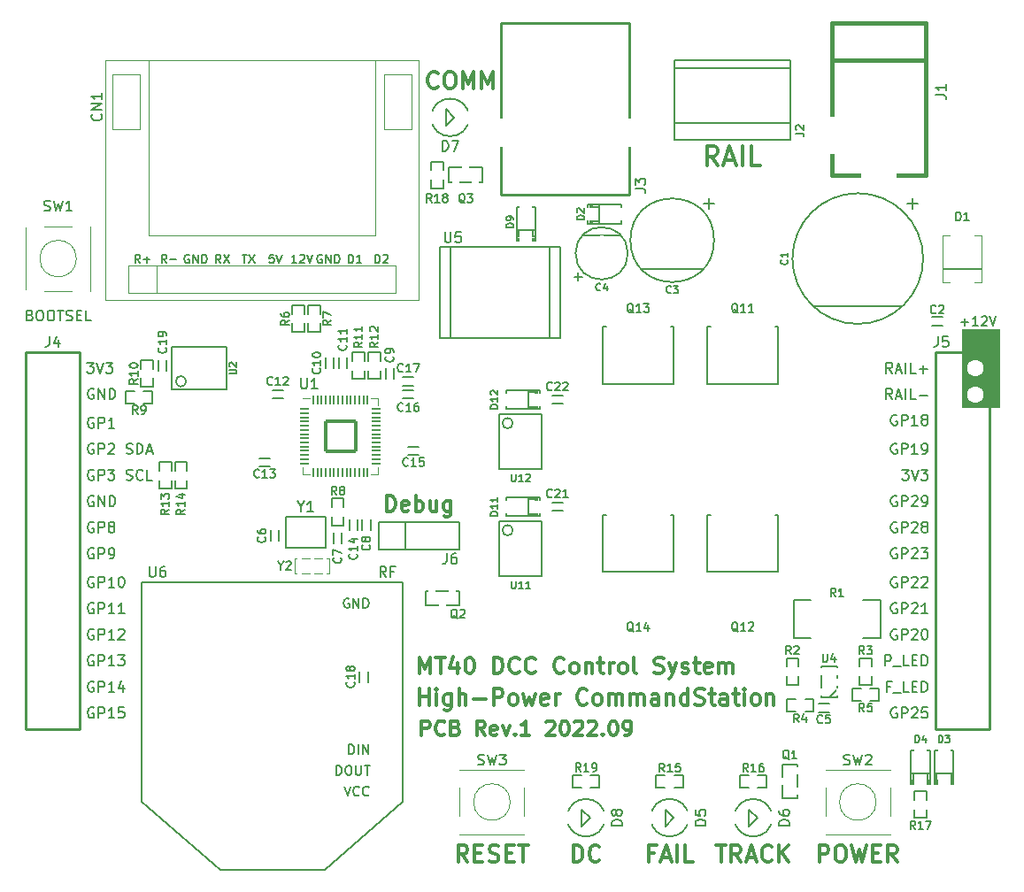
<source format=gto>
G04 #@! TF.GenerationSoftware,KiCad,Pcbnew,(6.0.7)*
G04 #@! TF.CreationDate,2022-09-01T11:58:40+09:00*
G04 #@! TF.ProjectId,RP2040CommandStation,52503230-3430-4436-9f6d-6d616e645374,rev?*
G04 #@! TF.SameCoordinates,PX6cb8080PY8d24d00*
G04 #@! TF.FileFunction,Legend,Top*
G04 #@! TF.FilePolarity,Positive*
%FSLAX46Y46*%
G04 Gerber Fmt 4.6, Leading zero omitted, Abs format (unit mm)*
G04 Created by KiCad (PCBNEW (6.0.7)) date 2022-09-01 11:58:40*
%MOMM*%
%LPD*%
G01*
G04 APERTURE LIST*
G04 Aperture macros list*
%AMRoundRect*
0 Rectangle with rounded corners*
0 $1 Rounding radius*
0 $2 $3 $4 $5 $6 $7 $8 $9 X,Y pos of 4 corners*
0 Add a 4 corners polygon primitive as box body*
4,1,4,$2,$3,$4,$5,$6,$7,$8,$9,$2,$3,0*
0 Add four circle primitives for the rounded corners*
1,1,$1+$1,$2,$3*
1,1,$1+$1,$4,$5*
1,1,$1+$1,$6,$7*
1,1,$1+$1,$8,$9*
0 Add four rect primitives between the rounded corners*
20,1,$1+$1,$2,$3,$4,$5,0*
20,1,$1+$1,$4,$5,$6,$7,0*
20,1,$1+$1,$6,$7,$8,$9,0*
20,1,$1+$1,$8,$9,$2,$3,0*%
G04 Aperture macros list end*
%ADD10C,0.100000*%
%ADD11C,0.200000*%
%ADD12C,0.320000*%
%ADD13C,0.180000*%
%ADD14C,0.330000*%
%ADD15C,0.300000*%
%ADD16C,0.350000*%
%ADD17C,0.140000*%
%ADD18C,0.150000*%
%ADD19C,0.203200*%
%ADD20C,0.120000*%
%ADD21C,0.381000*%
%ADD22C,0.250000*%
%ADD23C,1.600000*%
%ADD24R,0.550000X0.500000*%
%ADD25C,1.400000*%
%ADD26R,1.600000X1.600000*%
%ADD27R,2.200000X1.850000*%
%ADD28R,1.200000X0.850000*%
%ADD29C,1.524000*%
%ADD30C,7.000000*%
%ADD31R,3.500120X3.500120*%
%ADD32R,2.200000X3.600000*%
%ADD33C,2.500000*%
%ADD34C,2.700000*%
%ADD35R,1.000000X0.800000*%
%ADD36R,0.800000X1.000000*%
%ADD37R,1.500000X3.200000*%
%ADD38R,0.700000X0.900000*%
%ADD39R,0.900000X0.700000*%
%ADD40C,1.700000*%
%ADD41R,1.400000X1.400000*%
%ADD42R,1.000000X0.700000*%
%ADD43R,1.400000X1.100000*%
%ADD44R,0.800000X1.300000*%
%ADD45R,0.500000X0.550000*%
%ADD46RoundRect,0.050000X-0.387500X-0.050000X0.387500X-0.050000X0.387500X0.050000X-0.387500X0.050000X0*%
%ADD47RoundRect,0.050000X-0.050000X-0.387500X0.050000X-0.387500X0.050000X0.387500X-0.050000X0.387500X0*%
%ADD48RoundRect,0.144000X-1.456000X-1.456000X1.456000X-1.456000X1.456000X1.456000X-1.456000X1.456000X0*%
%ADD49R,0.850000X1.200000*%
%ADD50R,0.400000X1.900000*%
%ADD51C,2.000000*%
%ADD52R,1.600000X3.000000*%
%ADD53R,6.000000X6.000000*%
%ADD54R,1.300000X0.800000*%
G04 APERTURE END LIST*
D10*
G36*
X94500000Y44750000D02*
G01*
X91000000Y44750000D01*
X91000000Y52250000D01*
X94500000Y52250000D01*
X94500000Y44750000D01*
G37*
X94500000Y44750000D02*
X91000000Y44750000D01*
X91000000Y52250000D01*
X94500000Y52250000D01*
X94500000Y44750000D01*
D11*
X7891904Y18500000D02*
X7796666Y18547620D01*
X7653809Y18547620D01*
X7510952Y18500000D01*
X7415714Y18404762D01*
X7368095Y18309524D01*
X7320476Y18119048D01*
X7320476Y17976191D01*
X7368095Y17785715D01*
X7415714Y17690477D01*
X7510952Y17595239D01*
X7653809Y17547620D01*
X7749047Y17547620D01*
X7891904Y17595239D01*
X7939523Y17642858D01*
X7939523Y17976191D01*
X7749047Y17976191D01*
X8368095Y17547620D02*
X8368095Y18547620D01*
X8749047Y18547620D01*
X8844285Y18500000D01*
X8891904Y18452381D01*
X8939523Y18357143D01*
X8939523Y18214286D01*
X8891904Y18119048D01*
X8844285Y18071429D01*
X8749047Y18023810D01*
X8368095Y18023810D01*
X9891904Y17547620D02*
X9320476Y17547620D01*
X9606190Y17547620D02*
X9606190Y18547620D01*
X9510952Y18404762D01*
X9415714Y18309524D01*
X9320476Y18261905D01*
X10749047Y18214286D02*
X10749047Y17547620D01*
X10510952Y18595239D02*
X10272857Y17880953D01*
X10891904Y17880953D01*
X7891904Y21000000D02*
X7796666Y21047620D01*
X7653809Y21047620D01*
X7510952Y21000000D01*
X7415714Y20904762D01*
X7368095Y20809524D01*
X7320476Y20619048D01*
X7320476Y20476191D01*
X7368095Y20285715D01*
X7415714Y20190477D01*
X7510952Y20095239D01*
X7653809Y20047620D01*
X7749047Y20047620D01*
X7891904Y20095239D01*
X7939523Y20142858D01*
X7939523Y20476191D01*
X7749047Y20476191D01*
X8368095Y20047620D02*
X8368095Y21047620D01*
X8749047Y21047620D01*
X8844285Y21000000D01*
X8891904Y20952381D01*
X8939523Y20857143D01*
X8939523Y20714286D01*
X8891904Y20619048D01*
X8844285Y20571429D01*
X8749047Y20523810D01*
X8368095Y20523810D01*
X9891904Y20047620D02*
X9320476Y20047620D01*
X9606190Y20047620D02*
X9606190Y21047620D01*
X9510952Y20904762D01*
X9415714Y20809524D01*
X9320476Y20761905D01*
X10225238Y21047620D02*
X10844285Y21047620D01*
X10510952Y20666667D01*
X10653809Y20666667D01*
X10749047Y20619048D01*
X10796666Y20571429D01*
X10844285Y20476191D01*
X10844285Y20238096D01*
X10796666Y20142858D01*
X10749047Y20095239D01*
X10653809Y20047620D01*
X10368095Y20047620D01*
X10272857Y20095239D01*
X10225238Y20142858D01*
X7891904Y23500000D02*
X7796666Y23547620D01*
X7653809Y23547620D01*
X7510952Y23500000D01*
X7415714Y23404762D01*
X7368095Y23309524D01*
X7320476Y23119048D01*
X7320476Y22976191D01*
X7368095Y22785715D01*
X7415714Y22690477D01*
X7510952Y22595239D01*
X7653809Y22547620D01*
X7749047Y22547620D01*
X7891904Y22595239D01*
X7939523Y22642858D01*
X7939523Y22976191D01*
X7749047Y22976191D01*
X8368095Y22547620D02*
X8368095Y23547620D01*
X8749047Y23547620D01*
X8844285Y23500000D01*
X8891904Y23452381D01*
X8939523Y23357143D01*
X8939523Y23214286D01*
X8891904Y23119048D01*
X8844285Y23071429D01*
X8749047Y23023810D01*
X8368095Y23023810D01*
X9891904Y22547620D02*
X9320476Y22547620D01*
X9606190Y22547620D02*
X9606190Y23547620D01*
X9510952Y23404762D01*
X9415714Y23309524D01*
X9320476Y23261905D01*
X10272857Y23452381D02*
X10320476Y23500000D01*
X10415714Y23547620D01*
X10653809Y23547620D01*
X10749047Y23500000D01*
X10796666Y23452381D01*
X10844285Y23357143D01*
X10844285Y23261905D01*
X10796666Y23119048D01*
X10225238Y22547620D01*
X10844285Y22547620D01*
X7891904Y26000000D02*
X7796666Y26047620D01*
X7653809Y26047620D01*
X7510952Y26000000D01*
X7415714Y25904762D01*
X7368095Y25809524D01*
X7320476Y25619048D01*
X7320476Y25476191D01*
X7368095Y25285715D01*
X7415714Y25190477D01*
X7510952Y25095239D01*
X7653809Y25047620D01*
X7749047Y25047620D01*
X7891904Y25095239D01*
X7939523Y25142858D01*
X7939523Y25476191D01*
X7749047Y25476191D01*
X8368095Y25047620D02*
X8368095Y26047620D01*
X8749047Y26047620D01*
X8844285Y26000000D01*
X8891904Y25952381D01*
X8939523Y25857143D01*
X8939523Y25714286D01*
X8891904Y25619048D01*
X8844285Y25571429D01*
X8749047Y25523810D01*
X8368095Y25523810D01*
X9891904Y25047620D02*
X9320476Y25047620D01*
X9606190Y25047620D02*
X9606190Y26047620D01*
X9510952Y25904762D01*
X9415714Y25809524D01*
X9320476Y25761905D01*
X10844285Y25047620D02*
X10272857Y25047620D01*
X10558571Y25047620D02*
X10558571Y26047620D01*
X10463333Y25904762D01*
X10368095Y25809524D01*
X10272857Y25761905D01*
X7891904Y28500000D02*
X7796666Y28547620D01*
X7653809Y28547620D01*
X7510952Y28500000D01*
X7415714Y28404762D01*
X7368095Y28309524D01*
X7320476Y28119048D01*
X7320476Y27976191D01*
X7368095Y27785715D01*
X7415714Y27690477D01*
X7510952Y27595239D01*
X7653809Y27547620D01*
X7749047Y27547620D01*
X7891904Y27595239D01*
X7939523Y27642858D01*
X7939523Y27976191D01*
X7749047Y27976191D01*
X8368095Y27547620D02*
X8368095Y28547620D01*
X8749047Y28547620D01*
X8844285Y28500000D01*
X8891904Y28452381D01*
X8939523Y28357143D01*
X8939523Y28214286D01*
X8891904Y28119048D01*
X8844285Y28071429D01*
X8749047Y28023810D01*
X8368095Y28023810D01*
X9891904Y27547620D02*
X9320476Y27547620D01*
X9606190Y27547620D02*
X9606190Y28547620D01*
X9510952Y28404762D01*
X9415714Y28309524D01*
X9320476Y28261905D01*
X10510952Y28547620D02*
X10606190Y28547620D01*
X10701428Y28500000D01*
X10749047Y28452381D01*
X10796666Y28357143D01*
X10844285Y28166667D01*
X10844285Y27928572D01*
X10796666Y27738096D01*
X10749047Y27642858D01*
X10701428Y27595239D01*
X10606190Y27547620D01*
X10510952Y27547620D01*
X10415714Y27595239D01*
X10368095Y27642858D01*
X10320476Y27738096D01*
X10272857Y27928572D01*
X10272857Y28166667D01*
X10320476Y28357143D01*
X10368095Y28452381D01*
X10415714Y28500000D01*
X10510952Y28547620D01*
X7891904Y31250000D02*
X7796666Y31297620D01*
X7653809Y31297620D01*
X7510952Y31250000D01*
X7415714Y31154762D01*
X7368095Y31059524D01*
X7320476Y30869048D01*
X7320476Y30726191D01*
X7368095Y30535715D01*
X7415714Y30440477D01*
X7510952Y30345239D01*
X7653809Y30297620D01*
X7749047Y30297620D01*
X7891904Y30345239D01*
X7939523Y30392858D01*
X7939523Y30726191D01*
X7749047Y30726191D01*
X8368095Y30297620D02*
X8368095Y31297620D01*
X8749047Y31297620D01*
X8844285Y31250000D01*
X8891904Y31202381D01*
X8939523Y31107143D01*
X8939523Y30964286D01*
X8891904Y30869048D01*
X8844285Y30821429D01*
X8749047Y30773810D01*
X8368095Y30773810D01*
X9415714Y30297620D02*
X9606190Y30297620D01*
X9701428Y30345239D01*
X9749047Y30392858D01*
X9844285Y30535715D01*
X9891904Y30726191D01*
X9891904Y31107143D01*
X9844285Y31202381D01*
X9796666Y31250000D01*
X9701428Y31297620D01*
X9510952Y31297620D01*
X9415714Y31250000D01*
X9368095Y31202381D01*
X9320476Y31107143D01*
X9320476Y30869048D01*
X9368095Y30773810D01*
X9415714Y30726191D01*
X9510952Y30678572D01*
X9701428Y30678572D01*
X9796666Y30726191D01*
X9844285Y30773810D01*
X9891904Y30869048D01*
X7891904Y33750000D02*
X7796666Y33797620D01*
X7653809Y33797620D01*
X7510952Y33750000D01*
X7415714Y33654762D01*
X7368095Y33559524D01*
X7320476Y33369048D01*
X7320476Y33226191D01*
X7368095Y33035715D01*
X7415714Y32940477D01*
X7510952Y32845239D01*
X7653809Y32797620D01*
X7749047Y32797620D01*
X7891904Y32845239D01*
X7939523Y32892858D01*
X7939523Y33226191D01*
X7749047Y33226191D01*
X8368095Y32797620D02*
X8368095Y33797620D01*
X8749047Y33797620D01*
X8844285Y33750000D01*
X8891904Y33702381D01*
X8939523Y33607143D01*
X8939523Y33464286D01*
X8891904Y33369048D01*
X8844285Y33321429D01*
X8749047Y33273810D01*
X8368095Y33273810D01*
X9510952Y33369048D02*
X9415714Y33416667D01*
X9368095Y33464286D01*
X9320476Y33559524D01*
X9320476Y33607143D01*
X9368095Y33702381D01*
X9415714Y33750000D01*
X9510952Y33797620D01*
X9701428Y33797620D01*
X9796666Y33750000D01*
X9844285Y33702381D01*
X9891904Y33607143D01*
X9891904Y33559524D01*
X9844285Y33464286D01*
X9796666Y33416667D01*
X9701428Y33369048D01*
X9510952Y33369048D01*
X9415714Y33321429D01*
X9368095Y33273810D01*
X9320476Y33178572D01*
X9320476Y32988096D01*
X9368095Y32892858D01*
X9415714Y32845239D01*
X9510952Y32797620D01*
X9701428Y32797620D01*
X9796666Y32845239D01*
X9844285Y32892858D01*
X9891904Y32988096D01*
X9891904Y33178572D01*
X9844285Y33273810D01*
X9796666Y33321429D01*
X9701428Y33369048D01*
X7891904Y36250000D02*
X7796666Y36297620D01*
X7653809Y36297620D01*
X7510952Y36250000D01*
X7415714Y36154762D01*
X7368095Y36059524D01*
X7320476Y35869048D01*
X7320476Y35726191D01*
X7368095Y35535715D01*
X7415714Y35440477D01*
X7510952Y35345239D01*
X7653809Y35297620D01*
X7749047Y35297620D01*
X7891904Y35345239D01*
X7939523Y35392858D01*
X7939523Y35726191D01*
X7749047Y35726191D01*
X8368095Y35297620D02*
X8368095Y36297620D01*
X8939523Y35297620D01*
X8939523Y36297620D01*
X9415714Y35297620D02*
X9415714Y36297620D01*
X9653809Y36297620D01*
X9796666Y36250000D01*
X9891904Y36154762D01*
X9939523Y36059524D01*
X9987142Y35869048D01*
X9987142Y35726191D01*
X9939523Y35535715D01*
X9891904Y35440477D01*
X9796666Y35345239D01*
X9653809Y35297620D01*
X9415714Y35297620D01*
X7891904Y38750000D02*
X7796666Y38797620D01*
X7653809Y38797620D01*
X7510952Y38750000D01*
X7415714Y38654762D01*
X7368095Y38559524D01*
X7320476Y38369048D01*
X7320476Y38226191D01*
X7368095Y38035715D01*
X7415714Y37940477D01*
X7510952Y37845239D01*
X7653809Y37797620D01*
X7749047Y37797620D01*
X7891904Y37845239D01*
X7939523Y37892858D01*
X7939523Y38226191D01*
X7749047Y38226191D01*
X8368095Y37797620D02*
X8368095Y38797620D01*
X8749047Y38797620D01*
X8844285Y38750000D01*
X8891904Y38702381D01*
X8939523Y38607143D01*
X8939523Y38464286D01*
X8891904Y38369048D01*
X8844285Y38321429D01*
X8749047Y38273810D01*
X8368095Y38273810D01*
X9272857Y38797620D02*
X9891904Y38797620D01*
X9558571Y38416667D01*
X9701428Y38416667D01*
X9796666Y38369048D01*
X9844285Y38321429D01*
X9891904Y38226191D01*
X9891904Y37988096D01*
X9844285Y37892858D01*
X9796666Y37845239D01*
X9701428Y37797620D01*
X9415714Y37797620D01*
X9320476Y37845239D01*
X9272857Y37892858D01*
X11034761Y37845239D02*
X11177619Y37797620D01*
X11415714Y37797620D01*
X11510952Y37845239D01*
X11558571Y37892858D01*
X11606190Y37988096D01*
X11606190Y38083334D01*
X11558571Y38178572D01*
X11510952Y38226191D01*
X11415714Y38273810D01*
X11225238Y38321429D01*
X11130000Y38369048D01*
X11082380Y38416667D01*
X11034761Y38511905D01*
X11034761Y38607143D01*
X11082380Y38702381D01*
X11130000Y38750000D01*
X11225238Y38797620D01*
X11463333Y38797620D01*
X11606190Y38750000D01*
X12606190Y37892858D02*
X12558571Y37845239D01*
X12415714Y37797620D01*
X12320476Y37797620D01*
X12177619Y37845239D01*
X12082380Y37940477D01*
X12034761Y38035715D01*
X11987142Y38226191D01*
X11987142Y38369048D01*
X12034761Y38559524D01*
X12082380Y38654762D01*
X12177619Y38750000D01*
X12320476Y38797620D01*
X12415714Y38797620D01*
X12558571Y38750000D01*
X12606190Y38702381D01*
X13510952Y37797620D02*
X13034761Y37797620D01*
X13034761Y38797620D01*
X7891904Y41250000D02*
X7796666Y41297620D01*
X7653809Y41297620D01*
X7510952Y41250000D01*
X7415714Y41154762D01*
X7368095Y41059524D01*
X7320476Y40869048D01*
X7320476Y40726191D01*
X7368095Y40535715D01*
X7415714Y40440477D01*
X7510952Y40345239D01*
X7653809Y40297620D01*
X7749047Y40297620D01*
X7891904Y40345239D01*
X7939523Y40392858D01*
X7939523Y40726191D01*
X7749047Y40726191D01*
X8368095Y40297620D02*
X8368095Y41297620D01*
X8749047Y41297620D01*
X8844285Y41250000D01*
X8891904Y41202381D01*
X8939523Y41107143D01*
X8939523Y40964286D01*
X8891904Y40869048D01*
X8844285Y40821429D01*
X8749047Y40773810D01*
X8368095Y40773810D01*
X9320476Y41202381D02*
X9368095Y41250000D01*
X9463333Y41297620D01*
X9701428Y41297620D01*
X9796666Y41250000D01*
X9844285Y41202381D01*
X9891904Y41107143D01*
X9891904Y41011905D01*
X9844285Y40869048D01*
X9272857Y40297620D01*
X9891904Y40297620D01*
X11034761Y40345239D02*
X11177619Y40297620D01*
X11415714Y40297620D01*
X11510952Y40345239D01*
X11558571Y40392858D01*
X11606190Y40488096D01*
X11606190Y40583334D01*
X11558571Y40678572D01*
X11510952Y40726191D01*
X11415714Y40773810D01*
X11225238Y40821429D01*
X11130000Y40869048D01*
X11082380Y40916667D01*
X11034761Y41011905D01*
X11034761Y41107143D01*
X11082380Y41202381D01*
X11130000Y41250000D01*
X11225238Y41297620D01*
X11463333Y41297620D01*
X11606190Y41250000D01*
X12034761Y40297620D02*
X12034761Y41297620D01*
X12272857Y41297620D01*
X12415714Y41250000D01*
X12510952Y41154762D01*
X12558571Y41059524D01*
X12606190Y40869048D01*
X12606190Y40726191D01*
X12558571Y40535715D01*
X12510952Y40440477D01*
X12415714Y40345239D01*
X12272857Y40297620D01*
X12034761Y40297620D01*
X12987142Y40583334D02*
X13463333Y40583334D01*
X12891904Y40297620D02*
X13225238Y41297620D01*
X13558571Y40297620D01*
X7891904Y43750000D02*
X7796666Y43797620D01*
X7653809Y43797620D01*
X7510952Y43750000D01*
X7415714Y43654762D01*
X7368095Y43559524D01*
X7320476Y43369048D01*
X7320476Y43226191D01*
X7368095Y43035715D01*
X7415714Y42940477D01*
X7510952Y42845239D01*
X7653809Y42797620D01*
X7749047Y42797620D01*
X7891904Y42845239D01*
X7939523Y42892858D01*
X7939523Y43226191D01*
X7749047Y43226191D01*
X8368095Y42797620D02*
X8368095Y43797620D01*
X8749047Y43797620D01*
X8844285Y43750000D01*
X8891904Y43702381D01*
X8939523Y43607143D01*
X8939523Y43464286D01*
X8891904Y43369048D01*
X8844285Y43321429D01*
X8749047Y43273810D01*
X8368095Y43273810D01*
X9891904Y42797620D02*
X9320476Y42797620D01*
X9606190Y42797620D02*
X9606190Y43797620D01*
X9510952Y43654762D01*
X9415714Y43559524D01*
X9320476Y43511905D01*
X7891904Y46500000D02*
X7796666Y46547620D01*
X7653809Y46547620D01*
X7510952Y46500000D01*
X7415714Y46404762D01*
X7368095Y46309524D01*
X7320476Y46119048D01*
X7320476Y45976191D01*
X7368095Y45785715D01*
X7415714Y45690477D01*
X7510952Y45595239D01*
X7653809Y45547620D01*
X7749047Y45547620D01*
X7891904Y45595239D01*
X7939523Y45642858D01*
X7939523Y45976191D01*
X7749047Y45976191D01*
X8368095Y45547620D02*
X8368095Y46547620D01*
X8939523Y45547620D01*
X8939523Y46547620D01*
X9415714Y45547620D02*
X9415714Y46547620D01*
X9653809Y46547620D01*
X9796666Y46500000D01*
X9891904Y46404762D01*
X9939523Y46309524D01*
X9987142Y46119048D01*
X9987142Y45976191D01*
X9939523Y45785715D01*
X9891904Y45690477D01*
X9796666Y45595239D01*
X9653809Y45547620D01*
X9415714Y45547620D01*
X7272857Y49047620D02*
X7891904Y49047620D01*
X7558571Y48666667D01*
X7701428Y48666667D01*
X7796666Y48619048D01*
X7844285Y48571429D01*
X7891904Y48476191D01*
X7891904Y48238096D01*
X7844285Y48142858D01*
X7796666Y48095239D01*
X7701428Y48047620D01*
X7415714Y48047620D01*
X7320476Y48095239D01*
X7272857Y48142858D01*
X8177619Y49047620D02*
X8510952Y48047620D01*
X8844285Y49047620D01*
X9082380Y49047620D02*
X9701428Y49047620D01*
X9368095Y48666667D01*
X9510952Y48666667D01*
X9606190Y48619048D01*
X9653809Y48571429D01*
X9701428Y48476191D01*
X9701428Y48238096D01*
X9653809Y48142858D01*
X9606190Y48095239D01*
X9510952Y48047620D01*
X9225238Y48047620D01*
X9130000Y48095239D01*
X9082380Y48142858D01*
X84727142Y16000000D02*
X84631904Y16047620D01*
X84489047Y16047620D01*
X84346190Y16000000D01*
X84250952Y15904762D01*
X84203333Y15809524D01*
X84155714Y15619048D01*
X84155714Y15476191D01*
X84203333Y15285715D01*
X84250952Y15190477D01*
X84346190Y15095239D01*
X84489047Y15047620D01*
X84584285Y15047620D01*
X84727142Y15095239D01*
X84774761Y15142858D01*
X84774761Y15476191D01*
X84584285Y15476191D01*
X85203333Y15047620D02*
X85203333Y16047620D01*
X85584285Y16047620D01*
X85679523Y16000000D01*
X85727142Y15952381D01*
X85774761Y15857143D01*
X85774761Y15714286D01*
X85727142Y15619048D01*
X85679523Y15571429D01*
X85584285Y15523810D01*
X85203333Y15523810D01*
X86155714Y15952381D02*
X86203333Y16000000D01*
X86298571Y16047620D01*
X86536666Y16047620D01*
X86631904Y16000000D01*
X86679523Y15952381D01*
X86727142Y15857143D01*
X86727142Y15761905D01*
X86679523Y15619048D01*
X86108095Y15047620D01*
X86727142Y15047620D01*
X87631904Y16047620D02*
X87155714Y16047620D01*
X87108095Y15571429D01*
X87155714Y15619048D01*
X87250952Y15666667D01*
X87489047Y15666667D01*
X87584285Y15619048D01*
X87631904Y15571429D01*
X87679523Y15476191D01*
X87679523Y15238096D01*
X87631904Y15142858D01*
X87584285Y15095239D01*
X87489047Y15047620D01*
X87250952Y15047620D01*
X87155714Y15095239D01*
X87108095Y15142858D01*
X84108095Y18071429D02*
X83774761Y18071429D01*
X83774761Y17547620D02*
X83774761Y18547620D01*
X84250952Y18547620D01*
X84393809Y17452381D02*
X85155714Y17452381D01*
X85870000Y17547620D02*
X85393809Y17547620D01*
X85393809Y18547620D01*
X86203333Y18071429D02*
X86536666Y18071429D01*
X86679523Y17547620D02*
X86203333Y17547620D01*
X86203333Y18547620D01*
X86679523Y18547620D01*
X87108095Y17547620D02*
X87108095Y18547620D01*
X87346190Y18547620D01*
X87489047Y18500000D01*
X87584285Y18404762D01*
X87631904Y18309524D01*
X87679523Y18119048D01*
X87679523Y17976191D01*
X87631904Y17785715D01*
X87584285Y17690477D01*
X87489047Y17595239D01*
X87346190Y17547620D01*
X87108095Y17547620D01*
X83631904Y20047620D02*
X83631904Y21047620D01*
X84012857Y21047620D01*
X84108095Y21000000D01*
X84155714Y20952381D01*
X84203333Y20857143D01*
X84203333Y20714286D01*
X84155714Y20619048D01*
X84108095Y20571429D01*
X84012857Y20523810D01*
X83631904Y20523810D01*
X84393809Y19952381D02*
X85155714Y19952381D01*
X85870000Y20047620D02*
X85393809Y20047620D01*
X85393809Y21047620D01*
X86203333Y20571429D02*
X86536666Y20571429D01*
X86679523Y20047620D02*
X86203333Y20047620D01*
X86203333Y21047620D01*
X86679523Y21047620D01*
X87108095Y20047620D02*
X87108095Y21047620D01*
X87346190Y21047620D01*
X87489047Y21000000D01*
X87584285Y20904762D01*
X87631904Y20809524D01*
X87679523Y20619048D01*
X87679523Y20476191D01*
X87631904Y20285715D01*
X87584285Y20190477D01*
X87489047Y20095239D01*
X87346190Y20047620D01*
X87108095Y20047620D01*
X84727142Y23500000D02*
X84631904Y23547620D01*
X84489047Y23547620D01*
X84346190Y23500000D01*
X84250952Y23404762D01*
X84203333Y23309524D01*
X84155714Y23119048D01*
X84155714Y22976191D01*
X84203333Y22785715D01*
X84250952Y22690477D01*
X84346190Y22595239D01*
X84489047Y22547620D01*
X84584285Y22547620D01*
X84727142Y22595239D01*
X84774761Y22642858D01*
X84774761Y22976191D01*
X84584285Y22976191D01*
X85203333Y22547620D02*
X85203333Y23547620D01*
X85584285Y23547620D01*
X85679523Y23500000D01*
X85727142Y23452381D01*
X85774761Y23357143D01*
X85774761Y23214286D01*
X85727142Y23119048D01*
X85679523Y23071429D01*
X85584285Y23023810D01*
X85203333Y23023810D01*
X86155714Y23452381D02*
X86203333Y23500000D01*
X86298571Y23547620D01*
X86536666Y23547620D01*
X86631904Y23500000D01*
X86679523Y23452381D01*
X86727142Y23357143D01*
X86727142Y23261905D01*
X86679523Y23119048D01*
X86108095Y22547620D01*
X86727142Y22547620D01*
X87346190Y23547620D02*
X87441428Y23547620D01*
X87536666Y23500000D01*
X87584285Y23452381D01*
X87631904Y23357143D01*
X87679523Y23166667D01*
X87679523Y22928572D01*
X87631904Y22738096D01*
X87584285Y22642858D01*
X87536666Y22595239D01*
X87441428Y22547620D01*
X87346190Y22547620D01*
X87250952Y22595239D01*
X87203333Y22642858D01*
X87155714Y22738096D01*
X87108095Y22928572D01*
X87108095Y23166667D01*
X87155714Y23357143D01*
X87203333Y23452381D01*
X87250952Y23500000D01*
X87346190Y23547620D01*
X84727142Y26000000D02*
X84631904Y26047620D01*
X84489047Y26047620D01*
X84346190Y26000000D01*
X84250952Y25904762D01*
X84203333Y25809524D01*
X84155714Y25619048D01*
X84155714Y25476191D01*
X84203333Y25285715D01*
X84250952Y25190477D01*
X84346190Y25095239D01*
X84489047Y25047620D01*
X84584285Y25047620D01*
X84727142Y25095239D01*
X84774761Y25142858D01*
X84774761Y25476191D01*
X84584285Y25476191D01*
X85203333Y25047620D02*
X85203333Y26047620D01*
X85584285Y26047620D01*
X85679523Y26000000D01*
X85727142Y25952381D01*
X85774761Y25857143D01*
X85774761Y25714286D01*
X85727142Y25619048D01*
X85679523Y25571429D01*
X85584285Y25523810D01*
X85203333Y25523810D01*
X86155714Y25952381D02*
X86203333Y26000000D01*
X86298571Y26047620D01*
X86536666Y26047620D01*
X86631904Y26000000D01*
X86679523Y25952381D01*
X86727142Y25857143D01*
X86727142Y25761905D01*
X86679523Y25619048D01*
X86108095Y25047620D01*
X86727142Y25047620D01*
X87679523Y25047620D02*
X87108095Y25047620D01*
X87393809Y25047620D02*
X87393809Y26047620D01*
X87298571Y25904762D01*
X87203333Y25809524D01*
X87108095Y25761905D01*
X84727142Y28500000D02*
X84631904Y28547620D01*
X84489047Y28547620D01*
X84346190Y28500000D01*
X84250952Y28404762D01*
X84203333Y28309524D01*
X84155714Y28119048D01*
X84155714Y27976191D01*
X84203333Y27785715D01*
X84250952Y27690477D01*
X84346190Y27595239D01*
X84489047Y27547620D01*
X84584285Y27547620D01*
X84727142Y27595239D01*
X84774761Y27642858D01*
X84774761Y27976191D01*
X84584285Y27976191D01*
X85203333Y27547620D02*
X85203333Y28547620D01*
X85584285Y28547620D01*
X85679523Y28500000D01*
X85727142Y28452381D01*
X85774761Y28357143D01*
X85774761Y28214286D01*
X85727142Y28119048D01*
X85679523Y28071429D01*
X85584285Y28023810D01*
X85203333Y28023810D01*
X86155714Y28452381D02*
X86203333Y28500000D01*
X86298571Y28547620D01*
X86536666Y28547620D01*
X86631904Y28500000D01*
X86679523Y28452381D01*
X86727142Y28357143D01*
X86727142Y28261905D01*
X86679523Y28119048D01*
X86108095Y27547620D01*
X86727142Y27547620D01*
X87108095Y28452381D02*
X87155714Y28500000D01*
X87250952Y28547620D01*
X87489047Y28547620D01*
X87584285Y28500000D01*
X87631904Y28452381D01*
X87679523Y28357143D01*
X87679523Y28261905D01*
X87631904Y28119048D01*
X87060476Y27547620D01*
X87679523Y27547620D01*
X84727142Y31250000D02*
X84631904Y31297620D01*
X84489047Y31297620D01*
X84346190Y31250000D01*
X84250952Y31154762D01*
X84203333Y31059524D01*
X84155714Y30869048D01*
X84155714Y30726191D01*
X84203333Y30535715D01*
X84250952Y30440477D01*
X84346190Y30345239D01*
X84489047Y30297620D01*
X84584285Y30297620D01*
X84727142Y30345239D01*
X84774761Y30392858D01*
X84774761Y30726191D01*
X84584285Y30726191D01*
X85203333Y30297620D02*
X85203333Y31297620D01*
X85584285Y31297620D01*
X85679523Y31250000D01*
X85727142Y31202381D01*
X85774761Y31107143D01*
X85774761Y30964286D01*
X85727142Y30869048D01*
X85679523Y30821429D01*
X85584285Y30773810D01*
X85203333Y30773810D01*
X86155714Y31202381D02*
X86203333Y31250000D01*
X86298571Y31297620D01*
X86536666Y31297620D01*
X86631904Y31250000D01*
X86679523Y31202381D01*
X86727142Y31107143D01*
X86727142Y31011905D01*
X86679523Y30869048D01*
X86108095Y30297620D01*
X86727142Y30297620D01*
X87060476Y31297620D02*
X87679523Y31297620D01*
X87346190Y30916667D01*
X87489047Y30916667D01*
X87584285Y30869048D01*
X87631904Y30821429D01*
X87679523Y30726191D01*
X87679523Y30488096D01*
X87631904Y30392858D01*
X87584285Y30345239D01*
X87489047Y30297620D01*
X87203333Y30297620D01*
X87108095Y30345239D01*
X87060476Y30392858D01*
X84727142Y33750000D02*
X84631904Y33797620D01*
X84489047Y33797620D01*
X84346190Y33750000D01*
X84250952Y33654762D01*
X84203333Y33559524D01*
X84155714Y33369048D01*
X84155714Y33226191D01*
X84203333Y33035715D01*
X84250952Y32940477D01*
X84346190Y32845239D01*
X84489047Y32797620D01*
X84584285Y32797620D01*
X84727142Y32845239D01*
X84774761Y32892858D01*
X84774761Y33226191D01*
X84584285Y33226191D01*
X85203333Y32797620D02*
X85203333Y33797620D01*
X85584285Y33797620D01*
X85679523Y33750000D01*
X85727142Y33702381D01*
X85774761Y33607143D01*
X85774761Y33464286D01*
X85727142Y33369048D01*
X85679523Y33321429D01*
X85584285Y33273810D01*
X85203333Y33273810D01*
X86155714Y33702381D02*
X86203333Y33750000D01*
X86298571Y33797620D01*
X86536666Y33797620D01*
X86631904Y33750000D01*
X86679523Y33702381D01*
X86727142Y33607143D01*
X86727142Y33511905D01*
X86679523Y33369048D01*
X86108095Y32797620D01*
X86727142Y32797620D01*
X87298571Y33369048D02*
X87203333Y33416667D01*
X87155714Y33464286D01*
X87108095Y33559524D01*
X87108095Y33607143D01*
X87155714Y33702381D01*
X87203333Y33750000D01*
X87298571Y33797620D01*
X87489047Y33797620D01*
X87584285Y33750000D01*
X87631904Y33702381D01*
X87679523Y33607143D01*
X87679523Y33559524D01*
X87631904Y33464286D01*
X87584285Y33416667D01*
X87489047Y33369048D01*
X87298571Y33369048D01*
X87203333Y33321429D01*
X87155714Y33273810D01*
X87108095Y33178572D01*
X87108095Y32988096D01*
X87155714Y32892858D01*
X87203333Y32845239D01*
X87298571Y32797620D01*
X87489047Y32797620D01*
X87584285Y32845239D01*
X87631904Y32892858D01*
X87679523Y32988096D01*
X87679523Y33178572D01*
X87631904Y33273810D01*
X87584285Y33321429D01*
X87489047Y33369048D01*
X84727142Y36250000D02*
X84631904Y36297620D01*
X84489047Y36297620D01*
X84346190Y36250000D01*
X84250952Y36154762D01*
X84203333Y36059524D01*
X84155714Y35869048D01*
X84155714Y35726191D01*
X84203333Y35535715D01*
X84250952Y35440477D01*
X84346190Y35345239D01*
X84489047Y35297620D01*
X84584285Y35297620D01*
X84727142Y35345239D01*
X84774761Y35392858D01*
X84774761Y35726191D01*
X84584285Y35726191D01*
X85203333Y35297620D02*
X85203333Y36297620D01*
X85584285Y36297620D01*
X85679523Y36250000D01*
X85727142Y36202381D01*
X85774761Y36107143D01*
X85774761Y35964286D01*
X85727142Y35869048D01*
X85679523Y35821429D01*
X85584285Y35773810D01*
X85203333Y35773810D01*
X86155714Y36202381D02*
X86203333Y36250000D01*
X86298571Y36297620D01*
X86536666Y36297620D01*
X86631904Y36250000D01*
X86679523Y36202381D01*
X86727142Y36107143D01*
X86727142Y36011905D01*
X86679523Y35869048D01*
X86108095Y35297620D01*
X86727142Y35297620D01*
X87203333Y35297620D02*
X87393809Y35297620D01*
X87489047Y35345239D01*
X87536666Y35392858D01*
X87631904Y35535715D01*
X87679523Y35726191D01*
X87679523Y36107143D01*
X87631904Y36202381D01*
X87584285Y36250000D01*
X87489047Y36297620D01*
X87298571Y36297620D01*
X87203333Y36250000D01*
X87155714Y36202381D01*
X87108095Y36107143D01*
X87108095Y35869048D01*
X87155714Y35773810D01*
X87203333Y35726191D01*
X87298571Y35678572D01*
X87489047Y35678572D01*
X87584285Y35726191D01*
X87631904Y35773810D01*
X87679523Y35869048D01*
X85250952Y38797620D02*
X85870000Y38797620D01*
X85536666Y38416667D01*
X85679523Y38416667D01*
X85774761Y38369048D01*
X85822380Y38321429D01*
X85870000Y38226191D01*
X85870000Y37988096D01*
X85822380Y37892858D01*
X85774761Y37845239D01*
X85679523Y37797620D01*
X85393809Y37797620D01*
X85298571Y37845239D01*
X85250952Y37892858D01*
X86155714Y38797620D02*
X86489047Y37797620D01*
X86822380Y38797620D01*
X87060476Y38797620D02*
X87679523Y38797620D01*
X87346190Y38416667D01*
X87489047Y38416667D01*
X87584285Y38369048D01*
X87631904Y38321429D01*
X87679523Y38226191D01*
X87679523Y37988096D01*
X87631904Y37892858D01*
X87584285Y37845239D01*
X87489047Y37797620D01*
X87203333Y37797620D01*
X87108095Y37845239D01*
X87060476Y37892858D01*
X84727142Y41250000D02*
X84631904Y41297620D01*
X84489047Y41297620D01*
X84346190Y41250000D01*
X84250952Y41154762D01*
X84203333Y41059524D01*
X84155714Y40869048D01*
X84155714Y40726191D01*
X84203333Y40535715D01*
X84250952Y40440477D01*
X84346190Y40345239D01*
X84489047Y40297620D01*
X84584285Y40297620D01*
X84727142Y40345239D01*
X84774761Y40392858D01*
X84774761Y40726191D01*
X84584285Y40726191D01*
X85203333Y40297620D02*
X85203333Y41297620D01*
X85584285Y41297620D01*
X85679523Y41250000D01*
X85727142Y41202381D01*
X85774761Y41107143D01*
X85774761Y40964286D01*
X85727142Y40869048D01*
X85679523Y40821429D01*
X85584285Y40773810D01*
X85203333Y40773810D01*
X86727142Y40297620D02*
X86155714Y40297620D01*
X86441428Y40297620D02*
X86441428Y41297620D01*
X86346190Y41154762D01*
X86250952Y41059524D01*
X86155714Y41011905D01*
X87203333Y40297620D02*
X87393809Y40297620D01*
X87489047Y40345239D01*
X87536666Y40392858D01*
X87631904Y40535715D01*
X87679523Y40726191D01*
X87679523Y41107143D01*
X87631904Y41202381D01*
X87584285Y41250000D01*
X87489047Y41297620D01*
X87298571Y41297620D01*
X87203333Y41250000D01*
X87155714Y41202381D01*
X87108095Y41107143D01*
X87108095Y40869048D01*
X87155714Y40773810D01*
X87203333Y40726191D01*
X87298571Y40678572D01*
X87489047Y40678572D01*
X87584285Y40726191D01*
X87631904Y40773810D01*
X87679523Y40869048D01*
X84727142Y44000000D02*
X84631904Y44047620D01*
X84489047Y44047620D01*
X84346190Y44000000D01*
X84250952Y43904762D01*
X84203333Y43809524D01*
X84155714Y43619048D01*
X84155714Y43476191D01*
X84203333Y43285715D01*
X84250952Y43190477D01*
X84346190Y43095239D01*
X84489047Y43047620D01*
X84584285Y43047620D01*
X84727142Y43095239D01*
X84774761Y43142858D01*
X84774761Y43476191D01*
X84584285Y43476191D01*
X85203333Y43047620D02*
X85203333Y44047620D01*
X85584285Y44047620D01*
X85679523Y44000000D01*
X85727142Y43952381D01*
X85774761Y43857143D01*
X85774761Y43714286D01*
X85727142Y43619048D01*
X85679523Y43571429D01*
X85584285Y43523810D01*
X85203333Y43523810D01*
X86727142Y43047620D02*
X86155714Y43047620D01*
X86441428Y43047620D02*
X86441428Y44047620D01*
X86346190Y43904762D01*
X86250952Y43809524D01*
X86155714Y43761905D01*
X87298571Y43619048D02*
X87203333Y43666667D01*
X87155714Y43714286D01*
X87108095Y43809524D01*
X87108095Y43857143D01*
X87155714Y43952381D01*
X87203333Y44000000D01*
X87298571Y44047620D01*
X87489047Y44047620D01*
X87584285Y44000000D01*
X87631904Y43952381D01*
X87679523Y43857143D01*
X87679523Y43809524D01*
X87631904Y43714286D01*
X87584285Y43666667D01*
X87489047Y43619048D01*
X87298571Y43619048D01*
X87203333Y43571429D01*
X87155714Y43523810D01*
X87108095Y43428572D01*
X87108095Y43238096D01*
X87155714Y43142858D01*
X87203333Y43095239D01*
X87298571Y43047620D01*
X87489047Y43047620D01*
X87584285Y43095239D01*
X87631904Y43142858D01*
X87679523Y43238096D01*
X87679523Y43428572D01*
X87631904Y43523810D01*
X87584285Y43571429D01*
X87489047Y43619048D01*
X84298571Y45547620D02*
X83965238Y46023810D01*
X83727142Y45547620D02*
X83727142Y46547620D01*
X84108095Y46547620D01*
X84203333Y46500000D01*
X84250952Y46452381D01*
X84298571Y46357143D01*
X84298571Y46214286D01*
X84250952Y46119048D01*
X84203333Y46071429D01*
X84108095Y46023810D01*
X83727142Y46023810D01*
X84679523Y45833334D02*
X85155714Y45833334D01*
X84584285Y45547620D02*
X84917619Y46547620D01*
X85250952Y45547620D01*
X85584285Y45547620D02*
X85584285Y46547620D01*
X86536666Y45547620D02*
X86060476Y45547620D01*
X86060476Y46547620D01*
X86870000Y45928572D02*
X87631904Y45928572D01*
X84298571Y48047620D02*
X83965238Y48523810D01*
X83727142Y48047620D02*
X83727142Y49047620D01*
X84108095Y49047620D01*
X84203333Y49000000D01*
X84250952Y48952381D01*
X84298571Y48857143D01*
X84298571Y48714286D01*
X84250952Y48619048D01*
X84203333Y48571429D01*
X84108095Y48523810D01*
X83727142Y48523810D01*
X84679523Y48333334D02*
X85155714Y48333334D01*
X84584285Y48047620D02*
X84917619Y49047620D01*
X85250952Y48047620D01*
X85584285Y48047620D02*
X85584285Y49047620D01*
X86536666Y48047620D02*
X86060476Y48047620D01*
X86060476Y49047620D01*
X86870000Y48428572D02*
X87631904Y48428572D01*
X87250952Y48047620D02*
X87250952Y48809524D01*
D12*
X77304761Y1276191D02*
X77304761Y2876191D01*
X77914285Y2876191D01*
X78066666Y2800000D01*
X78142857Y2723810D01*
X78219047Y2571429D01*
X78219047Y2342858D01*
X78142857Y2190477D01*
X78066666Y2114286D01*
X77914285Y2038096D01*
X77304761Y2038096D01*
X79209523Y2876191D02*
X79514285Y2876191D01*
X79666666Y2800000D01*
X79819047Y2647620D01*
X79895238Y2342858D01*
X79895238Y1809524D01*
X79819047Y1504762D01*
X79666666Y1352381D01*
X79514285Y1276191D01*
X79209523Y1276191D01*
X79057142Y1352381D01*
X78904761Y1504762D01*
X78828571Y1809524D01*
X78828571Y2342858D01*
X78904761Y2647620D01*
X79057142Y2800000D01*
X79209523Y2876191D01*
X80428571Y2876191D02*
X80809523Y1276191D01*
X81114285Y2419048D01*
X81419047Y1276191D01*
X81800000Y2876191D01*
X82409523Y2114286D02*
X82942857Y2114286D01*
X83171428Y1276191D02*
X82409523Y1276191D01*
X82409523Y2876191D01*
X83171428Y2876191D01*
X84771428Y1276191D02*
X84238095Y2038096D01*
X83857142Y1276191D02*
X83857142Y2876191D01*
X84466666Y2876191D01*
X84619047Y2800000D01*
X84695238Y2723810D01*
X84771428Y2571429D01*
X84771428Y2342858D01*
X84695238Y2190477D01*
X84619047Y2114286D01*
X84466666Y2038096D01*
X83857142Y2038096D01*
X67457142Y2876191D02*
X68371428Y2876191D01*
X67914285Y1276191D02*
X67914285Y2876191D01*
X69819047Y1276191D02*
X69285714Y2038096D01*
X68904761Y1276191D02*
X68904761Y2876191D01*
X69514285Y2876191D01*
X69666666Y2800000D01*
X69742857Y2723810D01*
X69819047Y2571429D01*
X69819047Y2342858D01*
X69742857Y2190477D01*
X69666666Y2114286D01*
X69514285Y2038096D01*
X68904761Y2038096D01*
X70428571Y1733334D02*
X71190476Y1733334D01*
X70276190Y1276191D02*
X70809523Y2876191D01*
X71342857Y1276191D01*
X72790476Y1428572D02*
X72714285Y1352381D01*
X72485714Y1276191D01*
X72333333Y1276191D01*
X72104761Y1352381D01*
X71952380Y1504762D01*
X71876190Y1657143D01*
X71800000Y1961905D01*
X71800000Y2190477D01*
X71876190Y2495239D01*
X71952380Y2647620D01*
X72104761Y2800000D01*
X72333333Y2876191D01*
X72485714Y2876191D01*
X72714285Y2800000D01*
X72790476Y2723810D01*
X73476190Y1276191D02*
X73476190Y2876191D01*
X74390476Y1276191D02*
X73704761Y2190477D01*
X74390476Y2876191D02*
X73476190Y1961905D01*
X61514285Y2114286D02*
X60980952Y2114286D01*
X60980952Y1276191D02*
X60980952Y2876191D01*
X61742857Y2876191D01*
X62276190Y1733334D02*
X63038095Y1733334D01*
X62123809Y1276191D02*
X62657142Y2876191D01*
X63190476Y1276191D01*
X63723809Y1276191D02*
X63723809Y2876191D01*
X65247619Y1276191D02*
X64485714Y1276191D01*
X64485714Y2876191D01*
X40828571Y75428572D02*
X40752380Y75352381D01*
X40523809Y75276191D01*
X40371428Y75276191D01*
X40142857Y75352381D01*
X39990476Y75504762D01*
X39914285Y75657143D01*
X39838095Y75961905D01*
X39838095Y76190477D01*
X39914285Y76495239D01*
X39990476Y76647620D01*
X40142857Y76800000D01*
X40371428Y76876191D01*
X40523809Y76876191D01*
X40752380Y76800000D01*
X40828571Y76723810D01*
X41819047Y76876191D02*
X42123809Y76876191D01*
X42276190Y76800000D01*
X42428571Y76647620D01*
X42504761Y76342858D01*
X42504761Y75809524D01*
X42428571Y75504762D01*
X42276190Y75352381D01*
X42123809Y75276191D01*
X41819047Y75276191D01*
X41666666Y75352381D01*
X41514285Y75504762D01*
X41438095Y75809524D01*
X41438095Y76342858D01*
X41514285Y76647620D01*
X41666666Y76800000D01*
X41819047Y76876191D01*
X43190476Y75276191D02*
X43190476Y76876191D01*
X43723809Y75733334D01*
X44257142Y76876191D01*
X44257142Y75276191D01*
X45019047Y75276191D02*
X45019047Y76876191D01*
X45552380Y75733334D01*
X46085714Y76876191D01*
X46085714Y75276191D01*
D13*
X32325857Y11592858D02*
X32325857Y12492858D01*
X32540142Y12492858D01*
X32668714Y12450000D01*
X32754428Y12364286D01*
X32797285Y12278572D01*
X32840142Y12107143D01*
X32840142Y11978572D01*
X32797285Y11807143D01*
X32754428Y11721429D01*
X32668714Y11635715D01*
X32540142Y11592858D01*
X32325857Y11592858D01*
X33225857Y11592858D02*
X33225857Y12492858D01*
X33654428Y11592858D02*
X33654428Y12492858D01*
X34168714Y11592858D01*
X34168714Y12492858D01*
X32325857Y26450000D02*
X32240142Y26492858D01*
X32111571Y26492858D01*
X31983000Y26450000D01*
X31897285Y26364286D01*
X31854428Y26278572D01*
X31811571Y26107143D01*
X31811571Y25978572D01*
X31854428Y25807143D01*
X31897285Y25721429D01*
X31983000Y25635715D01*
X32111571Y25592858D01*
X32197285Y25592858D01*
X32325857Y25635715D01*
X32368714Y25678572D01*
X32368714Y25978572D01*
X32197285Y25978572D01*
X32754428Y25592858D02*
X32754428Y26492858D01*
X33268714Y25592858D01*
X33268714Y26492858D01*
X33697285Y25592858D02*
X33697285Y26492858D01*
X33911571Y26492858D01*
X34040142Y26450000D01*
X34125857Y26364286D01*
X34168714Y26278572D01*
X34211571Y26107143D01*
X34211571Y25978572D01*
X34168714Y25807143D01*
X34125857Y25721429D01*
X34040142Y25635715D01*
X33911571Y25592858D01*
X33697285Y25592858D01*
X31897285Y8492858D02*
X32197285Y7592858D01*
X32497285Y8492858D01*
X33311571Y7678572D02*
X33268714Y7635715D01*
X33140142Y7592858D01*
X33054428Y7592858D01*
X32925857Y7635715D01*
X32840142Y7721429D01*
X32797285Y7807143D01*
X32754428Y7978572D01*
X32754428Y8107143D01*
X32797285Y8278572D01*
X32840142Y8364286D01*
X32925857Y8450000D01*
X33054428Y8492858D01*
X33140142Y8492858D01*
X33268714Y8450000D01*
X33311571Y8407143D01*
X34211571Y7678572D02*
X34168714Y7635715D01*
X34040142Y7592858D01*
X33954428Y7592858D01*
X33825857Y7635715D01*
X33740142Y7721429D01*
X33697285Y7807143D01*
X33654428Y7978572D01*
X33654428Y8107143D01*
X33697285Y8278572D01*
X33740142Y8364286D01*
X33825857Y8450000D01*
X33954428Y8492858D01*
X34040142Y8492858D01*
X34168714Y8450000D01*
X34211571Y8407143D01*
X1809523Y53571429D02*
X1952380Y53523810D01*
X2000000Y53476191D01*
X2047619Y53380953D01*
X2047619Y53238096D01*
X2000000Y53142858D01*
X1952380Y53095239D01*
X1857142Y53047620D01*
X1476190Y53047620D01*
X1476190Y54047620D01*
X1809523Y54047620D01*
X1904761Y54000000D01*
X1952380Y53952381D01*
X2000000Y53857143D01*
X2000000Y53761905D01*
X1952380Y53666667D01*
X1904761Y53619048D01*
X1809523Y53571429D01*
X1476190Y53571429D01*
X2666666Y54047620D02*
X2857142Y54047620D01*
X2952380Y54000000D01*
X3047619Y53904762D01*
X3095238Y53714286D01*
X3095238Y53380953D01*
X3047619Y53190477D01*
X2952380Y53095239D01*
X2857142Y53047620D01*
X2666666Y53047620D01*
X2571428Y53095239D01*
X2476190Y53190477D01*
X2428571Y53380953D01*
X2428571Y53714286D01*
X2476190Y53904762D01*
X2571428Y54000000D01*
X2666666Y54047620D01*
X3714285Y54047620D02*
X3904761Y54047620D01*
X4000000Y54000000D01*
X4095238Y53904762D01*
X4142857Y53714286D01*
X4142857Y53380953D01*
X4095238Y53190477D01*
X4000000Y53095239D01*
X3904761Y53047620D01*
X3714285Y53047620D01*
X3619047Y53095239D01*
X3523809Y53190477D01*
X3476190Y53380953D01*
X3476190Y53714286D01*
X3523809Y53904762D01*
X3619047Y54000000D01*
X3714285Y54047620D01*
X4428571Y54047620D02*
X5000000Y54047620D01*
X4714285Y53047620D02*
X4714285Y54047620D01*
X5285714Y53095239D02*
X5428571Y53047620D01*
X5666666Y53047620D01*
X5761904Y53095239D01*
X5809523Y53142858D01*
X5857142Y53238096D01*
X5857142Y53333334D01*
X5809523Y53428572D01*
X5761904Y53476191D01*
X5666666Y53523810D01*
X5476190Y53571429D01*
X5380952Y53619048D01*
X5333333Y53666667D01*
X5285714Y53761905D01*
X5285714Y53857143D01*
X5333333Y53952381D01*
X5380952Y54000000D01*
X5476190Y54047620D01*
X5714285Y54047620D01*
X5857142Y54000000D01*
X6285714Y53571429D02*
X6619047Y53571429D01*
X6761904Y53047620D02*
X6285714Y53047620D01*
X6285714Y54047620D01*
X6761904Y54047620D01*
X7666666Y53047620D02*
X7190476Y53047620D01*
X7190476Y54047620D01*
D14*
X39083547Y16298810D02*
X39083547Y17848810D01*
X39083547Y17110715D02*
X39969261Y17110715D01*
X39969261Y16298810D02*
X39969261Y17848810D01*
X40707357Y16298810D02*
X40707357Y17332143D01*
X40707357Y17848810D02*
X40633547Y17775000D01*
X40707357Y17701191D01*
X40781166Y17775000D01*
X40707357Y17848810D01*
X40707357Y17701191D01*
X42109738Y17332143D02*
X42109738Y16077381D01*
X42035928Y15929762D01*
X41962119Y15855953D01*
X41814500Y15782143D01*
X41593071Y15782143D01*
X41445452Y15855953D01*
X42109738Y16372620D02*
X41962119Y16298810D01*
X41666880Y16298810D01*
X41519261Y16372620D01*
X41445452Y16446429D01*
X41371642Y16594048D01*
X41371642Y17036905D01*
X41445452Y17184524D01*
X41519261Y17258334D01*
X41666880Y17332143D01*
X41962119Y17332143D01*
X42109738Y17258334D01*
X42847833Y16298810D02*
X42847833Y17848810D01*
X43512119Y16298810D02*
X43512119Y17110715D01*
X43438309Y17258334D01*
X43290690Y17332143D01*
X43069261Y17332143D01*
X42921642Y17258334D01*
X42847833Y17184524D01*
X44250214Y16889286D02*
X45431166Y16889286D01*
X46169261Y16298810D02*
X46169261Y17848810D01*
X46759738Y17848810D01*
X46907357Y17775000D01*
X46981166Y17701191D01*
X47054976Y17553572D01*
X47054976Y17332143D01*
X46981166Y17184524D01*
X46907357Y17110715D01*
X46759738Y17036905D01*
X46169261Y17036905D01*
X47940690Y16298810D02*
X47793071Y16372620D01*
X47719261Y16446429D01*
X47645452Y16594048D01*
X47645452Y17036905D01*
X47719261Y17184524D01*
X47793071Y17258334D01*
X47940690Y17332143D01*
X48162119Y17332143D01*
X48309738Y17258334D01*
X48383547Y17184524D01*
X48457357Y17036905D01*
X48457357Y16594048D01*
X48383547Y16446429D01*
X48309738Y16372620D01*
X48162119Y16298810D01*
X47940690Y16298810D01*
X48974023Y17332143D02*
X49269261Y16298810D01*
X49564500Y17036905D01*
X49859738Y16298810D01*
X50154976Y17332143D01*
X51335928Y16372620D02*
X51188309Y16298810D01*
X50893071Y16298810D01*
X50745452Y16372620D01*
X50671642Y16520239D01*
X50671642Y17110715D01*
X50745452Y17258334D01*
X50893071Y17332143D01*
X51188309Y17332143D01*
X51335928Y17258334D01*
X51409738Y17110715D01*
X51409738Y16963096D01*
X50671642Y16815477D01*
X52074023Y16298810D02*
X52074023Y17332143D01*
X52074023Y17036905D02*
X52147833Y17184524D01*
X52221642Y17258334D01*
X52369261Y17332143D01*
X52516880Y17332143D01*
X55100214Y16446429D02*
X55026404Y16372620D01*
X54804976Y16298810D01*
X54657357Y16298810D01*
X54435928Y16372620D01*
X54288309Y16520239D01*
X54214500Y16667858D01*
X54140690Y16963096D01*
X54140690Y17184524D01*
X54214500Y17479762D01*
X54288309Y17627381D01*
X54435928Y17775000D01*
X54657357Y17848810D01*
X54804976Y17848810D01*
X55026404Y17775000D01*
X55100214Y17701191D01*
X55985928Y16298810D02*
X55838309Y16372620D01*
X55764500Y16446429D01*
X55690690Y16594048D01*
X55690690Y17036905D01*
X55764500Y17184524D01*
X55838309Y17258334D01*
X55985928Y17332143D01*
X56207357Y17332143D01*
X56354976Y17258334D01*
X56428785Y17184524D01*
X56502595Y17036905D01*
X56502595Y16594048D01*
X56428785Y16446429D01*
X56354976Y16372620D01*
X56207357Y16298810D01*
X55985928Y16298810D01*
X57166880Y16298810D02*
X57166880Y17332143D01*
X57166880Y17184524D02*
X57240690Y17258334D01*
X57388309Y17332143D01*
X57609738Y17332143D01*
X57757357Y17258334D01*
X57831166Y17110715D01*
X57831166Y16298810D01*
X57831166Y17110715D02*
X57904976Y17258334D01*
X58052595Y17332143D01*
X58274023Y17332143D01*
X58421642Y17258334D01*
X58495452Y17110715D01*
X58495452Y16298810D01*
X59233547Y16298810D02*
X59233547Y17332143D01*
X59233547Y17184524D02*
X59307357Y17258334D01*
X59454976Y17332143D01*
X59676404Y17332143D01*
X59824023Y17258334D01*
X59897833Y17110715D01*
X59897833Y16298810D01*
X59897833Y17110715D02*
X59971642Y17258334D01*
X60119261Y17332143D01*
X60340690Y17332143D01*
X60488309Y17258334D01*
X60562119Y17110715D01*
X60562119Y16298810D01*
X61964500Y16298810D02*
X61964500Y17110715D01*
X61890690Y17258334D01*
X61743071Y17332143D01*
X61447833Y17332143D01*
X61300214Y17258334D01*
X61964500Y16372620D02*
X61816880Y16298810D01*
X61447833Y16298810D01*
X61300214Y16372620D01*
X61226404Y16520239D01*
X61226404Y16667858D01*
X61300214Y16815477D01*
X61447833Y16889286D01*
X61816880Y16889286D01*
X61964500Y16963096D01*
X62702595Y17332143D02*
X62702595Y16298810D01*
X62702595Y17184524D02*
X62776404Y17258334D01*
X62924023Y17332143D01*
X63145452Y17332143D01*
X63293071Y17258334D01*
X63366880Y17110715D01*
X63366880Y16298810D01*
X64769261Y16298810D02*
X64769261Y17848810D01*
X64769261Y16372620D02*
X64621642Y16298810D01*
X64326404Y16298810D01*
X64178785Y16372620D01*
X64104976Y16446429D01*
X64031166Y16594048D01*
X64031166Y17036905D01*
X64104976Y17184524D01*
X64178785Y17258334D01*
X64326404Y17332143D01*
X64621642Y17332143D01*
X64769261Y17258334D01*
X65433547Y16372620D02*
X65654976Y16298810D01*
X66024023Y16298810D01*
X66171642Y16372620D01*
X66245452Y16446429D01*
X66319261Y16594048D01*
X66319261Y16741667D01*
X66245452Y16889286D01*
X66171642Y16963096D01*
X66024023Y17036905D01*
X65728785Y17110715D01*
X65581166Y17184524D01*
X65507357Y17258334D01*
X65433547Y17405953D01*
X65433547Y17553572D01*
X65507357Y17701191D01*
X65581166Y17775000D01*
X65728785Y17848810D01*
X66097833Y17848810D01*
X66319261Y17775000D01*
X66762119Y17332143D02*
X67352595Y17332143D01*
X66983547Y17848810D02*
X66983547Y16520239D01*
X67057357Y16372620D01*
X67204976Y16298810D01*
X67352595Y16298810D01*
X68533547Y16298810D02*
X68533547Y17110715D01*
X68459738Y17258334D01*
X68312119Y17332143D01*
X68016880Y17332143D01*
X67869261Y17258334D01*
X68533547Y16372620D02*
X68385928Y16298810D01*
X68016880Y16298810D01*
X67869261Y16372620D01*
X67795452Y16520239D01*
X67795452Y16667858D01*
X67869261Y16815477D01*
X68016880Y16889286D01*
X68385928Y16889286D01*
X68533547Y16963096D01*
X69050214Y17332143D02*
X69640690Y17332143D01*
X69271642Y17848810D02*
X69271642Y16520239D01*
X69345452Y16372620D01*
X69493071Y16298810D01*
X69640690Y16298810D01*
X70157357Y16298810D02*
X70157357Y17332143D01*
X70157357Y17848810D02*
X70083547Y17775000D01*
X70157357Y17701191D01*
X70231166Y17775000D01*
X70157357Y17848810D01*
X70157357Y17701191D01*
X71116880Y16298810D02*
X70969261Y16372620D01*
X70895452Y16446429D01*
X70821642Y16594048D01*
X70821642Y17036905D01*
X70895452Y17184524D01*
X70969261Y17258334D01*
X71116880Y17332143D01*
X71338309Y17332143D01*
X71485928Y17258334D01*
X71559738Y17184524D01*
X71633547Y17036905D01*
X71633547Y16594048D01*
X71559738Y16446429D01*
X71485928Y16372620D01*
X71338309Y16298810D01*
X71116880Y16298810D01*
X72297833Y17332143D02*
X72297833Y16298810D01*
X72297833Y17184524D02*
X72371642Y17258334D01*
X72519261Y17332143D01*
X72740690Y17332143D01*
X72888309Y17258334D01*
X72962119Y17110715D01*
X72962119Y16298810D01*
X39083547Y19298810D02*
X39083547Y20848810D01*
X39600214Y19741667D01*
X40116880Y20848810D01*
X40116880Y19298810D01*
X40633547Y20848810D02*
X41519261Y20848810D01*
X41076404Y19298810D02*
X41076404Y20848810D01*
X42700214Y20332143D02*
X42700214Y19298810D01*
X42331166Y20922620D02*
X41962119Y19815477D01*
X42921642Y19815477D01*
X43807357Y20848810D02*
X43954976Y20848810D01*
X44102595Y20775000D01*
X44176404Y20701191D01*
X44250214Y20553572D01*
X44324023Y20258334D01*
X44324023Y19889286D01*
X44250214Y19594048D01*
X44176404Y19446429D01*
X44102595Y19372620D01*
X43954976Y19298810D01*
X43807357Y19298810D01*
X43659738Y19372620D01*
X43585928Y19446429D01*
X43512119Y19594048D01*
X43438309Y19889286D01*
X43438309Y20258334D01*
X43512119Y20553572D01*
X43585928Y20701191D01*
X43659738Y20775000D01*
X43807357Y20848810D01*
X46169261Y19298810D02*
X46169261Y20848810D01*
X46538309Y20848810D01*
X46759738Y20775000D01*
X46907357Y20627381D01*
X46981166Y20479762D01*
X47054976Y20184524D01*
X47054976Y19963096D01*
X46981166Y19667858D01*
X46907357Y19520239D01*
X46759738Y19372620D01*
X46538309Y19298810D01*
X46169261Y19298810D01*
X48604976Y19446429D02*
X48531166Y19372620D01*
X48309738Y19298810D01*
X48162119Y19298810D01*
X47940690Y19372620D01*
X47793071Y19520239D01*
X47719261Y19667858D01*
X47645452Y19963096D01*
X47645452Y20184524D01*
X47719261Y20479762D01*
X47793071Y20627381D01*
X47940690Y20775000D01*
X48162119Y20848810D01*
X48309738Y20848810D01*
X48531166Y20775000D01*
X48604976Y20701191D01*
X50154976Y19446429D02*
X50081166Y19372620D01*
X49859738Y19298810D01*
X49712119Y19298810D01*
X49490690Y19372620D01*
X49343071Y19520239D01*
X49269261Y19667858D01*
X49195452Y19963096D01*
X49195452Y20184524D01*
X49269261Y20479762D01*
X49343071Y20627381D01*
X49490690Y20775000D01*
X49712119Y20848810D01*
X49859738Y20848810D01*
X50081166Y20775000D01*
X50154976Y20701191D01*
X52885928Y19446429D02*
X52812119Y19372620D01*
X52590690Y19298810D01*
X52443071Y19298810D01*
X52221642Y19372620D01*
X52074023Y19520239D01*
X52000214Y19667858D01*
X51926404Y19963096D01*
X51926404Y20184524D01*
X52000214Y20479762D01*
X52074023Y20627381D01*
X52221642Y20775000D01*
X52443071Y20848810D01*
X52590690Y20848810D01*
X52812119Y20775000D01*
X52885928Y20701191D01*
X53771642Y19298810D02*
X53624023Y19372620D01*
X53550214Y19446429D01*
X53476404Y19594048D01*
X53476404Y20036905D01*
X53550214Y20184524D01*
X53624023Y20258334D01*
X53771642Y20332143D01*
X53993071Y20332143D01*
X54140690Y20258334D01*
X54214500Y20184524D01*
X54288309Y20036905D01*
X54288309Y19594048D01*
X54214500Y19446429D01*
X54140690Y19372620D01*
X53993071Y19298810D01*
X53771642Y19298810D01*
X54952595Y20332143D02*
X54952595Y19298810D01*
X54952595Y20184524D02*
X55026404Y20258334D01*
X55174023Y20332143D01*
X55395452Y20332143D01*
X55543071Y20258334D01*
X55616880Y20110715D01*
X55616880Y19298810D01*
X56133547Y20332143D02*
X56724023Y20332143D01*
X56354976Y20848810D02*
X56354976Y19520239D01*
X56428785Y19372620D01*
X56576404Y19298810D01*
X56724023Y19298810D01*
X57240690Y19298810D02*
X57240690Y20332143D01*
X57240690Y20036905D02*
X57314500Y20184524D01*
X57388309Y20258334D01*
X57535928Y20332143D01*
X57683547Y20332143D01*
X58421642Y19298810D02*
X58274023Y19372620D01*
X58200214Y19446429D01*
X58126404Y19594048D01*
X58126404Y20036905D01*
X58200214Y20184524D01*
X58274023Y20258334D01*
X58421642Y20332143D01*
X58643071Y20332143D01*
X58790690Y20258334D01*
X58864500Y20184524D01*
X58938309Y20036905D01*
X58938309Y19594048D01*
X58864500Y19446429D01*
X58790690Y19372620D01*
X58643071Y19298810D01*
X58421642Y19298810D01*
X59824023Y19298810D02*
X59676404Y19372620D01*
X59602595Y19520239D01*
X59602595Y20848810D01*
X61521642Y19372620D02*
X61743071Y19298810D01*
X62112119Y19298810D01*
X62259738Y19372620D01*
X62333547Y19446429D01*
X62407357Y19594048D01*
X62407357Y19741667D01*
X62333547Y19889286D01*
X62259738Y19963096D01*
X62112119Y20036905D01*
X61816880Y20110715D01*
X61669261Y20184524D01*
X61595452Y20258334D01*
X61521642Y20405953D01*
X61521642Y20553572D01*
X61595452Y20701191D01*
X61669261Y20775000D01*
X61816880Y20848810D01*
X62185928Y20848810D01*
X62407357Y20775000D01*
X62924023Y20332143D02*
X63293071Y19298810D01*
X63662119Y20332143D02*
X63293071Y19298810D01*
X63145452Y18929762D01*
X63071642Y18855953D01*
X62924023Y18782143D01*
X64178785Y19372620D02*
X64326404Y19298810D01*
X64621642Y19298810D01*
X64769261Y19372620D01*
X64843071Y19520239D01*
X64843071Y19594048D01*
X64769261Y19741667D01*
X64621642Y19815477D01*
X64400214Y19815477D01*
X64252595Y19889286D01*
X64178785Y20036905D01*
X64178785Y20110715D01*
X64252595Y20258334D01*
X64400214Y20332143D01*
X64621642Y20332143D01*
X64769261Y20258334D01*
X65285928Y20332143D02*
X65876404Y20332143D01*
X65507357Y20848810D02*
X65507357Y19520239D01*
X65581166Y19372620D01*
X65728785Y19298810D01*
X65876404Y19298810D01*
X66983547Y19372620D02*
X66835928Y19298810D01*
X66540690Y19298810D01*
X66393071Y19372620D01*
X66319261Y19520239D01*
X66319261Y20110715D01*
X66393071Y20258334D01*
X66540690Y20332143D01*
X66835928Y20332143D01*
X66983547Y20258334D01*
X67057357Y20110715D01*
X67057357Y19963096D01*
X66319261Y19815477D01*
X67721642Y19298810D02*
X67721642Y20332143D01*
X67721642Y20184524D02*
X67795452Y20258334D01*
X67943071Y20332143D01*
X68164500Y20332143D01*
X68312119Y20258334D01*
X68385928Y20110715D01*
X68385928Y19298810D01*
X68385928Y20110715D02*
X68459738Y20258334D01*
X68607357Y20332143D01*
X68828785Y20332143D01*
X68976404Y20258334D01*
X69050214Y20110715D01*
X69050214Y19298810D01*
D12*
X43676190Y1276191D02*
X43142857Y2038096D01*
X42761904Y1276191D02*
X42761904Y2876191D01*
X43371428Y2876191D01*
X43523809Y2800000D01*
X43600000Y2723810D01*
X43676190Y2571429D01*
X43676190Y2342858D01*
X43600000Y2190477D01*
X43523809Y2114286D01*
X43371428Y2038096D01*
X42761904Y2038096D01*
X44361904Y2114286D02*
X44895238Y2114286D01*
X45123809Y1276191D02*
X44361904Y1276191D01*
X44361904Y2876191D01*
X45123809Y2876191D01*
X45733333Y1352381D02*
X45961904Y1276191D01*
X46342857Y1276191D01*
X46495238Y1352381D01*
X46571428Y1428572D01*
X46647619Y1580953D01*
X46647619Y1733334D01*
X46571428Y1885715D01*
X46495238Y1961905D01*
X46342857Y2038096D01*
X46038095Y2114286D01*
X45885714Y2190477D01*
X45809523Y2266667D01*
X45733333Y2419048D01*
X45733333Y2571429D01*
X45809523Y2723810D01*
X45885714Y2800000D01*
X46038095Y2876191D01*
X46419047Y2876191D01*
X46647619Y2800000D01*
X47333333Y2114286D02*
X47866666Y2114286D01*
X48095238Y1276191D02*
X47333333Y1276191D01*
X47333333Y2876191D01*
X48095238Y2876191D01*
X48552380Y2876191D02*
X49466666Y2876191D01*
X49009523Y1276191D02*
X49009523Y2876191D01*
D15*
X39278333Y13366667D02*
X39278333Y14766667D01*
X39811666Y14766667D01*
X39945000Y14700000D01*
X40011666Y14633334D01*
X40078333Y14500000D01*
X40078333Y14300000D01*
X40011666Y14166667D01*
X39945000Y14100000D01*
X39811666Y14033334D01*
X39278333Y14033334D01*
X41478333Y13500000D02*
X41411666Y13433334D01*
X41211666Y13366667D01*
X41078333Y13366667D01*
X40878333Y13433334D01*
X40745000Y13566667D01*
X40678333Y13700000D01*
X40611666Y13966667D01*
X40611666Y14166667D01*
X40678333Y14433334D01*
X40745000Y14566667D01*
X40878333Y14700000D01*
X41078333Y14766667D01*
X41211666Y14766667D01*
X41411666Y14700000D01*
X41478333Y14633334D01*
X42545000Y14100000D02*
X42745000Y14033334D01*
X42811666Y13966667D01*
X42878333Y13833334D01*
X42878333Y13633334D01*
X42811666Y13500000D01*
X42745000Y13433334D01*
X42611666Y13366667D01*
X42078333Y13366667D01*
X42078333Y14766667D01*
X42545000Y14766667D01*
X42678333Y14700000D01*
X42745000Y14633334D01*
X42811666Y14500000D01*
X42811666Y14366667D01*
X42745000Y14233334D01*
X42678333Y14166667D01*
X42545000Y14100000D01*
X42078333Y14100000D01*
X45345000Y13366667D02*
X44878333Y14033334D01*
X44545000Y13366667D02*
X44545000Y14766667D01*
X45078333Y14766667D01*
X45211666Y14700000D01*
X45278333Y14633334D01*
X45345000Y14500000D01*
X45345000Y14300000D01*
X45278333Y14166667D01*
X45211666Y14100000D01*
X45078333Y14033334D01*
X44545000Y14033334D01*
X46478333Y13433334D02*
X46345000Y13366667D01*
X46078333Y13366667D01*
X45945000Y13433334D01*
X45878333Y13566667D01*
X45878333Y14100000D01*
X45945000Y14233334D01*
X46078333Y14300000D01*
X46345000Y14300000D01*
X46478333Y14233334D01*
X46545000Y14100000D01*
X46545000Y13966667D01*
X45878333Y13833334D01*
X47011666Y14300000D02*
X47345000Y13366667D01*
X47678333Y14300000D01*
X48211666Y13500000D02*
X48278333Y13433334D01*
X48211666Y13366667D01*
X48145000Y13433334D01*
X48211666Y13500000D01*
X48211666Y13366667D01*
X49611666Y13366667D02*
X48811666Y13366667D01*
X49211666Y13366667D02*
X49211666Y14766667D01*
X49078333Y14566667D01*
X48945000Y14433334D01*
X48811666Y14366667D01*
X51211666Y14633334D02*
X51278333Y14700000D01*
X51411666Y14766667D01*
X51745000Y14766667D01*
X51878333Y14700000D01*
X51945000Y14633334D01*
X52011666Y14500000D01*
X52011666Y14366667D01*
X51945000Y14166667D01*
X51145000Y13366667D01*
X52011666Y13366667D01*
X52878333Y14766667D02*
X53011666Y14766667D01*
X53145000Y14700000D01*
X53211666Y14633334D01*
X53278333Y14500000D01*
X53345000Y14233334D01*
X53345000Y13900000D01*
X53278333Y13633334D01*
X53211666Y13500000D01*
X53145000Y13433334D01*
X53011666Y13366667D01*
X52878333Y13366667D01*
X52745000Y13433334D01*
X52678333Y13500000D01*
X52611666Y13633334D01*
X52545000Y13900000D01*
X52545000Y14233334D01*
X52611666Y14500000D01*
X52678333Y14633334D01*
X52745000Y14700000D01*
X52878333Y14766667D01*
X53878333Y14633334D02*
X53945000Y14700000D01*
X54078333Y14766667D01*
X54411666Y14766667D01*
X54545000Y14700000D01*
X54611666Y14633334D01*
X54678333Y14500000D01*
X54678333Y14366667D01*
X54611666Y14166667D01*
X53811666Y13366667D01*
X54678333Y13366667D01*
X55211666Y14633334D02*
X55278333Y14700000D01*
X55411666Y14766667D01*
X55745000Y14766667D01*
X55878333Y14700000D01*
X55945000Y14633334D01*
X56011666Y14500000D01*
X56011666Y14366667D01*
X55945000Y14166667D01*
X55145000Y13366667D01*
X56011666Y13366667D01*
X56611666Y13500000D02*
X56678333Y13433334D01*
X56611666Y13366667D01*
X56545000Y13433334D01*
X56611666Y13500000D01*
X56611666Y13366667D01*
X57545000Y14766667D02*
X57678333Y14766667D01*
X57811666Y14700000D01*
X57878333Y14633334D01*
X57945000Y14500000D01*
X58011666Y14233334D01*
X58011666Y13900000D01*
X57945000Y13633334D01*
X57878333Y13500000D01*
X57811666Y13433334D01*
X57678333Y13366667D01*
X57545000Y13366667D01*
X57411666Y13433334D01*
X57345000Y13500000D01*
X57278333Y13633334D01*
X57211666Y13900000D01*
X57211666Y14233334D01*
X57278333Y14500000D01*
X57345000Y14633334D01*
X57411666Y14700000D01*
X57545000Y14766667D01*
X58678333Y13366667D02*
X58945000Y13366667D01*
X59078333Y13433334D01*
X59145000Y13500000D01*
X59278333Y13700000D01*
X59345000Y13966667D01*
X59345000Y14500000D01*
X59278333Y14633334D01*
X59211666Y14700000D01*
X59078333Y14766667D01*
X58811666Y14766667D01*
X58678333Y14700000D01*
X58611666Y14633334D01*
X58545000Y14500000D01*
X58545000Y14166667D01*
X58611666Y14033334D01*
X58678333Y13966667D01*
X58811666Y13900000D01*
X59078333Y13900000D01*
X59211666Y13966667D01*
X59278333Y14033334D01*
X59345000Y14166667D01*
X35928571Y34821429D02*
X35928571Y36321429D01*
X36285714Y36321429D01*
X36500000Y36250000D01*
X36642857Y36107143D01*
X36714285Y35964286D01*
X36785714Y35678572D01*
X36785714Y35464286D01*
X36714285Y35178572D01*
X36642857Y35035715D01*
X36500000Y34892858D01*
X36285714Y34821429D01*
X35928571Y34821429D01*
X38000000Y34892858D02*
X37857142Y34821429D01*
X37571428Y34821429D01*
X37428571Y34892858D01*
X37357142Y35035715D01*
X37357142Y35607143D01*
X37428571Y35750000D01*
X37571428Y35821429D01*
X37857142Y35821429D01*
X38000000Y35750000D01*
X38071428Y35607143D01*
X38071428Y35464286D01*
X37357142Y35321429D01*
X38714285Y34821429D02*
X38714285Y36321429D01*
X38714285Y35750000D02*
X38857142Y35821429D01*
X39142857Y35821429D01*
X39285714Y35750000D01*
X39357142Y35678572D01*
X39428571Y35535715D01*
X39428571Y35107143D01*
X39357142Y34964286D01*
X39285714Y34892858D01*
X39142857Y34821429D01*
X38857142Y34821429D01*
X38714285Y34892858D01*
X40714285Y35821429D02*
X40714285Y34821429D01*
X40071428Y35821429D02*
X40071428Y35035715D01*
X40142857Y34892858D01*
X40285714Y34821429D01*
X40500000Y34821429D01*
X40642857Y34892858D01*
X40714285Y34964286D01*
X42071428Y35821429D02*
X42071428Y34607143D01*
X42000000Y34464286D01*
X41928571Y34392858D01*
X41785714Y34321429D01*
X41571428Y34321429D01*
X41428571Y34392858D01*
X42071428Y34892858D02*
X41928571Y34821429D01*
X41642857Y34821429D01*
X41500000Y34892858D01*
X41428571Y34964286D01*
X41357142Y35107143D01*
X41357142Y35535715D01*
X41428571Y35678572D01*
X41500000Y35750000D01*
X41642857Y35821429D01*
X41928571Y35821429D01*
X42071428Y35750000D01*
D12*
X53780952Y1276191D02*
X53780952Y2876191D01*
X54161904Y2876191D01*
X54390476Y2800000D01*
X54542857Y2647620D01*
X54619047Y2495239D01*
X54695238Y2190477D01*
X54695238Y1961905D01*
X54619047Y1657143D01*
X54542857Y1504762D01*
X54390476Y1352381D01*
X54161904Y1276191D01*
X53780952Y1276191D01*
X56295238Y1428572D02*
X56219047Y1352381D01*
X55990476Y1276191D01*
X55838095Y1276191D01*
X55609523Y1352381D01*
X55457142Y1504762D01*
X55380952Y1657143D01*
X55304761Y1961905D01*
X55304761Y2190477D01*
X55380952Y2495239D01*
X55457142Y2647620D01*
X55609523Y2800000D01*
X55838095Y2876191D01*
X55990476Y2876191D01*
X56219047Y2800000D01*
X56295238Y2723810D01*
D13*
X31125857Y9592858D02*
X31125857Y10492858D01*
X31340142Y10492858D01*
X31468714Y10450000D01*
X31554428Y10364286D01*
X31597285Y10278572D01*
X31640142Y10107143D01*
X31640142Y9978572D01*
X31597285Y9807143D01*
X31554428Y9721429D01*
X31468714Y9635715D01*
X31340142Y9592858D01*
X31125857Y9592858D01*
X32197285Y10492858D02*
X32368714Y10492858D01*
X32454428Y10450000D01*
X32540142Y10364286D01*
X32583000Y10192858D01*
X32583000Y9892858D01*
X32540142Y9721429D01*
X32454428Y9635715D01*
X32368714Y9592858D01*
X32197285Y9592858D01*
X32111571Y9635715D01*
X32025857Y9721429D01*
X31983000Y9892858D01*
X31983000Y10192858D01*
X32025857Y10364286D01*
X32111571Y10450000D01*
X32197285Y10492858D01*
X32968714Y10492858D02*
X32968714Y9764286D01*
X33011571Y9678572D01*
X33054428Y9635715D01*
X33140142Y9592858D01*
X33311571Y9592858D01*
X33397285Y9635715D01*
X33440142Y9678572D01*
X33483000Y9764286D01*
X33483000Y10492858D01*
X33783000Y10492858D02*
X34297285Y10492858D01*
X34040142Y9592858D02*
X34040142Y10492858D01*
D16*
X67628571Y67935715D02*
X67028571Y68792858D01*
X66600000Y67935715D02*
X66600000Y69735715D01*
X67285714Y69735715D01*
X67457142Y69650000D01*
X67542857Y69564286D01*
X67628571Y69392858D01*
X67628571Y69135715D01*
X67542857Y68964286D01*
X67457142Y68878572D01*
X67285714Y68792858D01*
X66600000Y68792858D01*
X68314285Y68450000D02*
X69171428Y68450000D01*
X68142857Y67935715D02*
X68742857Y69735715D01*
X69342857Y67935715D01*
X69942857Y67935715D02*
X69942857Y69735715D01*
X71657142Y67935715D02*
X70800000Y67935715D01*
X70800000Y69735715D01*
D11*
X7891904Y16000000D02*
X7796666Y16047620D01*
X7653809Y16047620D01*
X7510952Y16000000D01*
X7415714Y15904762D01*
X7368095Y15809524D01*
X7320476Y15619048D01*
X7320476Y15476191D01*
X7368095Y15285715D01*
X7415714Y15190477D01*
X7510952Y15095239D01*
X7653809Y15047620D01*
X7749047Y15047620D01*
X7891904Y15095239D01*
X7939523Y15142858D01*
X7939523Y15476191D01*
X7749047Y15476191D01*
X8368095Y15047620D02*
X8368095Y16047620D01*
X8749047Y16047620D01*
X8844285Y16000000D01*
X8891904Y15952381D01*
X8939523Y15857143D01*
X8939523Y15714286D01*
X8891904Y15619048D01*
X8844285Y15571429D01*
X8749047Y15523810D01*
X8368095Y15523810D01*
X9891904Y15047620D02*
X9320476Y15047620D01*
X9606190Y15047620D02*
X9606190Y16047620D01*
X9510952Y15904762D01*
X9415714Y15809524D01*
X9320476Y15761905D01*
X10796666Y16047620D02*
X10320476Y16047620D01*
X10272857Y15571429D01*
X10320476Y15619048D01*
X10415714Y15666667D01*
X10653809Y15666667D01*
X10749047Y15619048D01*
X10796666Y15571429D01*
X10844285Y15476191D01*
X10844285Y15238096D01*
X10796666Y15142858D01*
X10749047Y15095239D01*
X10653809Y15047620D01*
X10415714Y15047620D01*
X10320476Y15095239D01*
X10272857Y15142858D01*
D13*
X90914285Y52935715D02*
X91600000Y52935715D01*
X91257142Y52592858D02*
X91257142Y53278572D01*
X92500000Y52592858D02*
X91985714Y52592858D01*
X92242857Y52592858D02*
X92242857Y53492858D01*
X92157142Y53364286D01*
X92071428Y53278572D01*
X91985714Y53235715D01*
X92842857Y53407143D02*
X92885714Y53450000D01*
X92971428Y53492858D01*
X93185714Y53492858D01*
X93271428Y53450000D01*
X93314285Y53407143D01*
X93357142Y53321429D01*
X93357142Y53235715D01*
X93314285Y53107143D01*
X92800000Y52592858D01*
X93357142Y52592858D01*
X93614285Y53492858D02*
X93914285Y52592858D01*
X94214285Y53492858D01*
D17*
X74250000Y58883334D02*
X74283333Y58850000D01*
X74316666Y58750000D01*
X74316666Y58683334D01*
X74283333Y58583334D01*
X74216666Y58516667D01*
X74150000Y58483334D01*
X74016666Y58450000D01*
X73916666Y58450000D01*
X73783333Y58483334D01*
X73716666Y58516667D01*
X73650000Y58583334D01*
X73616666Y58683334D01*
X73616666Y58750000D01*
X73650000Y58850000D01*
X73683333Y58883334D01*
X74316666Y59550000D02*
X74316666Y59150000D01*
X74316666Y59350000D02*
X73616666Y59350000D01*
X73716666Y59283334D01*
X73783333Y59216667D01*
X73816666Y59150000D01*
X88466666Y53814286D02*
X88428571Y53776191D01*
X88314285Y53738096D01*
X88238095Y53738096D01*
X88123809Y53776191D01*
X88047619Y53852381D01*
X88009523Y53928572D01*
X87971428Y54080953D01*
X87971428Y54195239D01*
X88009523Y54347620D01*
X88047619Y54423810D01*
X88123809Y54500000D01*
X88238095Y54538096D01*
X88314285Y54538096D01*
X88428571Y54500000D01*
X88466666Y54461905D01*
X88771428Y54461905D02*
X88809523Y54500000D01*
X88885714Y54538096D01*
X89076190Y54538096D01*
X89152380Y54500000D01*
X89190476Y54461905D01*
X89228571Y54385715D01*
X89228571Y54309524D01*
X89190476Y54195239D01*
X88733333Y53738096D01*
X89228571Y53738096D01*
X56383333Y56000000D02*
X56350000Y55966667D01*
X56250000Y55933334D01*
X56183333Y55933334D01*
X56083333Y55966667D01*
X56016666Y56033334D01*
X55983333Y56100000D01*
X55950000Y56233334D01*
X55950000Y56333334D01*
X55983333Y56466667D01*
X56016666Y56533334D01*
X56083333Y56600000D01*
X56183333Y56633334D01*
X56250000Y56633334D01*
X56350000Y56600000D01*
X56383333Y56566667D01*
X56983333Y56400000D02*
X56983333Y55933334D01*
X56816666Y56666667D02*
X56650000Y56166667D01*
X57083333Y56166667D01*
X77616666Y14614286D02*
X77578571Y14576191D01*
X77464285Y14538096D01*
X77388095Y14538096D01*
X77273809Y14576191D01*
X77197619Y14652381D01*
X77159523Y14728572D01*
X77121428Y14880953D01*
X77121428Y14995239D01*
X77159523Y15147620D01*
X77197619Y15223810D01*
X77273809Y15300000D01*
X77388095Y15338096D01*
X77464285Y15338096D01*
X77578571Y15300000D01*
X77616666Y15261905D01*
X78340476Y15338096D02*
X77959523Y15338096D01*
X77921428Y14957143D01*
X77959523Y14995239D01*
X78035714Y15033334D01*
X78226190Y15033334D01*
X78302380Y14995239D01*
X78340476Y14957143D01*
X78378571Y14880953D01*
X78378571Y14690477D01*
X78340476Y14614286D01*
X78302380Y14576191D01*
X78226190Y14538096D01*
X78035714Y14538096D01*
X77959523Y14576191D01*
X77921428Y14614286D01*
D18*
X8607142Y72809524D02*
X8654761Y72761905D01*
X8702380Y72619048D01*
X8702380Y72523810D01*
X8654761Y72380953D01*
X8559523Y72285715D01*
X8464285Y72238096D01*
X8273809Y72190477D01*
X8130952Y72190477D01*
X7940476Y72238096D01*
X7845238Y72285715D01*
X7750000Y72380953D01*
X7702380Y72523810D01*
X7702380Y72619048D01*
X7750000Y72761905D01*
X7797619Y72809524D01*
X8702380Y73238096D02*
X7702380Y73238096D01*
X8702380Y73809524D01*
X7702380Y73809524D01*
X8702380Y74809524D02*
X8702380Y74238096D01*
X8702380Y74523810D02*
X7702380Y74523810D01*
X7845238Y74428572D01*
X7940476Y74333334D01*
X7988095Y74238096D01*
X29740476Y59350000D02*
X29664285Y59388096D01*
X29550000Y59388096D01*
X29435714Y59350000D01*
X29359523Y59273810D01*
X29321428Y59197620D01*
X29283333Y59045239D01*
X29283333Y58930953D01*
X29321428Y58778572D01*
X29359523Y58702381D01*
X29435714Y58626191D01*
X29550000Y58588096D01*
X29626190Y58588096D01*
X29740476Y58626191D01*
X29778571Y58664286D01*
X29778571Y58930953D01*
X29626190Y58930953D01*
X30121428Y58588096D02*
X30121428Y59388096D01*
X30578571Y58588096D01*
X30578571Y59388096D01*
X30959523Y58588096D02*
X30959523Y59388096D01*
X31150000Y59388096D01*
X31264285Y59350000D01*
X31340476Y59273810D01*
X31378571Y59197620D01*
X31416666Y59045239D01*
X31416666Y58930953D01*
X31378571Y58778572D01*
X31340476Y58702381D01*
X31264285Y58626191D01*
X31150000Y58588096D01*
X30959523Y58588096D01*
X27314761Y58588096D02*
X26857619Y58588096D01*
X27086190Y58588096D02*
X27086190Y59388096D01*
X27010000Y59273810D01*
X26933809Y59197620D01*
X26857619Y59159524D01*
X27619523Y59311905D02*
X27657619Y59350000D01*
X27733809Y59388096D01*
X27924285Y59388096D01*
X28000476Y59350000D01*
X28038571Y59311905D01*
X28076666Y59235715D01*
X28076666Y59159524D01*
X28038571Y59045239D01*
X27581428Y58588096D01*
X28076666Y58588096D01*
X28305238Y59388096D02*
X28571904Y58588096D01*
X28838571Y59388096D01*
X22120476Y59388096D02*
X22577619Y59388096D01*
X22349047Y58588096D02*
X22349047Y59388096D01*
X22768095Y59388096D02*
X23301428Y58588096D01*
X23301428Y59388096D02*
X22768095Y58588096D01*
X12322380Y58588096D02*
X12055714Y58969048D01*
X11865238Y58588096D02*
X11865238Y59388096D01*
X12170000Y59388096D01*
X12246190Y59350000D01*
X12284285Y59311905D01*
X12322380Y59235715D01*
X12322380Y59121429D01*
X12284285Y59045239D01*
X12246190Y59007143D01*
X12170000Y58969048D01*
X11865238Y58969048D01*
X12665238Y58892858D02*
X13274761Y58892858D01*
X12970000Y58588096D02*
X12970000Y59197620D01*
X34839523Y58588096D02*
X34839523Y59388096D01*
X35030000Y59388096D01*
X35144285Y59350000D01*
X35220476Y59273810D01*
X35258571Y59197620D01*
X35296666Y59045239D01*
X35296666Y58930953D01*
X35258571Y58778572D01*
X35220476Y58702381D01*
X35144285Y58626191D01*
X35030000Y58588096D01*
X34839523Y58588096D01*
X35601428Y59311905D02*
X35639523Y59350000D01*
X35715714Y59388096D01*
X35906190Y59388096D01*
X35982380Y59350000D01*
X36020476Y59311905D01*
X36058571Y59235715D01*
X36058571Y59159524D01*
X36020476Y59045239D01*
X35563333Y58588096D01*
X36058571Y58588096D01*
X17040476Y59350000D02*
X16964285Y59388096D01*
X16850000Y59388096D01*
X16735714Y59350000D01*
X16659523Y59273810D01*
X16621428Y59197620D01*
X16583333Y59045239D01*
X16583333Y58930953D01*
X16621428Y58778572D01*
X16659523Y58702381D01*
X16735714Y58626191D01*
X16850000Y58588096D01*
X16926190Y58588096D01*
X17040476Y58626191D01*
X17078571Y58664286D01*
X17078571Y58930953D01*
X16926190Y58930953D01*
X17421428Y58588096D02*
X17421428Y59388096D01*
X17878571Y58588096D01*
X17878571Y59388096D01*
X18259523Y58588096D02*
X18259523Y59388096D01*
X18450000Y59388096D01*
X18564285Y59350000D01*
X18640476Y59273810D01*
X18678571Y59197620D01*
X18716666Y59045239D01*
X18716666Y58930953D01*
X18678571Y58778572D01*
X18640476Y58702381D01*
X18564285Y58626191D01*
X18450000Y58588096D01*
X18259523Y58588096D01*
X32299523Y58588096D02*
X32299523Y59388096D01*
X32490000Y59388096D01*
X32604285Y59350000D01*
X32680476Y59273810D01*
X32718571Y59197620D01*
X32756666Y59045239D01*
X32756666Y58930953D01*
X32718571Y58778572D01*
X32680476Y58702381D01*
X32604285Y58626191D01*
X32490000Y58588096D01*
X32299523Y58588096D01*
X33518571Y58588096D02*
X33061428Y58588096D01*
X33290000Y58588096D02*
X33290000Y59388096D01*
X33213809Y59273810D01*
X33137619Y59197620D01*
X33061428Y59159524D01*
X25117619Y59388096D02*
X24736666Y59388096D01*
X24698571Y59007143D01*
X24736666Y59045239D01*
X24812857Y59083334D01*
X25003333Y59083334D01*
X25079523Y59045239D01*
X25117619Y59007143D01*
X25155714Y58930953D01*
X25155714Y58740477D01*
X25117619Y58664286D01*
X25079523Y58626191D01*
X25003333Y58588096D01*
X24812857Y58588096D01*
X24736666Y58626191D01*
X24698571Y58664286D01*
X25384285Y59388096D02*
X25650952Y58588096D01*
X25917619Y59388096D01*
X20056666Y58588096D02*
X19790000Y58969048D01*
X19599523Y58588096D02*
X19599523Y59388096D01*
X19904285Y59388096D01*
X19980476Y59350000D01*
X20018571Y59311905D01*
X20056666Y59235715D01*
X20056666Y59121429D01*
X20018571Y59045239D01*
X19980476Y59007143D01*
X19904285Y58969048D01*
X19599523Y58969048D01*
X20323333Y59388096D02*
X20856666Y58588096D01*
X20856666Y59388096D02*
X20323333Y58588096D01*
X14862380Y58588096D02*
X14595714Y58969048D01*
X14405238Y58588096D02*
X14405238Y59388096D01*
X14710000Y59388096D01*
X14786190Y59350000D01*
X14824285Y59311905D01*
X14862380Y59235715D01*
X14862380Y59121429D01*
X14824285Y59045239D01*
X14786190Y59007143D01*
X14710000Y58969048D01*
X14405238Y58969048D01*
X15205238Y58892858D02*
X15814761Y58892858D01*
D17*
X90409523Y62638096D02*
X90409523Y63438096D01*
X90600000Y63438096D01*
X90714285Y63400000D01*
X90790476Y63323810D01*
X90828571Y63247620D01*
X90866666Y63095239D01*
X90866666Y62980953D01*
X90828571Y62828572D01*
X90790476Y62752381D01*
X90714285Y62676191D01*
X90600000Y62638096D01*
X90409523Y62638096D01*
X91628571Y62638096D02*
X91171428Y62638096D01*
X91400000Y62638096D02*
X91400000Y63438096D01*
X91323809Y63323810D01*
X91247619Y63247620D01*
X91171428Y63209524D01*
D18*
X88733333Y12683334D02*
X88733333Y13383334D01*
X88900000Y13383334D01*
X89000000Y13350000D01*
X89066666Y13283334D01*
X89100000Y13216667D01*
X89133333Y13083334D01*
X89133333Y12983334D01*
X89100000Y12850000D01*
X89066666Y12783334D01*
X89000000Y12716667D01*
X88900000Y12683334D01*
X88733333Y12683334D01*
X89366666Y13383334D02*
X89800000Y13383334D01*
X89566666Y13116667D01*
X89666666Y13116667D01*
X89733333Y13083334D01*
X89766666Y13050000D01*
X89800000Y12983334D01*
X89800000Y12816667D01*
X89766666Y12750000D01*
X89733333Y12716667D01*
X89666666Y12683334D01*
X89466666Y12683334D01*
X89400000Y12716667D01*
X89366666Y12750000D01*
X86483333Y12683334D02*
X86483333Y13383334D01*
X86650000Y13383334D01*
X86750000Y13350000D01*
X86816666Y13283334D01*
X86850000Y13216667D01*
X86883333Y13083334D01*
X86883333Y12983334D01*
X86850000Y12850000D01*
X86816666Y12783334D01*
X86750000Y12716667D01*
X86650000Y12683334D01*
X86483333Y12683334D01*
X87483333Y13150000D02*
X87483333Y12683334D01*
X87316666Y13416667D02*
X87150000Y12916667D01*
X87583333Y12916667D01*
X66452380Y4761905D02*
X65452380Y4761905D01*
X65452380Y5000000D01*
X65500000Y5142858D01*
X65595238Y5238096D01*
X65690476Y5285715D01*
X65880952Y5333334D01*
X66023809Y5333334D01*
X66214285Y5285715D01*
X66309523Y5238096D01*
X66404761Y5142858D01*
X66452380Y5000000D01*
X66452380Y4761905D01*
X65452380Y6238096D02*
X65452380Y5761905D01*
X65928571Y5714286D01*
X65880952Y5761905D01*
X65833333Y5857143D01*
X65833333Y6095239D01*
X65880952Y6190477D01*
X65928571Y6238096D01*
X66023809Y6285715D01*
X66261904Y6285715D01*
X66357142Y6238096D01*
X66404761Y6190477D01*
X66452380Y6095239D01*
X66452380Y5857143D01*
X66404761Y5761905D01*
X66357142Y5714286D01*
X41261904Y69297620D02*
X41261904Y70297620D01*
X41500000Y70297620D01*
X41642857Y70250000D01*
X41738095Y70154762D01*
X41785714Y70059524D01*
X41833333Y69869048D01*
X41833333Y69726191D01*
X41785714Y69535715D01*
X41738095Y69440477D01*
X41642857Y69345239D01*
X41500000Y69297620D01*
X41261904Y69297620D01*
X42166666Y70297620D02*
X42833333Y70297620D01*
X42404761Y69297620D01*
D19*
X88443619Y74661334D02*
X89169333Y74661334D01*
X89314476Y74612953D01*
X89411238Y74516191D01*
X89459619Y74371048D01*
X89459619Y74274286D01*
X89459619Y75677334D02*
X89459619Y75096762D01*
X89459619Y75387048D02*
X88443619Y75387048D01*
X88588761Y75290286D01*
X88685523Y75193524D01*
X88733904Y75096762D01*
D17*
X75061904Y70983334D02*
X75633333Y70983334D01*
X75747619Y70945239D01*
X75823809Y70869048D01*
X75861904Y70754762D01*
X75861904Y70678572D01*
X75138095Y71326191D02*
X75100000Y71364286D01*
X75061904Y71440477D01*
X75061904Y71630953D01*
X75100000Y71707143D01*
X75138095Y71745239D01*
X75214285Y71783334D01*
X75290476Y71783334D01*
X75404761Y71745239D01*
X75861904Y71288096D01*
X75861904Y71783334D01*
D18*
X59702380Y65666667D02*
X60416666Y65666667D01*
X60559523Y65619048D01*
X60654761Y65523810D01*
X60702380Y65380953D01*
X60702380Y65285715D01*
X59702380Y66047620D02*
X59702380Y66666667D01*
X60083333Y66333334D01*
X60083333Y66476191D01*
X60130952Y66571429D01*
X60178571Y66619048D01*
X60273809Y66666667D01*
X60511904Y66666667D01*
X60607142Y66619048D01*
X60654761Y66571429D01*
X60702380Y66476191D01*
X60702380Y66190477D01*
X60654761Y66095239D01*
X60607142Y66047620D01*
X3666666Y51547620D02*
X3666666Y50833334D01*
X3619047Y50690477D01*
X3523809Y50595239D01*
X3380952Y50547620D01*
X3285714Y50547620D01*
X4571428Y51214286D02*
X4571428Y50547620D01*
X4333333Y51595239D02*
X4095238Y50880953D01*
X4714285Y50880953D01*
X88666666Y51547620D02*
X88666666Y50833334D01*
X88619047Y50690477D01*
X88523809Y50595239D01*
X88380952Y50547620D01*
X88285714Y50547620D01*
X89619047Y51547620D02*
X89142857Y51547620D01*
X89095238Y51071429D01*
X89142857Y51119048D01*
X89238095Y51166667D01*
X89476190Y51166667D01*
X89571428Y51119048D01*
X89619047Y51071429D01*
X89666666Y50976191D01*
X89666666Y50738096D01*
X89619047Y50642858D01*
X89571428Y50595239D01*
X89476190Y50547620D01*
X89238095Y50547620D01*
X89142857Y50595239D01*
X89095238Y50642858D01*
D17*
X74423809Y11061905D02*
X74347619Y11100000D01*
X74271428Y11176191D01*
X74157142Y11290477D01*
X74080952Y11328572D01*
X74004761Y11328572D01*
X74042857Y11138096D02*
X73966666Y11176191D01*
X73890476Y11252381D01*
X73852380Y11404762D01*
X73852380Y11671429D01*
X73890476Y11823810D01*
X73966666Y11900000D01*
X74042857Y11938096D01*
X74195238Y11938096D01*
X74271428Y11900000D01*
X74347619Y11823810D01*
X74385714Y11671429D01*
X74385714Y11404762D01*
X74347619Y11252381D01*
X74271428Y11176191D01*
X74195238Y11138096D01*
X74042857Y11138096D01*
X75147619Y11138096D02*
X74690476Y11138096D01*
X74919047Y11138096D02*
X74919047Y11938096D01*
X74842857Y11823810D01*
X74766666Y11747620D01*
X74690476Y11709524D01*
X42673809Y24561905D02*
X42597619Y24600000D01*
X42521428Y24676191D01*
X42407142Y24790477D01*
X42330952Y24828572D01*
X42254761Y24828572D01*
X42292857Y24638096D02*
X42216666Y24676191D01*
X42140476Y24752381D01*
X42102380Y24904762D01*
X42102380Y25171429D01*
X42140476Y25323810D01*
X42216666Y25400000D01*
X42292857Y25438096D01*
X42445238Y25438096D01*
X42521428Y25400000D01*
X42597619Y25323810D01*
X42635714Y25171429D01*
X42635714Y24904762D01*
X42597619Y24752381D01*
X42521428Y24676191D01*
X42445238Y24638096D01*
X42292857Y24638096D01*
X42940476Y25361905D02*
X42978571Y25400000D01*
X43054761Y25438096D01*
X43245238Y25438096D01*
X43321428Y25400000D01*
X43359523Y25361905D01*
X43397619Y25285715D01*
X43397619Y25209524D01*
X43359523Y25095239D01*
X42902380Y24638096D01*
X43397619Y24638096D01*
X43423809Y64311905D02*
X43347619Y64350000D01*
X43271428Y64426191D01*
X43157142Y64540477D01*
X43080952Y64578572D01*
X43004761Y64578572D01*
X43042857Y64388096D02*
X42966666Y64426191D01*
X42890476Y64502381D01*
X42852380Y64654762D01*
X42852380Y64921429D01*
X42890476Y65073810D01*
X42966666Y65150000D01*
X43042857Y65188096D01*
X43195238Y65188096D01*
X43271428Y65150000D01*
X43347619Y65073810D01*
X43385714Y64921429D01*
X43385714Y64654762D01*
X43347619Y64502381D01*
X43271428Y64426191D01*
X43195238Y64388096D01*
X43042857Y64388096D01*
X43652380Y65188096D02*
X44147619Y65188096D01*
X43880952Y64883334D01*
X43995238Y64883334D01*
X44071428Y64845239D01*
X44109523Y64807143D01*
X44147619Y64730953D01*
X44147619Y64540477D01*
X44109523Y64464286D01*
X44071428Y64426191D01*
X43995238Y64388096D01*
X43766666Y64388096D01*
X43690476Y64426191D01*
X43652380Y64464286D01*
X78866666Y26638096D02*
X78600000Y27019048D01*
X78409523Y26638096D02*
X78409523Y27438096D01*
X78714285Y27438096D01*
X78790476Y27400000D01*
X78828571Y27361905D01*
X78866666Y27285715D01*
X78866666Y27171429D01*
X78828571Y27095239D01*
X78790476Y27057143D01*
X78714285Y27019048D01*
X78409523Y27019048D01*
X79628571Y26638096D02*
X79171428Y26638096D01*
X79400000Y26638096D02*
X79400000Y27438096D01*
X79323809Y27323810D01*
X79247619Y27247620D01*
X79171428Y27209524D01*
X75366666Y14638096D02*
X75100000Y15019048D01*
X74909523Y14638096D02*
X74909523Y15438096D01*
X75214285Y15438096D01*
X75290476Y15400000D01*
X75328571Y15361905D01*
X75366666Y15285715D01*
X75366666Y15171429D01*
X75328571Y15095239D01*
X75290476Y15057143D01*
X75214285Y15019048D01*
X74909523Y15019048D01*
X76052380Y15171429D02*
X76052380Y14638096D01*
X75861904Y15476191D02*
X75671428Y14904762D01*
X76166666Y14904762D01*
X81616666Y15638096D02*
X81350000Y16019048D01*
X81159523Y15638096D02*
X81159523Y16438096D01*
X81464285Y16438096D01*
X81540476Y16400000D01*
X81578571Y16361905D01*
X81616666Y16285715D01*
X81616666Y16171429D01*
X81578571Y16095239D01*
X81540476Y16057143D01*
X81464285Y16019048D01*
X81159523Y16019048D01*
X82340476Y16438096D02*
X81959523Y16438096D01*
X81921428Y16057143D01*
X81959523Y16095239D01*
X82035714Y16133334D01*
X82226190Y16133334D01*
X82302380Y16095239D01*
X82340476Y16057143D01*
X82378571Y15980953D01*
X82378571Y15790477D01*
X82340476Y15714286D01*
X82302380Y15676191D01*
X82226190Y15638096D01*
X82035714Y15638096D01*
X81959523Y15676191D01*
X81921428Y15714286D01*
X26611904Y53116667D02*
X26230952Y52850000D01*
X26611904Y52659524D02*
X25811904Y52659524D01*
X25811904Y52964286D01*
X25850000Y53040477D01*
X25888095Y53078572D01*
X25964285Y53116667D01*
X26078571Y53116667D01*
X26154761Y53078572D01*
X26192857Y53040477D01*
X26230952Y52964286D01*
X26230952Y52659524D01*
X25811904Y53802381D02*
X25811904Y53650000D01*
X25850000Y53573810D01*
X25888095Y53535715D01*
X26002380Y53459524D01*
X26154761Y53421429D01*
X26459523Y53421429D01*
X26535714Y53459524D01*
X26573809Y53497620D01*
X26611904Y53573810D01*
X26611904Y53726191D01*
X26573809Y53802381D01*
X26535714Y53840477D01*
X26459523Y53878572D01*
X26269047Y53878572D01*
X26192857Y53840477D01*
X26154761Y53802381D01*
X26116666Y53726191D01*
X26116666Y53573810D01*
X26154761Y53497620D01*
X26192857Y53459524D01*
X26269047Y53421429D01*
X30611904Y53116667D02*
X30230952Y52850000D01*
X30611904Y52659524D02*
X29811904Y52659524D01*
X29811904Y52964286D01*
X29850000Y53040477D01*
X29888095Y53078572D01*
X29964285Y53116667D01*
X30078571Y53116667D01*
X30154761Y53078572D01*
X30192857Y53040477D01*
X30230952Y52964286D01*
X30230952Y52659524D01*
X29811904Y53383334D02*
X29811904Y53916667D01*
X30611904Y53573810D01*
X15111904Y34985715D02*
X14730952Y34719048D01*
X15111904Y34528572D02*
X14311904Y34528572D01*
X14311904Y34833334D01*
X14350000Y34909524D01*
X14388095Y34947620D01*
X14464285Y34985715D01*
X14578571Y34985715D01*
X14654761Y34947620D01*
X14692857Y34909524D01*
X14730952Y34833334D01*
X14730952Y34528572D01*
X15111904Y35747620D02*
X15111904Y35290477D01*
X15111904Y35519048D02*
X14311904Y35519048D01*
X14426190Y35442858D01*
X14502380Y35366667D01*
X14540476Y35290477D01*
X14311904Y36014286D02*
X14311904Y36509524D01*
X14616666Y36242858D01*
X14616666Y36357143D01*
X14654761Y36433334D01*
X14692857Y36471429D01*
X14769047Y36509524D01*
X14959523Y36509524D01*
X15035714Y36471429D01*
X15073809Y36433334D01*
X15111904Y36357143D01*
X15111904Y36128572D01*
X15073809Y36052381D01*
X15035714Y36014286D01*
X16611904Y34985715D02*
X16230952Y34719048D01*
X16611904Y34528572D02*
X15811904Y34528572D01*
X15811904Y34833334D01*
X15850000Y34909524D01*
X15888095Y34947620D01*
X15964285Y34985715D01*
X16078571Y34985715D01*
X16154761Y34947620D01*
X16192857Y34909524D01*
X16230952Y34833334D01*
X16230952Y34528572D01*
X16611904Y35747620D02*
X16611904Y35290477D01*
X16611904Y35519048D02*
X15811904Y35519048D01*
X15926190Y35442858D01*
X16002380Y35366667D01*
X16040476Y35290477D01*
X16078571Y36433334D02*
X16611904Y36433334D01*
X15773809Y36242858D02*
X16345238Y36052381D01*
X16345238Y36547620D01*
X62485714Y9888096D02*
X62219047Y10269048D01*
X62028571Y9888096D02*
X62028571Y10688096D01*
X62333333Y10688096D01*
X62409523Y10650000D01*
X62447619Y10611905D01*
X62485714Y10535715D01*
X62485714Y10421429D01*
X62447619Y10345239D01*
X62409523Y10307143D01*
X62333333Y10269048D01*
X62028571Y10269048D01*
X63247619Y9888096D02*
X62790476Y9888096D01*
X63019047Y9888096D02*
X63019047Y10688096D01*
X62942857Y10573810D01*
X62866666Y10497620D01*
X62790476Y10459524D01*
X63971428Y10688096D02*
X63590476Y10688096D01*
X63552380Y10307143D01*
X63590476Y10345239D01*
X63666666Y10383334D01*
X63857142Y10383334D01*
X63933333Y10345239D01*
X63971428Y10307143D01*
X64009523Y10230953D01*
X64009523Y10040477D01*
X63971428Y9964286D01*
X63933333Y9926191D01*
X63857142Y9888096D01*
X63666666Y9888096D01*
X63590476Y9926191D01*
X63552380Y9964286D01*
X70485714Y9888096D02*
X70219047Y10269048D01*
X70028571Y9888096D02*
X70028571Y10688096D01*
X70333333Y10688096D01*
X70409523Y10650000D01*
X70447619Y10611905D01*
X70485714Y10535715D01*
X70485714Y10421429D01*
X70447619Y10345239D01*
X70409523Y10307143D01*
X70333333Y10269048D01*
X70028571Y10269048D01*
X71247619Y9888096D02*
X70790476Y9888096D01*
X71019047Y9888096D02*
X71019047Y10688096D01*
X70942857Y10573810D01*
X70866666Y10497620D01*
X70790476Y10459524D01*
X71933333Y10688096D02*
X71780952Y10688096D01*
X71704761Y10650000D01*
X71666666Y10611905D01*
X71590476Y10497620D01*
X71552380Y10345239D01*
X71552380Y10040477D01*
X71590476Y9964286D01*
X71628571Y9926191D01*
X71704761Y9888096D01*
X71857142Y9888096D01*
X71933333Y9926191D01*
X71971428Y9964286D01*
X72009523Y10040477D01*
X72009523Y10230953D01*
X71971428Y10307143D01*
X71933333Y10345239D01*
X71857142Y10383334D01*
X71704761Y10383334D01*
X71628571Y10345239D01*
X71590476Y10307143D01*
X71552380Y10230953D01*
X86485714Y4388096D02*
X86219047Y4769048D01*
X86028571Y4388096D02*
X86028571Y5188096D01*
X86333333Y5188096D01*
X86409523Y5150000D01*
X86447619Y5111905D01*
X86485714Y5035715D01*
X86485714Y4921429D01*
X86447619Y4845239D01*
X86409523Y4807143D01*
X86333333Y4769048D01*
X86028571Y4769048D01*
X87247619Y4388096D02*
X86790476Y4388096D01*
X87019047Y4388096D02*
X87019047Y5188096D01*
X86942857Y5073810D01*
X86866666Y4997620D01*
X86790476Y4959524D01*
X87514285Y5188096D02*
X88047619Y5188096D01*
X87704761Y4388096D01*
X40235714Y64388096D02*
X39969047Y64769048D01*
X39778571Y64388096D02*
X39778571Y65188096D01*
X40083333Y65188096D01*
X40159523Y65150000D01*
X40197619Y65111905D01*
X40235714Y65035715D01*
X40235714Y64921429D01*
X40197619Y64845239D01*
X40159523Y64807143D01*
X40083333Y64769048D01*
X39778571Y64769048D01*
X40997619Y64388096D02*
X40540476Y64388096D01*
X40769047Y64388096D02*
X40769047Y65188096D01*
X40692857Y65073810D01*
X40616666Y64997620D01*
X40540476Y64959524D01*
X41454761Y64845239D02*
X41378571Y64883334D01*
X41340476Y64921429D01*
X41302380Y64997620D01*
X41302380Y65035715D01*
X41340476Y65111905D01*
X41378571Y65150000D01*
X41454761Y65188096D01*
X41607142Y65188096D01*
X41683333Y65150000D01*
X41721428Y65111905D01*
X41759523Y65035715D01*
X41759523Y64997620D01*
X41721428Y64921429D01*
X41683333Y64883334D01*
X41607142Y64845239D01*
X41454761Y64845239D01*
X41378571Y64807143D01*
X41340476Y64769048D01*
X41302380Y64692858D01*
X41302380Y64540477D01*
X41340476Y64464286D01*
X41378571Y64426191D01*
X41454761Y64388096D01*
X41607142Y64388096D01*
X41683333Y64426191D01*
X41721428Y64464286D01*
X41759523Y64540477D01*
X41759523Y64692858D01*
X41721428Y64769048D01*
X41683333Y64807143D01*
X41607142Y64845239D01*
D18*
X3166666Y63595239D02*
X3309523Y63547620D01*
X3547619Y63547620D01*
X3642857Y63595239D01*
X3690476Y63642858D01*
X3738095Y63738096D01*
X3738095Y63833334D01*
X3690476Y63928572D01*
X3642857Y63976191D01*
X3547619Y64023810D01*
X3357142Y64071429D01*
X3261904Y64119048D01*
X3214285Y64166667D01*
X3166666Y64261905D01*
X3166666Y64357143D01*
X3214285Y64452381D01*
X3261904Y64500000D01*
X3357142Y64547620D01*
X3595238Y64547620D01*
X3738095Y64500000D01*
X4071428Y64547620D02*
X4309523Y63547620D01*
X4500000Y64261905D01*
X4690476Y63547620D01*
X4928571Y64547620D01*
X5833333Y63547620D02*
X5261904Y63547620D01*
X5547619Y63547620D02*
X5547619Y64547620D01*
X5452380Y64404762D01*
X5357142Y64309524D01*
X5261904Y64261905D01*
X79666666Y10595239D02*
X79809523Y10547620D01*
X80047619Y10547620D01*
X80142857Y10595239D01*
X80190476Y10642858D01*
X80238095Y10738096D01*
X80238095Y10833334D01*
X80190476Y10928572D01*
X80142857Y10976191D01*
X80047619Y11023810D01*
X79857142Y11071429D01*
X79761904Y11119048D01*
X79714285Y11166667D01*
X79666666Y11261905D01*
X79666666Y11357143D01*
X79714285Y11452381D01*
X79761904Y11500000D01*
X79857142Y11547620D01*
X80095238Y11547620D01*
X80238095Y11500000D01*
X80571428Y11547620D02*
X80809523Y10547620D01*
X81000000Y11261905D01*
X81190476Y10547620D01*
X81428571Y11547620D01*
X81761904Y11452381D02*
X81809523Y11500000D01*
X81904761Y11547620D01*
X82142857Y11547620D01*
X82238095Y11500000D01*
X82285714Y11452381D01*
X82333333Y11357143D01*
X82333333Y11261905D01*
X82285714Y11119048D01*
X81714285Y10547620D01*
X82333333Y10547620D01*
X13238095Y29547620D02*
X13238095Y28738096D01*
X13285714Y28642858D01*
X13333333Y28595239D01*
X13428571Y28547620D01*
X13619047Y28547620D01*
X13714285Y28595239D01*
X13761904Y28642858D01*
X13809523Y28738096D01*
X13809523Y29547620D01*
X14714285Y29547620D02*
X14523809Y29547620D01*
X14428571Y29500000D01*
X14380952Y29452381D01*
X14285714Y29309524D01*
X14238095Y29119048D01*
X14238095Y28738096D01*
X14285714Y28642858D01*
X14333333Y28595239D01*
X14428571Y28547620D01*
X14619047Y28547620D01*
X14714285Y28595239D01*
X14761904Y28642858D01*
X14809523Y28738096D01*
X14809523Y28976191D01*
X14761904Y29071429D01*
X14714285Y29119048D01*
X14619047Y29166667D01*
X14428571Y29166667D01*
X14333333Y29119048D01*
X14285714Y29071429D01*
X14238095Y28976191D01*
X35880952Y28547620D02*
X35547619Y29023810D01*
X35309523Y28547620D02*
X35309523Y29547620D01*
X35690476Y29547620D01*
X35785714Y29500000D01*
X35833333Y29452381D01*
X35880952Y29357143D01*
X35880952Y29214286D01*
X35833333Y29119048D01*
X35785714Y29071429D01*
X35690476Y29023810D01*
X35309523Y29023810D01*
X36642857Y29071429D02*
X36309523Y29071429D01*
X36309523Y28547620D02*
X36309523Y29547620D01*
X36785714Y29547620D01*
D17*
X77640476Y21188096D02*
X77640476Y20540477D01*
X77678571Y20464286D01*
X77716666Y20426191D01*
X77792857Y20388096D01*
X77945238Y20388096D01*
X78021428Y20426191D01*
X78059523Y20464286D01*
X78097619Y20540477D01*
X78097619Y21188096D01*
X78821428Y20921429D02*
X78821428Y20388096D01*
X78630952Y21226191D02*
X78440476Y20654762D01*
X78935714Y20654762D01*
X81616666Y21138096D02*
X81350000Y21519048D01*
X81159523Y21138096D02*
X81159523Y21938096D01*
X81464285Y21938096D01*
X81540476Y21900000D01*
X81578571Y21861905D01*
X81616666Y21785715D01*
X81616666Y21671429D01*
X81578571Y21595239D01*
X81540476Y21557143D01*
X81464285Y21519048D01*
X81159523Y21519048D01*
X81883333Y21938096D02*
X82378571Y21938096D01*
X82111904Y21633334D01*
X82226190Y21633334D01*
X82302380Y21595239D01*
X82340476Y21557143D01*
X82378571Y21480953D01*
X82378571Y21290477D01*
X82340476Y21214286D01*
X82302380Y21176191D01*
X82226190Y21138096D01*
X81997619Y21138096D01*
X81921428Y21176191D01*
X81883333Y21214286D01*
D18*
X44666666Y10595239D02*
X44809523Y10547620D01*
X45047619Y10547620D01*
X45142857Y10595239D01*
X45190476Y10642858D01*
X45238095Y10738096D01*
X45238095Y10833334D01*
X45190476Y10928572D01*
X45142857Y10976191D01*
X45047619Y11023810D01*
X44857142Y11071429D01*
X44761904Y11119048D01*
X44714285Y11166667D01*
X44666666Y11261905D01*
X44666666Y11357143D01*
X44714285Y11452381D01*
X44761904Y11500000D01*
X44857142Y11547620D01*
X45095238Y11547620D01*
X45238095Y11500000D01*
X45571428Y11547620D02*
X45809523Y10547620D01*
X46000000Y11261905D01*
X46190476Y10547620D01*
X46428571Y11547620D01*
X46714285Y11547620D02*
X47333333Y11547620D01*
X47000000Y11166667D01*
X47142857Y11166667D01*
X47238095Y11119048D01*
X47285714Y11071429D01*
X47333333Y10976191D01*
X47333333Y10738096D01*
X47285714Y10642858D01*
X47238095Y10595239D01*
X47142857Y10547620D01*
X46857142Y10547620D01*
X46761904Y10595239D01*
X46714285Y10642858D01*
X41488095Y61547620D02*
X41488095Y60738096D01*
X41535714Y60642858D01*
X41583333Y60595239D01*
X41678571Y60547620D01*
X41869047Y60547620D01*
X41964285Y60595239D01*
X42011904Y60642858D01*
X42059523Y60738096D01*
X42059523Y61547620D01*
X43011904Y61547620D02*
X42535714Y61547620D01*
X42488095Y61071429D01*
X42535714Y61119048D01*
X42630952Y61166667D01*
X42869047Y61166667D01*
X42964285Y61119048D01*
X43011904Y61071429D01*
X43059523Y60976191D01*
X43059523Y60738096D01*
X43011904Y60642858D01*
X42964285Y60595239D01*
X42869047Y60547620D01*
X42630952Y60547620D01*
X42535714Y60595239D01*
X42488095Y60642858D01*
D17*
X31116666Y36388096D02*
X30850000Y36769048D01*
X30659523Y36388096D02*
X30659523Y37188096D01*
X30964285Y37188096D01*
X31040476Y37150000D01*
X31078571Y37111905D01*
X31116666Y37035715D01*
X31116666Y36921429D01*
X31078571Y36845239D01*
X31040476Y36807143D01*
X30964285Y36769048D01*
X30659523Y36769048D01*
X31573809Y36845239D02*
X31497619Y36883334D01*
X31459523Y36921429D01*
X31421428Y36997620D01*
X31421428Y37035715D01*
X31459523Y37111905D01*
X31497619Y37150000D01*
X31573809Y37188096D01*
X31726190Y37188096D01*
X31802380Y37150000D01*
X31840476Y37111905D01*
X31878571Y37035715D01*
X31878571Y36997620D01*
X31840476Y36921429D01*
X31802380Y36883334D01*
X31726190Y36845239D01*
X31573809Y36845239D01*
X31497619Y36807143D01*
X31459523Y36769048D01*
X31421428Y36692858D01*
X31421428Y36540477D01*
X31459523Y36464286D01*
X31497619Y36426191D01*
X31573809Y36388096D01*
X31726190Y36388096D01*
X31802380Y36426191D01*
X31840476Y36464286D01*
X31878571Y36540477D01*
X31878571Y36692858D01*
X31840476Y36769048D01*
X31802380Y36807143D01*
X31726190Y36845239D01*
X35111904Y50985715D02*
X34730952Y50719048D01*
X35111904Y50528572D02*
X34311904Y50528572D01*
X34311904Y50833334D01*
X34350000Y50909524D01*
X34388095Y50947620D01*
X34464285Y50985715D01*
X34578571Y50985715D01*
X34654761Y50947620D01*
X34692857Y50909524D01*
X34730952Y50833334D01*
X34730952Y50528572D01*
X35111904Y51747620D02*
X35111904Y51290477D01*
X35111904Y51519048D02*
X34311904Y51519048D01*
X34426190Y51442858D01*
X34502380Y51366667D01*
X34540476Y51290477D01*
X34388095Y52052381D02*
X34350000Y52090477D01*
X34311904Y52166667D01*
X34311904Y52357143D01*
X34350000Y52433334D01*
X34388095Y52471429D01*
X34464285Y52509524D01*
X34540476Y52509524D01*
X34654761Y52471429D01*
X35111904Y52014286D01*
X35111904Y52509524D01*
X33611904Y50985715D02*
X33230952Y50719048D01*
X33611904Y50528572D02*
X32811904Y50528572D01*
X32811904Y50833334D01*
X32850000Y50909524D01*
X32888095Y50947620D01*
X32964285Y50985715D01*
X33078571Y50985715D01*
X33154761Y50947620D01*
X33192857Y50909524D01*
X33230952Y50833334D01*
X33230952Y50528572D01*
X33611904Y51747620D02*
X33611904Y51290477D01*
X33611904Y51519048D02*
X32811904Y51519048D01*
X32926190Y51442858D01*
X33002380Y51366667D01*
X33040476Y51290477D01*
X33611904Y52509524D02*
X33611904Y52052381D01*
X33611904Y52280953D02*
X32811904Y52280953D01*
X32926190Y52204762D01*
X33002380Y52128572D01*
X33040476Y52052381D01*
X12116666Y44138096D02*
X11850000Y44519048D01*
X11659523Y44138096D02*
X11659523Y44938096D01*
X11964285Y44938096D01*
X12040476Y44900000D01*
X12078571Y44861905D01*
X12116666Y44785715D01*
X12116666Y44671429D01*
X12078571Y44595239D01*
X12040476Y44557143D01*
X11964285Y44519048D01*
X11659523Y44519048D01*
X12497619Y44138096D02*
X12650000Y44138096D01*
X12726190Y44176191D01*
X12764285Y44214286D01*
X12840476Y44328572D01*
X12878571Y44480953D01*
X12878571Y44785715D01*
X12840476Y44861905D01*
X12802380Y44900000D01*
X12726190Y44938096D01*
X12573809Y44938096D01*
X12497619Y44900000D01*
X12459523Y44861905D01*
X12421428Y44785715D01*
X12421428Y44595239D01*
X12459523Y44519048D01*
X12497619Y44480953D01*
X12573809Y44442858D01*
X12726190Y44442858D01*
X12802380Y44480953D01*
X12840476Y44519048D01*
X12878571Y44595239D01*
X12111904Y47485715D02*
X11730952Y47219048D01*
X12111904Y47028572D02*
X11311904Y47028572D01*
X11311904Y47333334D01*
X11350000Y47409524D01*
X11388095Y47447620D01*
X11464285Y47485715D01*
X11578571Y47485715D01*
X11654761Y47447620D01*
X11692857Y47409524D01*
X11730952Y47333334D01*
X11730952Y47028572D01*
X12111904Y48247620D02*
X12111904Y47790477D01*
X12111904Y48019048D02*
X11311904Y48019048D01*
X11426190Y47942858D01*
X11502380Y47866667D01*
X11540476Y47790477D01*
X11311904Y48742858D02*
X11311904Y48819048D01*
X11350000Y48895239D01*
X11388095Y48933334D01*
X11464285Y48971429D01*
X11616666Y49009524D01*
X11807142Y49009524D01*
X11959523Y48971429D01*
X12035714Y48933334D01*
X12073809Y48895239D01*
X12111904Y48819048D01*
X12111904Y48742858D01*
X12073809Y48666667D01*
X12035714Y48628572D01*
X11959523Y48590477D01*
X11807142Y48552381D01*
X11616666Y48552381D01*
X11464285Y48590477D01*
X11388095Y48628572D01*
X11350000Y48666667D01*
X11311904Y48742858D01*
D18*
X27723809Y35273810D02*
X27723809Y34797620D01*
X27390476Y35797620D02*
X27723809Y35273810D01*
X28057142Y35797620D01*
X28914285Y34797620D02*
X28342857Y34797620D01*
X28628571Y34797620D02*
X28628571Y35797620D01*
X28533333Y35654762D01*
X28438095Y35559524D01*
X28342857Y35511905D01*
X41666666Y30797620D02*
X41666666Y30083334D01*
X41619047Y29940477D01*
X41523809Y29845239D01*
X41380952Y29797620D01*
X41285714Y29797620D01*
X42571428Y30797620D02*
X42380952Y30797620D01*
X42285714Y30750000D01*
X42238095Y30702381D01*
X42142857Y30559524D01*
X42095238Y30369048D01*
X42095238Y29988096D01*
X42142857Y29892858D01*
X42190476Y29845239D01*
X42285714Y29797620D01*
X42476190Y29797620D01*
X42571428Y29845239D01*
X42619047Y29892858D01*
X42666666Y29988096D01*
X42666666Y30226191D01*
X42619047Y30321429D01*
X42571428Y30369048D01*
X42476190Y30416667D01*
X42285714Y30416667D01*
X42190476Y30369048D01*
X42142857Y30321429D01*
X42095238Y30226191D01*
D17*
X20866666Y47966667D02*
X21433333Y47966667D01*
X21500000Y48000000D01*
X21533333Y48033334D01*
X21566666Y48100000D01*
X21566666Y48233334D01*
X21533333Y48300000D01*
X21500000Y48333334D01*
X21433333Y48366667D01*
X20866666Y48366667D01*
X20933333Y48666667D02*
X20900000Y48700000D01*
X20866666Y48766667D01*
X20866666Y48933334D01*
X20900000Y49000000D01*
X20933333Y49033334D01*
X21000000Y49066667D01*
X21066666Y49066667D01*
X21166666Y49033334D01*
X21566666Y48633334D01*
X21566666Y49066667D01*
X14785714Y50485715D02*
X14823809Y50447620D01*
X14861904Y50333334D01*
X14861904Y50257143D01*
X14823809Y50142858D01*
X14747619Y50066667D01*
X14671428Y50028572D01*
X14519047Y49990477D01*
X14404761Y49990477D01*
X14252380Y50028572D01*
X14176190Y50066667D01*
X14100000Y50142858D01*
X14061904Y50257143D01*
X14061904Y50333334D01*
X14100000Y50447620D01*
X14138095Y50485715D01*
X14861904Y51247620D02*
X14861904Y50790477D01*
X14861904Y51019048D02*
X14061904Y51019048D01*
X14176190Y50942858D01*
X14252380Y50866667D01*
X14290476Y50790477D01*
X14861904Y51628572D02*
X14861904Y51780953D01*
X14823809Y51857143D01*
X14785714Y51895239D01*
X14671428Y51971429D01*
X14519047Y52009524D01*
X14214285Y52009524D01*
X14138095Y51971429D01*
X14100000Y51933334D01*
X14061904Y51857143D01*
X14061904Y51704762D01*
X14100000Y51628572D01*
X14138095Y51590477D01*
X14214285Y51552381D01*
X14404761Y51552381D01*
X14480952Y51590477D01*
X14519047Y51628572D01*
X14557142Y51704762D01*
X14557142Y51857143D01*
X14519047Y51933334D01*
X14480952Y51971429D01*
X14404761Y52009524D01*
D18*
X27738095Y47547620D02*
X27738095Y46738096D01*
X27785714Y46642858D01*
X27833333Y46595239D01*
X27928571Y46547620D01*
X28119047Y46547620D01*
X28214285Y46595239D01*
X28261904Y46642858D01*
X28309523Y46738096D01*
X28309523Y47547620D01*
X29309523Y46547620D02*
X28738095Y46547620D01*
X29023809Y46547620D02*
X29023809Y47547620D01*
X28928571Y47404762D01*
X28833333Y47309524D01*
X28738095Y47261905D01*
D17*
X37985714Y39214286D02*
X37947619Y39176191D01*
X37833333Y39138096D01*
X37757142Y39138096D01*
X37642857Y39176191D01*
X37566666Y39252381D01*
X37528571Y39328572D01*
X37490476Y39480953D01*
X37490476Y39595239D01*
X37528571Y39747620D01*
X37566666Y39823810D01*
X37642857Y39900000D01*
X37757142Y39938096D01*
X37833333Y39938096D01*
X37947619Y39900000D01*
X37985714Y39861905D01*
X38747619Y39138096D02*
X38290476Y39138096D01*
X38519047Y39138096D02*
X38519047Y39938096D01*
X38442857Y39823810D01*
X38366666Y39747620D01*
X38290476Y39709524D01*
X39471428Y39938096D02*
X39090476Y39938096D01*
X39052380Y39557143D01*
X39090476Y39595239D01*
X39166666Y39633334D01*
X39357142Y39633334D01*
X39433333Y39595239D01*
X39471428Y39557143D01*
X39509523Y39480953D01*
X39509523Y39290477D01*
X39471428Y39214286D01*
X39433333Y39176191D01*
X39357142Y39138096D01*
X39166666Y39138096D01*
X39090476Y39176191D01*
X39052380Y39214286D01*
X29535714Y48485715D02*
X29573809Y48447620D01*
X29611904Y48333334D01*
X29611904Y48257143D01*
X29573809Y48142858D01*
X29497619Y48066667D01*
X29421428Y48028572D01*
X29269047Y47990477D01*
X29154761Y47990477D01*
X29002380Y48028572D01*
X28926190Y48066667D01*
X28850000Y48142858D01*
X28811904Y48257143D01*
X28811904Y48333334D01*
X28850000Y48447620D01*
X28888095Y48485715D01*
X29611904Y49247620D02*
X29611904Y48790477D01*
X29611904Y49019048D02*
X28811904Y49019048D01*
X28926190Y48942858D01*
X29002380Y48866667D01*
X29040476Y48790477D01*
X28811904Y49742858D02*
X28811904Y49819048D01*
X28850000Y49895239D01*
X28888095Y49933334D01*
X28964285Y49971429D01*
X29116666Y50009524D01*
X29307142Y50009524D01*
X29459523Y49971429D01*
X29535714Y49933334D01*
X29573809Y49895239D01*
X29611904Y49819048D01*
X29611904Y49742858D01*
X29573809Y49666667D01*
X29535714Y49628572D01*
X29459523Y49590477D01*
X29307142Y49552381D01*
X29116666Y49552381D01*
X28964285Y49590477D01*
X28888095Y49628572D01*
X28850000Y49666667D01*
X28811904Y49742858D01*
X23735714Y38114286D02*
X23697619Y38076191D01*
X23583333Y38038096D01*
X23507142Y38038096D01*
X23392857Y38076191D01*
X23316666Y38152381D01*
X23278571Y38228572D01*
X23240476Y38380953D01*
X23240476Y38495239D01*
X23278571Y38647620D01*
X23316666Y38723810D01*
X23392857Y38800000D01*
X23507142Y38838096D01*
X23583333Y38838096D01*
X23697619Y38800000D01*
X23735714Y38761905D01*
X24497619Y38038096D02*
X24040476Y38038096D01*
X24269047Y38038096D02*
X24269047Y38838096D01*
X24192857Y38723810D01*
X24116666Y38647620D01*
X24040476Y38609524D01*
X24764285Y38838096D02*
X25259523Y38838096D01*
X24992857Y38533334D01*
X25107142Y38533334D01*
X25183333Y38495239D01*
X25221428Y38457143D01*
X25259523Y38380953D01*
X25259523Y38190477D01*
X25221428Y38114286D01*
X25183333Y38076191D01*
X25107142Y38038096D01*
X24878571Y38038096D01*
X24802380Y38076191D01*
X24764285Y38114286D01*
X32035714Y50735715D02*
X32073809Y50697620D01*
X32111904Y50583334D01*
X32111904Y50507143D01*
X32073809Y50392858D01*
X31997619Y50316667D01*
X31921428Y50278572D01*
X31769047Y50240477D01*
X31654761Y50240477D01*
X31502380Y50278572D01*
X31426190Y50316667D01*
X31350000Y50392858D01*
X31311904Y50507143D01*
X31311904Y50583334D01*
X31350000Y50697620D01*
X31388095Y50735715D01*
X32111904Y51497620D02*
X32111904Y51040477D01*
X32111904Y51269048D02*
X31311904Y51269048D01*
X31426190Y51192858D01*
X31502380Y51116667D01*
X31540476Y51040477D01*
X32111904Y52259524D02*
X32111904Y51802381D01*
X32111904Y52030953D02*
X31311904Y52030953D01*
X31426190Y51954762D01*
X31502380Y51878572D01*
X31540476Y51802381D01*
X24985714Y46964286D02*
X24947619Y46926191D01*
X24833333Y46888096D01*
X24757142Y46888096D01*
X24642857Y46926191D01*
X24566666Y47002381D01*
X24528571Y47078572D01*
X24490476Y47230953D01*
X24490476Y47345239D01*
X24528571Y47497620D01*
X24566666Y47573810D01*
X24642857Y47650000D01*
X24757142Y47688096D01*
X24833333Y47688096D01*
X24947619Y47650000D01*
X24985714Y47611905D01*
X25747619Y46888096D02*
X25290476Y46888096D01*
X25519047Y46888096D02*
X25519047Y47688096D01*
X25442857Y47573810D01*
X25366666Y47497620D01*
X25290476Y47459524D01*
X26052380Y47611905D02*
X26090476Y47650000D01*
X26166666Y47688096D01*
X26357142Y47688096D01*
X26433333Y47650000D01*
X26471428Y47611905D01*
X26509523Y47535715D01*
X26509523Y47459524D01*
X26471428Y47345239D01*
X26014285Y46888096D01*
X26509523Y46888096D01*
X32785714Y18485715D02*
X32823809Y18447620D01*
X32861904Y18333334D01*
X32861904Y18257143D01*
X32823809Y18142858D01*
X32747619Y18066667D01*
X32671428Y18028572D01*
X32519047Y17990477D01*
X32404761Y17990477D01*
X32252380Y18028572D01*
X32176190Y18066667D01*
X32100000Y18142858D01*
X32061904Y18257143D01*
X32061904Y18333334D01*
X32100000Y18447620D01*
X32138095Y18485715D01*
X32861904Y19247620D02*
X32861904Y18790477D01*
X32861904Y19019048D02*
X32061904Y19019048D01*
X32176190Y18942858D01*
X32252380Y18866667D01*
X32290476Y18790477D01*
X32404761Y19704762D02*
X32366666Y19628572D01*
X32328571Y19590477D01*
X32252380Y19552381D01*
X32214285Y19552381D01*
X32138095Y19590477D01*
X32100000Y19628572D01*
X32061904Y19704762D01*
X32061904Y19857143D01*
X32100000Y19933334D01*
X32138095Y19971429D01*
X32214285Y20009524D01*
X32252380Y20009524D01*
X32328571Y19971429D01*
X32366666Y19933334D01*
X32404761Y19857143D01*
X32404761Y19704762D01*
X32442857Y19628572D01*
X32480952Y19590477D01*
X32557142Y19552381D01*
X32709523Y19552381D01*
X32785714Y19590477D01*
X32823809Y19628572D01*
X32861904Y19704762D01*
X32861904Y19857143D01*
X32823809Y19933334D01*
X32785714Y19971429D01*
X32709523Y20009524D01*
X32557142Y20009524D01*
X32480952Y19971429D01*
X32442857Y19933334D01*
X32404761Y19857143D01*
X36535714Y49616667D02*
X36573809Y49578572D01*
X36611904Y49464286D01*
X36611904Y49388096D01*
X36573809Y49273810D01*
X36497619Y49197620D01*
X36421428Y49159524D01*
X36269047Y49121429D01*
X36154761Y49121429D01*
X36002380Y49159524D01*
X35926190Y49197620D01*
X35850000Y49273810D01*
X35811904Y49388096D01*
X35811904Y49464286D01*
X35850000Y49578572D01*
X35888095Y49616667D01*
X36611904Y49997620D02*
X36611904Y50150000D01*
X36573809Y50226191D01*
X36535714Y50264286D01*
X36421428Y50340477D01*
X36269047Y50378572D01*
X35964285Y50378572D01*
X35888095Y50340477D01*
X35850000Y50302381D01*
X35811904Y50226191D01*
X35811904Y50073810D01*
X35850000Y49997620D01*
X35888095Y49959524D01*
X35964285Y49921429D01*
X36154761Y49921429D01*
X36230952Y49959524D01*
X36269047Y49997620D01*
X36307142Y50073810D01*
X36307142Y50226191D01*
X36269047Y50302381D01*
X36230952Y50340477D01*
X36154761Y50378572D01*
X37485714Y48214286D02*
X37447619Y48176191D01*
X37333333Y48138096D01*
X37257142Y48138096D01*
X37142857Y48176191D01*
X37066666Y48252381D01*
X37028571Y48328572D01*
X36990476Y48480953D01*
X36990476Y48595239D01*
X37028571Y48747620D01*
X37066666Y48823810D01*
X37142857Y48900000D01*
X37257142Y48938096D01*
X37333333Y48938096D01*
X37447619Y48900000D01*
X37485714Y48861905D01*
X38247619Y48138096D02*
X37790476Y48138096D01*
X38019047Y48138096D02*
X38019047Y48938096D01*
X37942857Y48823810D01*
X37866666Y48747620D01*
X37790476Y48709524D01*
X38514285Y48938096D02*
X39047619Y48938096D01*
X38704761Y48138096D01*
X34285714Y31616667D02*
X34323809Y31578572D01*
X34361904Y31464286D01*
X34361904Y31388096D01*
X34323809Y31273810D01*
X34247619Y31197620D01*
X34171428Y31159524D01*
X34019047Y31121429D01*
X33904761Y31121429D01*
X33752380Y31159524D01*
X33676190Y31197620D01*
X33600000Y31273810D01*
X33561904Y31388096D01*
X33561904Y31464286D01*
X33600000Y31578572D01*
X33638095Y31616667D01*
X33904761Y32073810D02*
X33866666Y31997620D01*
X33828571Y31959524D01*
X33752380Y31921429D01*
X33714285Y31921429D01*
X33638095Y31959524D01*
X33600000Y31997620D01*
X33561904Y32073810D01*
X33561904Y32226191D01*
X33600000Y32302381D01*
X33638095Y32340477D01*
X33714285Y32378572D01*
X33752380Y32378572D01*
X33828571Y32340477D01*
X33866666Y32302381D01*
X33904761Y32226191D01*
X33904761Y32073810D01*
X33942857Y31997620D01*
X33980952Y31959524D01*
X34057142Y31921429D01*
X34209523Y31921429D01*
X34285714Y31959524D01*
X34323809Y31997620D01*
X34361904Y32073810D01*
X34361904Y32226191D01*
X34323809Y32302381D01*
X34285714Y32340477D01*
X34209523Y32378572D01*
X34057142Y32378572D01*
X33980952Y32340477D01*
X33942857Y32302381D01*
X33904761Y32226191D01*
X31535714Y30366667D02*
X31573809Y30328572D01*
X31611904Y30214286D01*
X31611904Y30138096D01*
X31573809Y30023810D01*
X31497619Y29947620D01*
X31421428Y29909524D01*
X31269047Y29871429D01*
X31154761Y29871429D01*
X31002380Y29909524D01*
X30926190Y29947620D01*
X30850000Y30023810D01*
X30811904Y30138096D01*
X30811904Y30214286D01*
X30850000Y30328572D01*
X30888095Y30366667D01*
X30811904Y30633334D02*
X30811904Y31166667D01*
X31611904Y30823810D01*
X24285714Y32366667D02*
X24323809Y32328572D01*
X24361904Y32214286D01*
X24361904Y32138096D01*
X24323809Y32023810D01*
X24247619Y31947620D01*
X24171428Y31909524D01*
X24019047Y31871429D01*
X23904761Y31871429D01*
X23752380Y31909524D01*
X23676190Y31947620D01*
X23600000Y32023810D01*
X23561904Y32138096D01*
X23561904Y32214286D01*
X23600000Y32328572D01*
X23638095Y32366667D01*
X23561904Y33052381D02*
X23561904Y32900000D01*
X23600000Y32823810D01*
X23638095Y32785715D01*
X23752380Y32709524D01*
X23904761Y32671429D01*
X24209523Y32671429D01*
X24285714Y32709524D01*
X24323809Y32747620D01*
X24361904Y32823810D01*
X24361904Y32976191D01*
X24323809Y33052381D01*
X24285714Y33090477D01*
X24209523Y33128572D01*
X24019047Y33128572D01*
X23942857Y33090477D01*
X23904761Y33052381D01*
X23866666Y32976191D01*
X23866666Y32823810D01*
X23904761Y32747620D01*
X23942857Y32709524D01*
X24019047Y32671429D01*
X33035714Y30735715D02*
X33073809Y30697620D01*
X33111904Y30583334D01*
X33111904Y30507143D01*
X33073809Y30392858D01*
X32997619Y30316667D01*
X32921428Y30278572D01*
X32769047Y30240477D01*
X32654761Y30240477D01*
X32502380Y30278572D01*
X32426190Y30316667D01*
X32350000Y30392858D01*
X32311904Y30507143D01*
X32311904Y30583334D01*
X32350000Y30697620D01*
X32388095Y30735715D01*
X33111904Y31497620D02*
X33111904Y31040477D01*
X33111904Y31269048D02*
X32311904Y31269048D01*
X32426190Y31192858D01*
X32502380Y31116667D01*
X32540476Y31040477D01*
X32578571Y32183334D02*
X33111904Y32183334D01*
X32273809Y31992858D02*
X32845238Y31802381D01*
X32845238Y32297620D01*
X37485714Y44464286D02*
X37447619Y44426191D01*
X37333333Y44388096D01*
X37257142Y44388096D01*
X37142857Y44426191D01*
X37066666Y44502381D01*
X37028571Y44578572D01*
X36990476Y44730953D01*
X36990476Y44845239D01*
X37028571Y44997620D01*
X37066666Y45073810D01*
X37142857Y45150000D01*
X37257142Y45188096D01*
X37333333Y45188096D01*
X37447619Y45150000D01*
X37485714Y45111905D01*
X38247619Y44388096D02*
X37790476Y44388096D01*
X38019047Y44388096D02*
X38019047Y45188096D01*
X37942857Y45073810D01*
X37866666Y44997620D01*
X37790476Y44959524D01*
X38933333Y45188096D02*
X38780952Y45188096D01*
X38704761Y45150000D01*
X38666666Y45111905D01*
X38590476Y44997620D01*
X38552380Y44845239D01*
X38552380Y44540477D01*
X38590476Y44464286D01*
X38628571Y44426191D01*
X38704761Y44388096D01*
X38857142Y44388096D01*
X38933333Y44426191D01*
X38971428Y44464286D01*
X39009523Y44540477D01*
X39009523Y44730953D01*
X38971428Y44807143D01*
X38933333Y44845239D01*
X38857142Y44883334D01*
X38704761Y44883334D01*
X38628571Y44845239D01*
X38590476Y44807143D01*
X38552380Y44730953D01*
X74616666Y21138096D02*
X74350000Y21519048D01*
X74159523Y21138096D02*
X74159523Y21938096D01*
X74464285Y21938096D01*
X74540476Y21900000D01*
X74578571Y21861905D01*
X74616666Y21785715D01*
X74616666Y21671429D01*
X74578571Y21595239D01*
X74540476Y21557143D01*
X74464285Y21519048D01*
X74159523Y21519048D01*
X74921428Y21861905D02*
X74959523Y21900000D01*
X75035714Y21938096D01*
X75226190Y21938096D01*
X75302380Y21900000D01*
X75340476Y21861905D01*
X75378571Y21785715D01*
X75378571Y21709524D01*
X75340476Y21595239D01*
X74883333Y21138096D01*
X75378571Y21138096D01*
D18*
X54816666Y62733334D02*
X54116666Y62733334D01*
X54116666Y62900000D01*
X54150000Y63000000D01*
X54216666Y63066667D01*
X54283333Y63100000D01*
X54416666Y63133334D01*
X54516666Y63133334D01*
X54650000Y63100000D01*
X54716666Y63066667D01*
X54783333Y63000000D01*
X54816666Y62900000D01*
X54816666Y62733334D01*
X54183333Y63400000D02*
X54150000Y63433334D01*
X54116666Y63500000D01*
X54116666Y63666667D01*
X54150000Y63733334D01*
X54183333Y63766667D01*
X54250000Y63800000D01*
X54316666Y63800000D01*
X54416666Y63766667D01*
X54816666Y63366667D01*
X54816666Y63800000D01*
D17*
X63133333Y55750000D02*
X63100000Y55716667D01*
X63000000Y55683334D01*
X62933333Y55683334D01*
X62833333Y55716667D01*
X62766666Y55783334D01*
X62733333Y55850000D01*
X62700000Y55983334D01*
X62700000Y56083334D01*
X62733333Y56216667D01*
X62766666Y56283334D01*
X62833333Y56350000D01*
X62933333Y56383334D01*
X63000000Y56383334D01*
X63100000Y56350000D01*
X63133333Y56316667D01*
X63366666Y56383334D02*
X63800000Y56383334D01*
X63566666Y56116667D01*
X63666666Y56116667D01*
X63733333Y56083334D01*
X63766666Y56050000D01*
X63800000Y55983334D01*
X63800000Y55816667D01*
X63766666Y55750000D01*
X63733333Y55716667D01*
X63666666Y55683334D01*
X63466666Y55683334D01*
X63400000Y55716667D01*
X63366666Y55750000D01*
D18*
X74452380Y4761905D02*
X73452380Y4761905D01*
X73452380Y5000000D01*
X73500000Y5142858D01*
X73595238Y5238096D01*
X73690476Y5285715D01*
X73880952Y5333334D01*
X74023809Y5333334D01*
X74214285Y5285715D01*
X74309523Y5238096D01*
X74404761Y5142858D01*
X74452380Y5000000D01*
X74452380Y4761905D01*
X73452380Y6190477D02*
X73452380Y6000000D01*
X73500000Y5904762D01*
X73547619Y5857143D01*
X73690476Y5761905D01*
X73880952Y5714286D01*
X74261904Y5714286D01*
X74357142Y5761905D01*
X74404761Y5809524D01*
X74452380Y5904762D01*
X74452380Y6095239D01*
X74404761Y6190477D01*
X74357142Y6238096D01*
X74261904Y6285715D01*
X74023809Y6285715D01*
X73928571Y6238096D01*
X73880952Y6190477D01*
X73833333Y6095239D01*
X73833333Y5904762D01*
X73880952Y5809524D01*
X73928571Y5761905D01*
X74023809Y5714286D01*
X58452380Y4761905D02*
X57452380Y4761905D01*
X57452380Y5000000D01*
X57500000Y5142858D01*
X57595238Y5238096D01*
X57690476Y5285715D01*
X57880952Y5333334D01*
X58023809Y5333334D01*
X58214285Y5285715D01*
X58309523Y5238096D01*
X58404761Y5142858D01*
X58452380Y5000000D01*
X58452380Y4761905D01*
X57880952Y5904762D02*
X57833333Y5809524D01*
X57785714Y5761905D01*
X57690476Y5714286D01*
X57642857Y5714286D01*
X57547619Y5761905D01*
X57500000Y5809524D01*
X57452380Y5904762D01*
X57452380Y6095239D01*
X57500000Y6190477D01*
X57547619Y6238096D01*
X57642857Y6285715D01*
X57690476Y6285715D01*
X57785714Y6238096D01*
X57833333Y6190477D01*
X57880952Y6095239D01*
X57880952Y5904762D01*
X57928571Y5809524D01*
X57976190Y5761905D01*
X58071428Y5714286D01*
X58261904Y5714286D01*
X58357142Y5761905D01*
X58404761Y5809524D01*
X58452380Y5904762D01*
X58452380Y6095239D01*
X58404761Y6190477D01*
X58357142Y6238096D01*
X58261904Y6285715D01*
X58071428Y6285715D01*
X57976190Y6238096D01*
X57928571Y6190477D01*
X57880952Y6095239D01*
D17*
X54485714Y9918096D02*
X54219047Y10299048D01*
X54028571Y9918096D02*
X54028571Y10718096D01*
X54333333Y10718096D01*
X54409523Y10680000D01*
X54447619Y10641905D01*
X54485714Y10565715D01*
X54485714Y10451429D01*
X54447619Y10375239D01*
X54409523Y10337143D01*
X54333333Y10299048D01*
X54028571Y10299048D01*
X55247619Y9918096D02*
X54790476Y9918096D01*
X55019047Y9918096D02*
X55019047Y10718096D01*
X54942857Y10603810D01*
X54866666Y10527620D01*
X54790476Y10489524D01*
X55628571Y9918096D02*
X55780952Y9918096D01*
X55857142Y9956191D01*
X55895238Y9994286D01*
X55971428Y10108572D01*
X56009523Y10260953D01*
X56009523Y10565715D01*
X55971428Y10641905D01*
X55933333Y10680000D01*
X55857142Y10718096D01*
X55704761Y10718096D01*
X55628571Y10680000D01*
X55590476Y10641905D01*
X55552380Y10565715D01*
X55552380Y10375239D01*
X55590476Y10299048D01*
X55628571Y10260953D01*
X55704761Y10222858D01*
X55857142Y10222858D01*
X55933333Y10260953D01*
X55971428Y10299048D01*
X56009523Y10375239D01*
D18*
X48066666Y61983334D02*
X47366666Y61983334D01*
X47366666Y62150000D01*
X47400000Y62250000D01*
X47466666Y62316667D01*
X47533333Y62350000D01*
X47666666Y62383334D01*
X47766666Y62383334D01*
X47900000Y62350000D01*
X47966666Y62316667D01*
X48033333Y62250000D01*
X48066666Y62150000D01*
X48066666Y61983334D01*
X48066666Y62716667D02*
X48066666Y62850000D01*
X48033333Y62916667D01*
X48000000Y62950000D01*
X47900000Y63016667D01*
X47766666Y63050000D01*
X47500000Y63050000D01*
X47433333Y63016667D01*
X47400000Y62983334D01*
X47366666Y62916667D01*
X47366666Y62783334D01*
X47400000Y62716667D01*
X47433333Y62683334D01*
X47500000Y62650000D01*
X47666666Y62650000D01*
X47733333Y62683334D01*
X47766666Y62716667D01*
X47800000Y62783334D01*
X47800000Y62916667D01*
X47766666Y62983334D01*
X47733333Y63016667D01*
X47666666Y63050000D01*
X25819047Y29619048D02*
X25819047Y29238096D01*
X25552380Y30038096D02*
X25819047Y29619048D01*
X26085714Y30038096D01*
X26314285Y29961905D02*
X26352380Y30000000D01*
X26428571Y30038096D01*
X26619047Y30038096D01*
X26695238Y30000000D01*
X26733333Y29961905D01*
X26771428Y29885715D01*
X26771428Y29809524D01*
X26733333Y29695239D01*
X26276190Y29238096D01*
X26771428Y29238096D01*
X46566666Y34400000D02*
X45866666Y34400000D01*
X45866666Y34566667D01*
X45900000Y34666667D01*
X45966666Y34733334D01*
X46033333Y34766667D01*
X46166666Y34800000D01*
X46266666Y34800000D01*
X46400000Y34766667D01*
X46466666Y34733334D01*
X46533333Y34666667D01*
X46566666Y34566667D01*
X46566666Y34400000D01*
X46566666Y35466667D02*
X46566666Y35066667D01*
X46566666Y35266667D02*
X45866666Y35266667D01*
X45966666Y35200000D01*
X46033333Y35133334D01*
X46066666Y35066667D01*
X46566666Y36133334D02*
X46566666Y35733334D01*
X46566666Y35933334D02*
X45866666Y35933334D01*
X45966666Y35866667D01*
X46033333Y35800000D01*
X46066666Y35733334D01*
D17*
X59542857Y53811905D02*
X59466666Y53850000D01*
X59390476Y53926191D01*
X59276190Y54040477D01*
X59200000Y54078572D01*
X59123809Y54078572D01*
X59161904Y53888096D02*
X59085714Y53926191D01*
X59009523Y54002381D01*
X58971428Y54154762D01*
X58971428Y54421429D01*
X59009523Y54573810D01*
X59085714Y54650000D01*
X59161904Y54688096D01*
X59314285Y54688096D01*
X59390476Y54650000D01*
X59466666Y54573810D01*
X59504761Y54421429D01*
X59504761Y54154762D01*
X59466666Y54002381D01*
X59390476Y53926191D01*
X59314285Y53888096D01*
X59161904Y53888096D01*
X60266666Y53888096D02*
X59809523Y53888096D01*
X60038095Y53888096D02*
X60038095Y54688096D01*
X59961904Y54573810D01*
X59885714Y54497620D01*
X59809523Y54459524D01*
X60533333Y54688096D02*
X61028571Y54688096D01*
X60761904Y54383334D01*
X60876190Y54383334D01*
X60952380Y54345239D01*
X60990476Y54307143D01*
X61028571Y54230953D01*
X61028571Y54040477D01*
X60990476Y53964286D01*
X60952380Y53926191D01*
X60876190Y53888096D01*
X60647619Y53888096D01*
X60571428Y53926191D01*
X60533333Y53964286D01*
X51735714Y36214286D02*
X51697619Y36176191D01*
X51583333Y36138096D01*
X51507142Y36138096D01*
X51392857Y36176191D01*
X51316666Y36252381D01*
X51278571Y36328572D01*
X51240476Y36480953D01*
X51240476Y36595239D01*
X51278571Y36747620D01*
X51316666Y36823810D01*
X51392857Y36900000D01*
X51507142Y36938096D01*
X51583333Y36938096D01*
X51697619Y36900000D01*
X51735714Y36861905D01*
X52040476Y36861905D02*
X52078571Y36900000D01*
X52154761Y36938096D01*
X52345238Y36938096D01*
X52421428Y36900000D01*
X52459523Y36861905D01*
X52497619Y36785715D01*
X52497619Y36709524D01*
X52459523Y36595239D01*
X52002380Y36138096D01*
X52497619Y36138096D01*
X53259523Y36138096D02*
X52802380Y36138096D01*
X53030952Y36138096D02*
X53030952Y36938096D01*
X52954761Y36823810D01*
X52878571Y36747620D01*
X52802380Y36709524D01*
X69542857Y23311905D02*
X69466666Y23350000D01*
X69390476Y23426191D01*
X69276190Y23540477D01*
X69200000Y23578572D01*
X69123809Y23578572D01*
X69161904Y23388096D02*
X69085714Y23426191D01*
X69009523Y23502381D01*
X68971428Y23654762D01*
X68971428Y23921429D01*
X69009523Y24073810D01*
X69085714Y24150000D01*
X69161904Y24188096D01*
X69314285Y24188096D01*
X69390476Y24150000D01*
X69466666Y24073810D01*
X69504761Y23921429D01*
X69504761Y23654762D01*
X69466666Y23502381D01*
X69390476Y23426191D01*
X69314285Y23388096D01*
X69161904Y23388096D01*
X70266666Y23388096D02*
X69809523Y23388096D01*
X70038095Y23388096D02*
X70038095Y24188096D01*
X69961904Y24073810D01*
X69885714Y23997620D01*
X69809523Y23959524D01*
X70571428Y24111905D02*
X70609523Y24150000D01*
X70685714Y24188096D01*
X70876190Y24188096D01*
X70952380Y24150000D01*
X70990476Y24111905D01*
X71028571Y24035715D01*
X71028571Y23959524D01*
X70990476Y23845239D01*
X70533333Y23388096D01*
X71028571Y23388096D01*
X59542857Y23311905D02*
X59466666Y23350000D01*
X59390476Y23426191D01*
X59276190Y23540477D01*
X59200000Y23578572D01*
X59123809Y23578572D01*
X59161904Y23388096D02*
X59085714Y23426191D01*
X59009523Y23502381D01*
X58971428Y23654762D01*
X58971428Y23921429D01*
X59009523Y24073810D01*
X59085714Y24150000D01*
X59161904Y24188096D01*
X59314285Y24188096D01*
X59390476Y24150000D01*
X59466666Y24073810D01*
X59504761Y23921429D01*
X59504761Y23654762D01*
X59466666Y23502381D01*
X59390476Y23426191D01*
X59314285Y23388096D01*
X59161904Y23388096D01*
X60266666Y23388096D02*
X59809523Y23388096D01*
X60038095Y23388096D02*
X60038095Y24188096D01*
X59961904Y24073810D01*
X59885714Y23997620D01*
X59809523Y23959524D01*
X60952380Y23921429D02*
X60952380Y23388096D01*
X60761904Y24226191D02*
X60571428Y23654762D01*
X61066666Y23654762D01*
D18*
X46566666Y44650000D02*
X45866666Y44650000D01*
X45866666Y44816667D01*
X45900000Y44916667D01*
X45966666Y44983334D01*
X46033333Y45016667D01*
X46166666Y45050000D01*
X46266666Y45050000D01*
X46400000Y45016667D01*
X46466666Y44983334D01*
X46533333Y44916667D01*
X46566666Y44816667D01*
X46566666Y44650000D01*
X46566666Y45716667D02*
X46566666Y45316667D01*
X46566666Y45516667D02*
X45866666Y45516667D01*
X45966666Y45450000D01*
X46033333Y45383334D01*
X46066666Y45316667D01*
X45933333Y45983334D02*
X45900000Y46016667D01*
X45866666Y46083334D01*
X45866666Y46250000D01*
X45900000Y46316667D01*
X45933333Y46350000D01*
X46000000Y46383334D01*
X46066666Y46383334D01*
X46166666Y46350000D01*
X46566666Y45950000D01*
X46566666Y46383334D01*
D17*
X47883333Y38383334D02*
X47883333Y37816667D01*
X47916666Y37750000D01*
X47950000Y37716667D01*
X48016666Y37683334D01*
X48150000Y37683334D01*
X48216666Y37716667D01*
X48250000Y37750000D01*
X48283333Y37816667D01*
X48283333Y38383334D01*
X48983333Y37683334D02*
X48583333Y37683334D01*
X48783333Y37683334D02*
X48783333Y38383334D01*
X48716666Y38283334D01*
X48650000Y38216667D01*
X48583333Y38183334D01*
X49250000Y38316667D02*
X49283333Y38350000D01*
X49350000Y38383334D01*
X49516666Y38383334D01*
X49583333Y38350000D01*
X49616666Y38316667D01*
X49650000Y38250000D01*
X49650000Y38183334D01*
X49616666Y38083334D01*
X49216666Y37683334D01*
X49650000Y37683334D01*
X47883333Y28133334D02*
X47883333Y27566667D01*
X47916666Y27500000D01*
X47950000Y27466667D01*
X48016666Y27433334D01*
X48150000Y27433334D01*
X48216666Y27466667D01*
X48250000Y27500000D01*
X48283333Y27566667D01*
X48283333Y28133334D01*
X48983333Y27433334D02*
X48583333Y27433334D01*
X48783333Y27433334D02*
X48783333Y28133334D01*
X48716666Y28033334D01*
X48650000Y27966667D01*
X48583333Y27933334D01*
X49650000Y27433334D02*
X49250000Y27433334D01*
X49450000Y27433334D02*
X49450000Y28133334D01*
X49383333Y28033334D01*
X49316666Y27966667D01*
X49250000Y27933334D01*
X69542857Y53811905D02*
X69466666Y53850000D01*
X69390476Y53926191D01*
X69276190Y54040477D01*
X69200000Y54078572D01*
X69123809Y54078572D01*
X69161904Y53888096D02*
X69085714Y53926191D01*
X69009523Y54002381D01*
X68971428Y54154762D01*
X68971428Y54421429D01*
X69009523Y54573810D01*
X69085714Y54650000D01*
X69161904Y54688096D01*
X69314285Y54688096D01*
X69390476Y54650000D01*
X69466666Y54573810D01*
X69504761Y54421429D01*
X69504761Y54154762D01*
X69466666Y54002381D01*
X69390476Y53926191D01*
X69314285Y53888096D01*
X69161904Y53888096D01*
X70266666Y53888096D02*
X69809523Y53888096D01*
X70038095Y53888096D02*
X70038095Y54688096D01*
X69961904Y54573810D01*
X69885714Y54497620D01*
X69809523Y54459524D01*
X71028571Y53888096D02*
X70571428Y53888096D01*
X70800000Y53888096D02*
X70800000Y54688096D01*
X70723809Y54573810D01*
X70647619Y54497620D01*
X70571428Y54459524D01*
X51735714Y46464286D02*
X51697619Y46426191D01*
X51583333Y46388096D01*
X51507142Y46388096D01*
X51392857Y46426191D01*
X51316666Y46502381D01*
X51278571Y46578572D01*
X51240476Y46730953D01*
X51240476Y46845239D01*
X51278571Y46997620D01*
X51316666Y47073810D01*
X51392857Y47150000D01*
X51507142Y47188096D01*
X51583333Y47188096D01*
X51697619Y47150000D01*
X51735714Y47111905D01*
X52040476Y47111905D02*
X52078571Y47150000D01*
X52154761Y47188096D01*
X52345238Y47188096D01*
X52421428Y47150000D01*
X52459523Y47111905D01*
X52497619Y47035715D01*
X52497619Y46959524D01*
X52459523Y46845239D01*
X52002380Y46388096D01*
X52497619Y46388096D01*
X52802380Y47111905D02*
X52840476Y47150000D01*
X52916666Y47188096D01*
X53107142Y47188096D01*
X53183333Y47150000D01*
X53221428Y47111905D01*
X53259523Y47035715D01*
X53259523Y46959524D01*
X53221428Y46845239D01*
X52764285Y46388096D01*
X53259523Y46388096D01*
D11*
X86750000Y64250000D02*
X85750000Y64250000D01*
X85200000Y54400000D02*
X76800000Y54400000D01*
X86250000Y64750000D02*
X86250000Y63750000D01*
X87250000Y59000000D02*
G75*
G03*
X87250000Y59000000I-6250000J0D01*
G01*
D13*
X89100000Y52600000D02*
X88100000Y52600000D01*
X88100000Y53400000D02*
X89100000Y53400000D01*
D18*
X53875000Y57250000D02*
X54625000Y57250000D01*
X54250000Y56875000D02*
X54250000Y57625000D01*
X54750000Y61250000D02*
X58250000Y61250000D01*
X59000000Y59500000D02*
G75*
G03*
X59000000Y59500000I-2500000J0D01*
G01*
D13*
X78250000Y15600000D02*
X77250000Y15600000D01*
X77250000Y16400000D02*
X78250000Y16400000D01*
D20*
X9700000Y76650000D02*
X12300000Y76650000D01*
X12300000Y76650000D02*
X12300000Y71350000D01*
X35700000Y76650000D02*
X38300000Y76650000D01*
X13200000Y61200000D02*
X34800000Y61200000D01*
X13900000Y58300000D02*
X13900000Y55700000D01*
X13200000Y78000000D02*
X13200000Y61200000D01*
X11200000Y58300000D02*
X11200000Y55700000D01*
X9700000Y71350000D02*
X9700000Y76650000D01*
X38300000Y76650000D02*
X38300000Y71350000D01*
X38300000Y71350000D02*
X35700000Y71350000D01*
X39000000Y78000000D02*
X9000000Y78000000D01*
X12300000Y71350000D02*
X9700000Y71350000D01*
X36800000Y58300000D02*
X11200000Y58300000D01*
X34800000Y61200000D02*
X34800000Y78000000D01*
X36800000Y55700000D02*
X36800000Y58300000D01*
X35700000Y71350000D02*
X35700000Y76650000D01*
X9000000Y55000000D02*
X39000000Y55000000D01*
X9000000Y78000000D02*
X9000000Y55000000D01*
X39000000Y55000000D02*
X39000000Y78000000D01*
X11200000Y55700000D02*
X36800000Y55700000D01*
X92850000Y61250000D02*
X92850000Y56750000D01*
X89150000Y61250000D02*
X89830000Y61250000D01*
X89150000Y56750000D02*
X89830000Y56750000D01*
D11*
X89200000Y58000000D02*
X92800000Y58000000D01*
D20*
X92170000Y61250000D02*
X92850000Y61250000D01*
X89150000Y56750000D02*
X89150000Y61250000D01*
X92850000Y56750000D02*
X92170000Y56750000D01*
D11*
X90150000Y9750000D02*
X88350000Y9750000D01*
X90150000Y11900000D02*
X88350000Y11900000D01*
X90150000Y11900000D02*
X90150000Y8700000D01*
X89950000Y9750000D02*
X89950000Y9100000D01*
X88350000Y11900000D02*
X88350000Y8700000D01*
X88550000Y9750000D02*
X88550000Y9100000D01*
X90150000Y8900000D02*
X88350000Y8900000D01*
X90150000Y9100000D02*
X88350000Y9100000D01*
X90150000Y8700000D02*
X88350000Y8700000D01*
X87700000Y9750000D02*
X87700000Y9100000D01*
X86300000Y9750000D02*
X86300000Y9100000D01*
X87900000Y8700000D02*
X86100000Y8700000D01*
X87900000Y8900000D02*
X86100000Y8900000D01*
X87900000Y11900000D02*
X87900000Y8700000D01*
X87900000Y9100000D02*
X86100000Y9100000D01*
X87900000Y11900000D02*
X86100000Y11900000D01*
X87900000Y9750000D02*
X86100000Y9750000D01*
X86100000Y11900000D02*
X86100000Y8700000D01*
X63400000Y5500000D02*
X62600000Y4700000D01*
X62600000Y4700000D02*
X62600000Y6300000D01*
X62600000Y6300000D02*
X63400000Y5500000D01*
X64800000Y5500000D02*
G75*
G03*
X64800000Y5500000I-1800000J0D01*
G01*
X41600000Y71700000D02*
X41600000Y73300000D01*
X42400000Y72500000D02*
X41600000Y71700000D01*
X41600000Y73300000D02*
X42400000Y72500000D01*
X43800000Y72500000D02*
G75*
G03*
X43800000Y72500000I-1800000J0D01*
G01*
D21*
X87500880Y78000500D02*
X78499120Y78000500D01*
X87500880Y81500620D02*
X78499120Y81500620D01*
X78499120Y66999760D02*
X87500880Y66999760D01*
X87500880Y66999760D02*
X87500880Y81500620D01*
X78499120Y81500620D02*
X78499120Y66999760D01*
D11*
X74580000Y78000000D02*
X74580000Y70400000D01*
X74580000Y77250000D02*
X63420000Y77250000D01*
X74580000Y72000000D02*
X63420000Y72000000D01*
X74580000Y70400000D02*
X63420000Y70400000D01*
X63420000Y78000000D02*
X63420000Y70400000D01*
X74580000Y78000000D02*
X63420000Y78000000D01*
D22*
X59100000Y65100000D02*
X59100000Y81500000D01*
X46900000Y65100000D02*
X46900000Y81500000D01*
X59100000Y81500000D02*
X46900000Y81500000D01*
X59100000Y65100000D02*
X46900000Y65100000D01*
X6600000Y50000000D02*
X6600000Y14000000D01*
X1400000Y14000000D02*
X1400000Y50000000D01*
X6600000Y14000000D02*
X1400000Y14000000D01*
X1400000Y50000000D02*
X6600000Y50000000D01*
X88400000Y50000000D02*
X93600000Y50000000D01*
X93600000Y50000000D02*
X93600000Y14000000D01*
X93600000Y14000000D02*
X88400000Y14000000D01*
X88400000Y14000000D02*
X88400000Y50000000D01*
D18*
X73800000Y10600000D02*
X73800000Y7400000D01*
X75200000Y7400000D02*
X75200000Y10600000D01*
X73800000Y7400000D02*
X75200000Y7400000D01*
X75200000Y10600000D02*
X73800000Y10600000D01*
X39650000Y27200000D02*
X39650000Y25800000D01*
X42850000Y25800000D02*
X42850000Y27200000D01*
X39650000Y25800000D02*
X42850000Y25800000D01*
X42850000Y27200000D02*
X39650000Y27200000D01*
X45100000Y66300000D02*
X45100000Y67700000D01*
X41900000Y66300000D02*
X45100000Y66300000D01*
X41900000Y67700000D02*
X41900000Y66300000D01*
X45100000Y67700000D02*
X41900000Y67700000D01*
X83150000Y26300000D02*
X83150000Y22700000D01*
X81500000Y22700000D02*
X83150000Y22700000D01*
X74850000Y22700000D02*
X74850000Y26300000D01*
X74850000Y26300000D02*
X76500000Y26300000D01*
X76500000Y22700000D02*
X74850000Y22700000D01*
X81500000Y26300000D02*
X83150000Y26300000D01*
D13*
X75050000Y16830000D02*
X74220000Y16830000D01*
X74220000Y16830000D02*
X74220000Y15670000D01*
X76780000Y16830000D02*
X76780000Y15670000D01*
X75950000Y16830000D02*
X76780000Y16830000D01*
X74220000Y15670000D02*
X75050000Y15670000D01*
X76780000Y15670000D02*
X75950000Y15670000D01*
X82200000Y17830000D02*
X83030000Y17830000D01*
X81300000Y17830000D02*
X80470000Y17830000D01*
X83030000Y16670000D02*
X82200000Y16670000D01*
X83030000Y17830000D02*
X83030000Y16670000D01*
X80470000Y16670000D02*
X81300000Y16670000D01*
X80470000Y17830000D02*
X80470000Y16670000D01*
X28080000Y53700000D02*
X28080000Y54530000D01*
X28080000Y52800000D02*
X28080000Y51970000D01*
X28080000Y51970000D02*
X26920000Y51970000D01*
X28080000Y54530000D02*
X26920000Y54530000D01*
X26920000Y54530000D02*
X26920000Y53700000D01*
X26920000Y51970000D02*
X26920000Y52800000D01*
X29580000Y51970000D02*
X29580000Y52800000D01*
X28420000Y54530000D02*
X29580000Y54530000D01*
X28420000Y53700000D02*
X28420000Y54530000D01*
X28420000Y52800000D02*
X28420000Y51970000D01*
X28420000Y51970000D02*
X29580000Y51970000D01*
X29580000Y54530000D02*
X29580000Y53700000D01*
X14170000Y39530000D02*
X14170000Y38700000D01*
X15330000Y38700000D02*
X15330000Y39530000D01*
X15330000Y37800000D02*
X15330000Y36970000D01*
X14170000Y36970000D02*
X14170000Y37800000D01*
X15330000Y36970000D02*
X14170000Y36970000D01*
X15330000Y39530000D02*
X14170000Y39530000D01*
X16830000Y38700000D02*
X16830000Y39530000D01*
X15670000Y39530000D02*
X15670000Y38700000D01*
X16830000Y39530000D02*
X15670000Y39530000D01*
X16830000Y37800000D02*
X16830000Y36970000D01*
X15670000Y36970000D02*
X15670000Y37800000D01*
X16830000Y36970000D02*
X15670000Y36970000D01*
X64280000Y9580000D02*
X63450000Y9580000D01*
X64280000Y8420000D02*
X64280000Y9580000D01*
X61720000Y9580000D02*
X62550000Y9580000D01*
X62550000Y8420000D02*
X61720000Y8420000D01*
X61720000Y8420000D02*
X61720000Y9580000D01*
X63450000Y8420000D02*
X64280000Y8420000D01*
X69720000Y8420000D02*
X69720000Y9580000D01*
X72280000Y9580000D02*
X71450000Y9580000D01*
X72280000Y8420000D02*
X72280000Y9580000D01*
X69720000Y9580000D02*
X70550000Y9580000D01*
X71450000Y8420000D02*
X72280000Y8420000D01*
X70550000Y8420000D02*
X69720000Y8420000D01*
X86420000Y5470000D02*
X86420000Y6300000D01*
X86420000Y8030000D02*
X86420000Y7200000D01*
X87580000Y5470000D02*
X86420000Y5470000D01*
X87580000Y7200000D02*
X87580000Y8030000D01*
X87580000Y8030000D02*
X86420000Y8030000D01*
X87580000Y6300000D02*
X87580000Y5470000D01*
X40170000Y65720000D02*
X41330000Y65720000D01*
X40170000Y68280000D02*
X41330000Y68280000D01*
X40170000Y67450000D02*
X40170000Y68280000D01*
X41330000Y68280000D02*
X41330000Y67450000D01*
X40170000Y66550000D02*
X40170000Y65720000D01*
X41330000Y65720000D02*
X41330000Y66550000D01*
D20*
X3150000Y55900000D02*
X5850000Y55900000D01*
X7600000Y55900000D02*
X7600000Y62100000D01*
X1400000Y62100000D02*
X1400000Y55900000D01*
X5850000Y62100000D02*
X3150000Y62100000D01*
X6250000Y59000000D02*
G75*
G03*
X6250000Y59000000I-1750000J0D01*
G01*
X84100000Y5650000D02*
X84100000Y8350000D01*
X84100000Y10100000D02*
X77900000Y10100000D01*
X77900000Y3900000D02*
X84100000Y3900000D01*
X77900000Y8350000D02*
X77900000Y5650000D01*
X82750000Y7000000D02*
G75*
G03*
X82750000Y7000000I-1750000J0D01*
G01*
D18*
X37500000Y7000000D02*
X30000000Y500000D01*
X37500000Y28000000D02*
X37500000Y7000000D01*
X12500000Y7000000D02*
X20000000Y500000D01*
X12500000Y28000000D02*
X12500000Y7000000D01*
X30000000Y500000D02*
X20000000Y500000D01*
X12500000Y28000000D02*
X37500000Y28000000D01*
D13*
X77500000Y17000000D02*
X79000000Y17000000D01*
X77500000Y17000000D02*
X77500000Y20000000D01*
X79000000Y20000000D02*
X79000000Y17000000D01*
X77500000Y20000000D02*
X79000000Y20000000D01*
X78250000Y17000000D02*
X79000000Y17750000D01*
X81170000Y18220000D02*
X81170000Y19050000D01*
X81170000Y20780000D02*
X81170000Y19950000D01*
X82330000Y19050000D02*
X82330000Y18220000D01*
X82330000Y20780000D02*
X81170000Y20780000D01*
X82330000Y18220000D02*
X81170000Y18220000D01*
X82330000Y19950000D02*
X82330000Y20780000D01*
D20*
X49100000Y10100000D02*
X42900000Y10100000D01*
X49100000Y5650000D02*
X49100000Y8350000D01*
X42900000Y3900000D02*
X49100000Y3900000D01*
X42900000Y8350000D02*
X42900000Y5650000D01*
X47750000Y7000000D02*
G75*
G03*
X47750000Y7000000I-1750000J0D01*
G01*
D18*
X42000000Y51375000D02*
X42000000Y60125000D01*
X41000000Y60125000D02*
X41750000Y60125000D01*
X51500000Y51375000D02*
X51500000Y60125000D01*
X41750000Y60125000D02*
X51750000Y60125000D01*
X41000000Y51375000D02*
X41000000Y60125000D01*
X51750000Y60125000D02*
X52500000Y60125000D01*
X41750000Y51375000D02*
X41000000Y51375000D01*
X52500000Y60125000D02*
X52500000Y51375000D01*
X52500000Y51375000D02*
X51750000Y51375000D01*
X51750000Y51375000D02*
X41750000Y51375000D01*
D13*
X31830000Y34300000D02*
X31830000Y33470000D01*
X31830000Y36030000D02*
X30670000Y36030000D01*
X31830000Y35200000D02*
X31830000Y36030000D01*
X30670000Y33470000D02*
X30670000Y34300000D01*
X30670000Y36030000D02*
X30670000Y35200000D01*
X31830000Y33470000D02*
X30670000Y33470000D01*
X35330000Y47470000D02*
X34170000Y47470000D01*
X35330000Y50030000D02*
X34170000Y50030000D01*
X34170000Y47470000D02*
X34170000Y48300000D01*
X34170000Y50030000D02*
X34170000Y49200000D01*
X35330000Y49200000D02*
X35330000Y50030000D01*
X35330000Y48300000D02*
X35330000Y47470000D01*
X32670000Y47470000D02*
X32670000Y48300000D01*
X32670000Y50030000D02*
X32670000Y49200000D01*
X33830000Y50030000D02*
X32670000Y50030000D01*
X33830000Y47470000D02*
X32670000Y47470000D01*
X33830000Y48300000D02*
X33830000Y47470000D01*
X33830000Y49200000D02*
X33830000Y50030000D01*
X13530000Y46330000D02*
X12700000Y46330000D01*
X10970000Y46330000D02*
X11800000Y46330000D01*
X13530000Y45170000D02*
X13530000Y46330000D01*
X11800000Y45170000D02*
X10970000Y45170000D01*
X12700000Y45170000D02*
X13530000Y45170000D01*
X10970000Y45170000D02*
X10970000Y46330000D01*
X12420000Y49280000D02*
X12420000Y48450000D01*
X13580000Y47550000D02*
X13580000Y46720000D01*
X13580000Y49280000D02*
X12420000Y49280000D01*
X12420000Y46720000D02*
X12420000Y47550000D01*
X13580000Y48450000D02*
X13580000Y49280000D01*
X13580000Y46720000D02*
X12420000Y46720000D01*
D11*
X30100000Y31300000D02*
X30100000Y34300000D01*
X30100000Y34300000D02*
X26300000Y34300000D01*
X26300000Y31300000D02*
X30100000Y31300000D01*
X26300000Y34300000D02*
X26300000Y31300000D01*
D13*
X35150000Y33800000D02*
X35150000Y31200000D01*
X42850000Y33800000D02*
X35150000Y33800000D01*
X42850000Y31200000D02*
X42850000Y33800000D01*
X35150000Y31200000D02*
X42850000Y31200000D01*
X37750000Y33750000D02*
X37750000Y31250000D01*
D11*
X20650000Y46450000D02*
X15350000Y46450000D01*
X20650000Y50550000D02*
X20650000Y46450000D01*
X15350000Y46450000D02*
X15350000Y50550000D01*
X15350000Y50550000D02*
X20650000Y50550000D01*
X16750000Y47250000D02*
G75*
G03*
X16750000Y47250000I-500000J0D01*
G01*
D13*
X14100000Y48250000D02*
X14100000Y49250000D01*
X14900000Y49250000D02*
X14900000Y48250000D01*
D20*
X27890000Y38390000D02*
X27890000Y39040000D01*
X34460000Y38390000D02*
X35110000Y38390000D01*
X28540000Y45610000D02*
X27890000Y45610000D01*
X28540000Y38390000D02*
X27890000Y38390000D01*
X35110000Y45610000D02*
X35110000Y44960000D01*
X34460000Y45610000D02*
X35110000Y45610000D01*
X35110000Y38390000D02*
X35110000Y39040000D01*
D13*
X39000000Y40200000D02*
X38000000Y40200000D01*
X38000000Y41000000D02*
X39000000Y41000000D01*
X30900000Y49500000D02*
X30900000Y48500000D01*
X30100000Y48500000D02*
X30100000Y49500000D01*
X23750000Y39900000D02*
X24750000Y39900000D01*
X24750000Y39100000D02*
X23750000Y39100000D01*
X32150000Y49500000D02*
X32150000Y48500000D01*
X31350000Y48500000D02*
X31350000Y49500000D01*
X25000000Y46400000D02*
X26000000Y46400000D01*
X26000000Y45600000D02*
X25000000Y45600000D01*
X33350000Y18500000D02*
X33350000Y19500000D01*
X34150000Y19500000D02*
X34150000Y18500000D01*
X36650000Y48500000D02*
X36650000Y47500000D01*
X35850000Y47500000D02*
X35850000Y48500000D01*
X38500000Y46850000D02*
X37500000Y46850000D01*
X37500000Y47650000D02*
X38500000Y47650000D01*
X34400000Y34000000D02*
X34400000Y33000000D01*
X33600000Y33000000D02*
X33600000Y34000000D01*
X30850000Y31750000D02*
X30850000Y32750000D01*
X31650000Y32750000D02*
X31650000Y31750000D01*
X25650000Y33000000D02*
X25650000Y32000000D01*
X24850000Y32000000D02*
X24850000Y33000000D01*
X32350000Y33000000D02*
X32350000Y34000000D01*
X33150000Y34000000D02*
X33150000Y33000000D01*
X38500000Y45600000D02*
X37500000Y45600000D01*
X37500000Y46400000D02*
X38500000Y46400000D01*
X75330000Y18220000D02*
X74170000Y18220000D01*
X75330000Y20780000D02*
X74170000Y20780000D01*
X75330000Y19950000D02*
X75330000Y20780000D01*
X74170000Y20780000D02*
X74170000Y19950000D01*
X75330000Y19050000D02*
X75330000Y18220000D01*
X74170000Y18220000D02*
X74170000Y19050000D01*
D11*
X58400000Y62350000D02*
X55200000Y62350000D01*
X56250000Y62350000D02*
X56250000Y64150000D01*
X56250000Y63950000D02*
X55600000Y63950000D01*
X58400000Y64150000D02*
X55200000Y64150000D01*
X56250000Y62550000D02*
X55600000Y62550000D01*
X55600000Y62350000D02*
X55600000Y64150000D01*
X58400000Y62350000D02*
X58400000Y64150000D01*
X55400000Y62350000D02*
X55400000Y64150000D01*
X55200000Y62350000D02*
X55200000Y64150000D01*
X66150000Y58000000D02*
X60350000Y58000000D01*
X66750000Y64750000D02*
X66750000Y63750000D01*
X67250000Y64250000D02*
X66250000Y64250000D01*
X67250000Y60750000D02*
G75*
G03*
X67250000Y60750000I-4000000J0D01*
G01*
X70600000Y6300000D02*
X71400000Y5500000D01*
X70600000Y4700000D02*
X70600000Y6300000D01*
X71400000Y5500000D02*
X70600000Y4700000D01*
X72800000Y5500000D02*
G75*
G03*
X72800000Y5500000I-1800000J0D01*
G01*
X54600000Y6300000D02*
X55400000Y5500000D01*
X54600000Y4700000D02*
X54600000Y6300000D01*
X55400000Y5500000D02*
X54600000Y4700000D01*
X56800000Y5500000D02*
G75*
G03*
X56800000Y5500000I-1800000J0D01*
G01*
D13*
X53720000Y9580000D02*
X54550000Y9580000D01*
X53720000Y8420000D02*
X53720000Y9580000D01*
X56280000Y8420000D02*
X56280000Y9580000D01*
X54550000Y8420000D02*
X53720000Y8420000D01*
X56280000Y9580000D02*
X55450000Y9580000D01*
X55450000Y8420000D02*
X56280000Y8420000D01*
D11*
X50150000Y61100000D02*
X48350000Y61100000D01*
X48350000Y63900000D02*
X48350000Y60700000D01*
X50150000Y60900000D02*
X48350000Y60900000D01*
X48550000Y61750000D02*
X48550000Y61100000D01*
X50150000Y63900000D02*
X48350000Y63900000D01*
X50150000Y60700000D02*
X48350000Y60700000D01*
X50150000Y61750000D02*
X48350000Y61750000D01*
X49950000Y61750000D02*
X49950000Y61100000D01*
X50150000Y63900000D02*
X50150000Y60700000D01*
D20*
X27800000Y30300000D02*
X28600000Y30300000D01*
X27150000Y30300000D02*
X27400000Y30300000D01*
X29800000Y28900000D02*
X29000000Y28900000D01*
X27400000Y28900000D02*
X27150000Y28900000D01*
X28600000Y28900000D02*
X27800000Y28900000D01*
X29000000Y30300000D02*
X29800000Y30300000D01*
X30450000Y30300000D02*
X30450000Y28900000D01*
X30200000Y30300000D02*
X30450000Y30300000D01*
X27150000Y28900000D02*
X27150000Y30300000D01*
X30450000Y28900000D02*
X30200000Y28900000D01*
D11*
X47350000Y36150000D02*
X47350000Y34350000D01*
X50550000Y36150000D02*
X50550000Y34350000D01*
X49500000Y34550000D02*
X50150000Y34550000D01*
X49500000Y35950000D02*
X50150000Y35950000D01*
X49500000Y36150000D02*
X49500000Y34350000D01*
X50350000Y36150000D02*
X50350000Y34350000D01*
X50150000Y36150000D02*
X50150000Y34350000D01*
X47350000Y34350000D02*
X50550000Y34350000D01*
X47350000Y36150000D02*
X50550000Y36150000D01*
D18*
X56600000Y52500000D02*
X56600000Y47000000D01*
X63400000Y47000000D02*
X63400000Y52500000D01*
X63400000Y52500000D02*
X63100000Y52500000D01*
X56900000Y52500000D02*
X56600000Y52500000D01*
X56600000Y47000000D02*
X63400000Y47000000D01*
D13*
X52750000Y34850000D02*
X51750000Y34850000D01*
X51750000Y35650000D02*
X52750000Y35650000D01*
D18*
X66900000Y34500000D02*
X66600000Y34500000D01*
X73400000Y34500000D02*
X73100000Y34500000D01*
X73400000Y29000000D02*
X73400000Y34500000D01*
X66600000Y29000000D02*
X73400000Y29000000D01*
X66600000Y34500000D02*
X66600000Y29000000D01*
X63400000Y34500000D02*
X63100000Y34500000D01*
X63400000Y29000000D02*
X63400000Y34500000D01*
X56600000Y34500000D02*
X56600000Y29000000D01*
X56600000Y29000000D02*
X63400000Y29000000D01*
X56900000Y34500000D02*
X56600000Y34500000D01*
D11*
X50150000Y46400000D02*
X50150000Y44600000D01*
X47350000Y44600000D02*
X50550000Y44600000D01*
X49500000Y46400000D02*
X49500000Y44600000D01*
X50350000Y46400000D02*
X50350000Y44600000D01*
X49500000Y46200000D02*
X50150000Y46200000D01*
X47350000Y46400000D02*
X47350000Y44600000D01*
X47350000Y46400000D02*
X50550000Y46400000D01*
X49500000Y44800000D02*
X50150000Y44800000D01*
X50550000Y46400000D02*
X50550000Y44600000D01*
X50800000Y38850000D02*
X46700000Y38850000D01*
X46700000Y44150000D02*
X50800000Y44150000D01*
X46700000Y38850000D02*
X46700000Y44150000D01*
X50800000Y44150000D02*
X50800000Y38850000D01*
X48000000Y43250000D02*
G75*
G03*
X48000000Y43250000I-500000J0D01*
G01*
X46700000Y33900000D02*
X50800000Y33900000D01*
X46700000Y28600000D02*
X46700000Y33900000D01*
X50800000Y28600000D02*
X46700000Y28600000D01*
X50800000Y33900000D02*
X50800000Y28600000D01*
X48000000Y33000000D02*
G75*
G03*
X48000000Y33000000I-500000J0D01*
G01*
D18*
X66900000Y52500000D02*
X66600000Y52500000D01*
X66600000Y47000000D02*
X73400000Y47000000D01*
X73400000Y47000000D02*
X73400000Y52500000D01*
X73400000Y52500000D02*
X73100000Y52500000D01*
X66600000Y52500000D02*
X66600000Y47000000D01*
D13*
X51750000Y45900000D02*
X52750000Y45900000D01*
X52750000Y45100000D02*
X51750000Y45100000D01*
%LPC*%
D23*
X81000000Y61500000D03*
X81000000Y56500000D03*
D24*
X89075000Y53000000D03*
X88125000Y53000000D03*
D25*
X56500000Y58500000D03*
X56500000Y60500000D03*
D24*
X77275000Y16000000D03*
X78225000Y16000000D03*
D26*
X12570000Y57000000D03*
D23*
X15110000Y57000000D03*
X17650000Y57000000D03*
X20190000Y57000000D03*
X22730000Y57000000D03*
X25270000Y57000000D03*
X27810000Y57000000D03*
X30350000Y57000000D03*
X32890000Y57000000D03*
X35430000Y57000000D03*
X37000000Y72730000D03*
X37000000Y75270000D03*
X11000000Y75270000D03*
X11000000Y72730000D03*
D27*
X91000000Y56675000D03*
X91000000Y61325000D03*
D28*
X89250000Y8975000D03*
X89250000Y12025000D03*
X87000000Y8975000D03*
X87000000Y12025000D03*
D29*
X64270000Y5500000D03*
X61730000Y5500000D03*
X43270000Y72500000D03*
X40730000Y72500000D03*
D30*
X92000000Y69000000D03*
X92000000Y3000000D03*
X3000000Y69000000D03*
X3000000Y3000000D03*
D31*
X83000000Y67799860D03*
X83000000Y73799340D03*
D32*
X78301000Y70799600D03*
D33*
X71540000Y74600000D03*
X66460000Y74600000D03*
D29*
X51750000Y66290000D03*
X54250000Y66290000D03*
X54250000Y68290000D03*
X51750000Y68290000D03*
D34*
X46980000Y71000000D03*
X59020000Y71000000D03*
D26*
X2730000Y48510000D03*
D23*
X5270000Y48510000D03*
X2730000Y45970000D03*
X5270000Y45970000D03*
X2730000Y43430000D03*
X5270000Y43430000D03*
X2730000Y40890000D03*
X5270000Y40890000D03*
X2730000Y38350000D03*
X5270000Y38350000D03*
X2730000Y35810000D03*
X5270000Y35810000D03*
X2730000Y33270000D03*
X5270000Y33270000D03*
X2730000Y30730000D03*
X5270000Y30730000D03*
X2730000Y28190000D03*
X5270000Y28190000D03*
X2730000Y25650000D03*
X5270000Y25650000D03*
X2730000Y23110000D03*
X5270000Y23110000D03*
X2730000Y20570000D03*
X5270000Y20570000D03*
X2730000Y18030000D03*
X5270000Y18030000D03*
X2730000Y15490000D03*
X5270000Y15490000D03*
D26*
X89730000Y48510000D03*
D23*
X92270000Y48510000D03*
X89730000Y45970000D03*
X92270000Y45970000D03*
X89730000Y43430000D03*
X92270000Y43430000D03*
X89730000Y40890000D03*
X92270000Y40890000D03*
X89730000Y38350000D03*
X92270000Y38350000D03*
X89730000Y35810000D03*
X92270000Y35810000D03*
X89730000Y33270000D03*
X92270000Y33270000D03*
X89730000Y30730000D03*
X92270000Y30730000D03*
X89730000Y28190000D03*
X92270000Y28190000D03*
X89730000Y25650000D03*
X92270000Y25650000D03*
X89730000Y23110000D03*
X92270000Y23110000D03*
X89730000Y20570000D03*
X92270000Y20570000D03*
X89730000Y18030000D03*
X92270000Y18030000D03*
X89730000Y15490000D03*
X92270000Y15490000D03*
D35*
X75550000Y8050000D03*
X75550000Y9950000D03*
X73450000Y9000000D03*
D36*
X42200000Y27550000D03*
X40300000Y27550000D03*
X41250000Y25450000D03*
X42550000Y65950000D03*
X44450000Y65950000D03*
X43500000Y68050000D03*
D37*
X75800000Y24500000D03*
X82200000Y24500000D03*
D38*
X74700000Y16250000D03*
X76300000Y16250000D03*
X80950000Y17250000D03*
X82550000Y17250000D03*
D39*
X27500000Y54050000D03*
X27500000Y52450000D03*
X29000000Y52450000D03*
X29000000Y54050000D03*
X14750000Y39050000D03*
X14750000Y37450000D03*
X16250000Y39050000D03*
X16250000Y37450000D03*
D38*
X63800000Y9000000D03*
X62200000Y9000000D03*
X71800000Y9000000D03*
X70200000Y9000000D03*
D39*
X87000000Y7550000D03*
X87000000Y5950000D03*
X40750000Y66200000D03*
X40750000Y67800000D03*
D40*
X2250000Y55750000D03*
X2250000Y62250000D03*
X6750000Y55750000D03*
X6750000Y62250000D03*
X84250000Y4750000D03*
X77750000Y4750000D03*
X84250000Y9250000D03*
X77750000Y9250000D03*
D41*
X36000000Y8000000D03*
D25*
X36000000Y10000000D03*
X36000000Y12000000D03*
X36000000Y14000000D03*
X36000000Y16000000D03*
X36000000Y18000000D03*
X36000000Y20000000D03*
X36000000Y22000000D03*
X36000000Y24000000D03*
X36000000Y26000000D03*
X14000000Y26000000D03*
X14000000Y24000000D03*
X14000000Y22000000D03*
X14000000Y20000000D03*
X14000000Y18000000D03*
X14000000Y16000000D03*
X14000000Y14000000D03*
X14000000Y12000000D03*
X14000000Y10000000D03*
X14000000Y8000000D03*
D42*
X79450000Y17550000D03*
X79450000Y18500000D03*
X79450000Y19450000D03*
X77050000Y19450000D03*
X77050000Y17550000D03*
D39*
X81750000Y20300000D03*
X81750000Y18700000D03*
D40*
X49250000Y4750000D03*
X42750000Y4750000D03*
X49250000Y9250000D03*
X42750000Y9250000D03*
D26*
X49290000Y57625000D03*
D23*
X46750000Y57625000D03*
X44210000Y57625000D03*
D39*
X31250000Y35550000D03*
X31250000Y33950000D03*
X34750000Y49550000D03*
X34750000Y47950000D03*
X33250000Y49550000D03*
X33250000Y47950000D03*
D38*
X13050000Y45750000D03*
X11450000Y45750000D03*
D39*
X13000000Y48800000D03*
X13000000Y47200000D03*
D43*
X27100000Y31950000D03*
X29300000Y31950000D03*
X29300000Y33650000D03*
X27100000Y33650000D03*
D26*
X36460000Y32500000D03*
D23*
X39000000Y32500000D03*
X41540000Y32500000D03*
D44*
X16095000Y45700000D03*
X17365000Y45700000D03*
X18635000Y45700000D03*
X19905000Y45700000D03*
X19905000Y51300000D03*
X18635000Y51300000D03*
X17365000Y51300000D03*
X16095000Y51300000D03*
D45*
X14500000Y49225000D03*
X14500000Y48275000D03*
D46*
X28062500Y44600000D03*
X28062500Y44200000D03*
X28062500Y43800000D03*
X28062500Y43400000D03*
X28062500Y43000000D03*
X28062500Y42600000D03*
X28062500Y42200000D03*
X28062500Y41800000D03*
X28062500Y41400000D03*
X28062500Y41000000D03*
X28062500Y40600000D03*
X28062500Y40200000D03*
X28062500Y39800000D03*
X28062500Y39400000D03*
D47*
X28900000Y38562500D03*
X29300000Y38562500D03*
X29700000Y38562500D03*
X30100000Y38562500D03*
X30500000Y38562500D03*
X30900000Y38562500D03*
X31300000Y38562500D03*
X31700000Y38562500D03*
X32100000Y38562500D03*
X32500000Y38562500D03*
X32900000Y38562500D03*
X33300000Y38562500D03*
X33700000Y38562500D03*
X34100000Y38562500D03*
D46*
X34937500Y39400000D03*
X34937500Y39800000D03*
X34937500Y40200000D03*
X34937500Y40600000D03*
X34937500Y41000000D03*
X34937500Y41400000D03*
X34937500Y41800000D03*
X34937500Y42200000D03*
X34937500Y42600000D03*
X34937500Y43000000D03*
X34937500Y43400000D03*
X34937500Y43800000D03*
X34937500Y44200000D03*
X34937500Y44600000D03*
D47*
X34100000Y45437500D03*
X33700000Y45437500D03*
X33300000Y45437500D03*
X32900000Y45437500D03*
X32500000Y45437500D03*
X32100000Y45437500D03*
X31700000Y45437500D03*
X31300000Y45437500D03*
X30900000Y45437500D03*
X30500000Y45437500D03*
X30100000Y45437500D03*
X29700000Y45437500D03*
X29300000Y45437500D03*
X28900000Y45437500D03*
D48*
X31500000Y42000000D03*
D24*
X38025000Y40600000D03*
X38975000Y40600000D03*
D45*
X30500000Y48525000D03*
X30500000Y49475000D03*
D24*
X24725000Y39500000D03*
X23775000Y39500000D03*
D45*
X31750000Y48525000D03*
X31750000Y49475000D03*
D24*
X25975000Y46000000D03*
X25025000Y46000000D03*
D45*
X33750000Y18525000D03*
X33750000Y19475000D03*
X36250000Y47525000D03*
X36250000Y48475000D03*
D24*
X37525000Y47250000D03*
X38475000Y47250000D03*
D45*
X34000000Y33975000D03*
X34000000Y33025000D03*
X31250000Y32725000D03*
X31250000Y31775000D03*
X25250000Y32025000D03*
X25250000Y32975000D03*
X32750000Y33975000D03*
X32750000Y33025000D03*
D24*
X37525000Y46000000D03*
X38475000Y46000000D03*
D39*
X74750000Y20300000D03*
X74750000Y18700000D03*
D49*
X55475000Y63250000D03*
X58525000Y63250000D03*
D23*
X63250000Y62500000D03*
X63250000Y59000000D03*
D29*
X72270000Y5500000D03*
X69730000Y5500000D03*
X56270000Y5500000D03*
X53730000Y5500000D03*
D38*
X55800000Y9000000D03*
X54200000Y9000000D03*
D28*
X49250000Y60975000D03*
X49250000Y64025000D03*
D50*
X27600000Y29600000D03*
X28800000Y29600000D03*
X30000000Y29600000D03*
D51*
X92000000Y75000000D03*
X3000000Y75000000D03*
X92000000Y10000000D03*
X3000000Y10000000D03*
D49*
X50275000Y35250000D03*
X47225000Y35250000D03*
D52*
X57700000Y44000000D03*
D53*
X60000000Y50500000D03*
D52*
X62300000Y44000000D03*
D24*
X51775000Y35250000D03*
X52725000Y35250000D03*
D52*
X67700000Y26000000D03*
D53*
X70000000Y32500000D03*
D52*
X72300000Y26000000D03*
X57700000Y26000000D03*
D53*
X60000000Y32500000D03*
D52*
X62300000Y26000000D03*
D49*
X50275000Y45500000D03*
X47225000Y45500000D03*
D54*
X45950000Y43405000D03*
X45950000Y42135000D03*
X45950000Y40865000D03*
X45950000Y39595000D03*
X51550000Y39595000D03*
X51550000Y40865000D03*
X51550000Y42135000D03*
X51550000Y43405000D03*
X45950000Y33155000D03*
X45950000Y31885000D03*
X45950000Y30615000D03*
X45950000Y29345000D03*
X51550000Y29345000D03*
X51550000Y30615000D03*
X51550000Y31885000D03*
X51550000Y33155000D03*
D52*
X67700000Y44000000D03*
D53*
X70000000Y50500000D03*
D52*
X72300000Y44000000D03*
D24*
X52725000Y45500000D03*
X51775000Y45500000D03*
G36*
X2711980Y72497617D02*
G01*
X2790613Y72481976D01*
X2835313Y72463461D01*
X2891624Y72425835D01*
X2925835Y72391624D01*
X2963461Y72335313D01*
X2981976Y72290613D01*
X2997617Y72211980D01*
X3000000Y72187789D01*
X3000000Y65812211D01*
X2997617Y65788020D01*
X2981976Y65709387D01*
X2963461Y65664687D01*
X2925835Y65608376D01*
X2891624Y65574165D01*
X2835313Y65536539D01*
X2790613Y65518024D01*
X2711980Y65502383D01*
X2687789Y65500000D01*
X312211Y65500000D01*
X288020Y65502383D01*
X209387Y65518024D01*
X164687Y65536539D01*
X108376Y65574165D01*
X74165Y65608376D01*
X36539Y65664687D01*
X18024Y65709387D01*
X2383Y65788020D01*
X0Y65812211D01*
X0Y72187789D01*
X2383Y72211980D01*
X18024Y72290613D01*
X36539Y72335313D01*
X74165Y72391624D01*
X108376Y72425835D01*
X164687Y72463461D01*
X209387Y72481976D01*
X288020Y72497617D01*
X312211Y72500000D01*
X2687789Y72500000D01*
X2711980Y72497617D01*
G37*
G36*
X94711980Y72497617D02*
G01*
X94790613Y72481976D01*
X94835313Y72463461D01*
X94891624Y72425835D01*
X94925835Y72391624D01*
X94963461Y72335313D01*
X94981976Y72290613D01*
X94997617Y72211980D01*
X95000000Y72187789D01*
X95000000Y65812211D01*
X94997617Y65788020D01*
X94981976Y65709387D01*
X94963461Y65664687D01*
X94925835Y65608376D01*
X94891624Y65574165D01*
X94835313Y65536539D01*
X94790613Y65518024D01*
X94711980Y65502383D01*
X94687789Y65500000D01*
X92312211Y65500000D01*
X92288020Y65502383D01*
X92209387Y65518024D01*
X92164687Y65536539D01*
X92108376Y65574165D01*
X92074165Y65608376D01*
X92036539Y65664687D01*
X92018024Y65709387D01*
X92002383Y65788020D01*
X92000000Y65812211D01*
X92000000Y72187789D01*
X92002383Y72211980D01*
X92018024Y72290613D01*
X92036539Y72335313D01*
X92074165Y72391624D01*
X92108376Y72425835D01*
X92164687Y72463461D01*
X92209387Y72481976D01*
X92288020Y72497617D01*
X92312211Y72500000D01*
X94687789Y72500000D01*
X94711980Y72497617D01*
G37*
G36*
X94711980Y6497617D02*
G01*
X94790613Y6481976D01*
X94835313Y6463461D01*
X94891624Y6425835D01*
X94925835Y6391624D01*
X94963461Y6335313D01*
X94981976Y6290613D01*
X94997617Y6211980D01*
X95000000Y6187789D01*
X95000000Y1016269D01*
X94999963Y1013231D01*
X94999714Y1003071D01*
X94999415Y996981D01*
X94998666Y986834D01*
X94998405Y983808D01*
X94983980Y837349D01*
X94983234Y831306D01*
X94980253Y811213D01*
X94977880Y799281D01*
X94972949Y779595D01*
X94971326Y773729D01*
X94933339Y648501D01*
X94931431Y642727D01*
X94924594Y623616D01*
X94919934Y612365D01*
X94911252Y594010D01*
X94908518Y588577D01*
X94846824Y473154D01*
X94843823Y467857D01*
X94833399Y450466D01*
X94826638Y440349D01*
X94814540Y424037D01*
X94810797Y419240D01*
X94727782Y318085D01*
X94723806Y313476D01*
X94710172Y298433D01*
X94701567Y289828D01*
X94686524Y276194D01*
X94681915Y272218D01*
X94580760Y189203D01*
X94575963Y185460D01*
X94559651Y173362D01*
X94549534Y166601D01*
X94532143Y156177D01*
X94526846Y153176D01*
X94411423Y91482D01*
X94405990Y88748D01*
X94387635Y80066D01*
X94376384Y75406D01*
X94357273Y68569D01*
X94351499Y66661D01*
X94226271Y28674D01*
X94220405Y27051D01*
X94200719Y22120D01*
X94188787Y19747D01*
X94168694Y16766D01*
X94162651Y16020D01*
X94016192Y1595D01*
X94013166Y1334D01*
X94003019Y585D01*
X93996929Y286D01*
X93986769Y37D01*
X93983731Y0D01*
X88812211Y0D01*
X88788020Y2383D01*
X88709387Y18024D01*
X88664687Y36539D01*
X88608376Y74165D01*
X88574165Y108376D01*
X88536539Y164687D01*
X88518024Y209387D01*
X88502383Y288020D01*
X88500000Y312211D01*
X88500000Y2687789D01*
X88502383Y2711980D01*
X88518024Y2790613D01*
X88536539Y2835313D01*
X88574165Y2891624D01*
X88608376Y2925835D01*
X88664687Y2963461D01*
X88709387Y2981976D01*
X88788020Y2997617D01*
X88812211Y3000000D01*
X91693904Y3000000D01*
X91705980Y3001190D01*
X91802827Y3020453D01*
X91824959Y3029621D01*
X91901979Y3081084D01*
X91918916Y3098021D01*
X91970379Y3175041D01*
X91979547Y3197173D01*
X91998810Y3294020D01*
X92000000Y3306096D01*
X92000000Y6187789D01*
X92002383Y6211980D01*
X92018024Y6290613D01*
X92036539Y6335313D01*
X92074165Y6391624D01*
X92108376Y6425835D01*
X92164687Y6463461D01*
X92209387Y6481976D01*
X92288020Y6497617D01*
X92312211Y6500000D01*
X94687789Y6500000D01*
X94711980Y6497617D01*
G37*
G36*
X2887716Y6497617D02*
G01*
X2966349Y6481976D01*
X3011049Y6463461D01*
X3077715Y6418916D01*
X3096505Y6403495D01*
X6403495Y3096505D01*
X6418916Y3077715D01*
X6463461Y3011049D01*
X6481976Y2966349D01*
X6497617Y2887716D01*
X6500000Y2863525D01*
X6500000Y312211D01*
X6497617Y288020D01*
X6481976Y209387D01*
X6463461Y164687D01*
X6425835Y108376D01*
X6391624Y74165D01*
X6335313Y36539D01*
X6290613Y18024D01*
X6211980Y2383D01*
X6187789Y0D01*
X1016269Y0D01*
X1013231Y37D01*
X1003071Y286D01*
X996981Y585D01*
X986834Y1334D01*
X983808Y1595D01*
X837349Y16020D01*
X831306Y16766D01*
X811213Y19747D01*
X799281Y22120D01*
X779595Y27051D01*
X773729Y28674D01*
X648501Y66661D01*
X642727Y68569D01*
X623616Y75406D01*
X612365Y80066D01*
X594010Y88748D01*
X588577Y91482D01*
X473154Y153176D01*
X467857Y156177D01*
X450466Y166601D01*
X440349Y173362D01*
X424037Y185460D01*
X419240Y189203D01*
X318085Y272218D01*
X313476Y276194D01*
X298433Y289828D01*
X289828Y298433D01*
X276194Y313476D01*
X272218Y318085D01*
X189203Y419240D01*
X185460Y424037D01*
X173362Y440349D01*
X166601Y450466D01*
X156177Y467857D01*
X153176Y473154D01*
X91482Y588577D01*
X88748Y594010D01*
X80066Y612365D01*
X75406Y623616D01*
X68569Y642727D01*
X66661Y648501D01*
X28674Y773729D01*
X27051Y779595D01*
X22120Y799281D01*
X19747Y811213D01*
X16766Y831306D01*
X16020Y837349D01*
X1595Y983808D01*
X1334Y986834D01*
X585Y996981D01*
X286Y1003071D01*
X37Y1013231D01*
X0Y1016269D01*
X0Y6187789D01*
X2383Y6211980D01*
X18024Y6290613D01*
X36539Y6335313D01*
X74165Y6391624D01*
X108376Y6425835D01*
X164687Y6463461D01*
X209387Y6481976D01*
X288020Y6497617D01*
X312211Y6500000D01*
X2863525Y6500000D01*
X2887716Y6497617D01*
G37*
M02*

</source>
